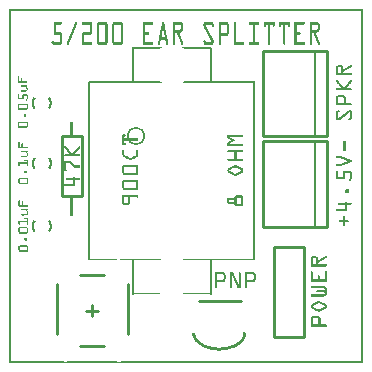
<source format=gto>
G04 MADE WITH FRITZING*
G04 WWW.FRITZING.ORG*
G04 DOUBLE SIDED*
G04 HOLES PLATED*
G04 CONTOUR ON CENTER OF CONTOUR VECTOR*
%ASAXBY*%
%FSLAX23Y23*%
%MOIN*%
%OFA0B0*%
%SFA1.0B1.0*%
%ADD10C,0.060921X0.0509212*%
%ADD11C,0.010000*%
%ADD12C,0.005000*%
%ADD13R,0.001000X0.001000*%
%LNSILK1*%
G90*
G70*
G54D10*
X424Y759D03*
G54D11*
X884Y386D02*
X884Y86D01*
D02*
X884Y86D02*
X984Y86D01*
D02*
X984Y86D02*
X984Y386D01*
D02*
X984Y386D02*
X884Y386D01*
D02*
X177Y556D02*
X177Y756D01*
D02*
X177Y756D02*
X243Y756D01*
D02*
X243Y756D02*
X243Y556D01*
D02*
X243Y556D02*
X177Y556D01*
D02*
X634Y206D02*
X774Y206D01*
D02*
X238Y293D02*
X317Y293D01*
D02*
X159Y97D02*
X159Y264D01*
D02*
X396Y97D02*
X396Y264D01*
D02*
X238Y57D02*
X317Y57D01*
D02*
X258Y175D02*
X297Y175D01*
D02*
X278Y195D02*
X278Y156D01*
D02*
X845Y1042D02*
X845Y756D01*
D02*
X845Y756D02*
X1061Y756D01*
D02*
X1061Y756D02*
X1061Y1042D01*
D02*
X1061Y1042D02*
X845Y1042D01*
G54D12*
D02*
X1021Y756D02*
X1021Y1042D01*
G54D11*
D02*
X845Y741D02*
X845Y455D01*
D02*
X845Y455D02*
X1061Y455D01*
D02*
X1061Y455D02*
X1061Y741D01*
D02*
X1061Y741D02*
X845Y741D01*
G54D12*
D02*
X1021Y455D02*
X1021Y741D01*
D02*
X267Y936D02*
X267Y346D01*
D02*
X818Y346D02*
X818Y936D01*
D02*
X413Y938D02*
X413Y1051D01*
D02*
X673Y1051D02*
X673Y937D01*
D02*
X413Y345D02*
X413Y231D01*
D02*
X673Y231D02*
X673Y345D01*
G54D13*
X0Y1181D02*
X1180Y1181D01*
X0Y1180D02*
X1180Y1180D01*
X0Y1179D02*
X1180Y1179D01*
X0Y1178D02*
X1180Y1178D01*
X0Y1177D02*
X1180Y1177D01*
X0Y1176D02*
X1180Y1176D01*
X0Y1175D02*
X1180Y1175D01*
X0Y1174D02*
X1180Y1174D01*
X0Y1173D02*
X7Y1173D01*
X1173Y1173D02*
X1180Y1173D01*
X0Y1172D02*
X7Y1172D01*
X1173Y1172D02*
X1180Y1172D01*
X0Y1171D02*
X7Y1171D01*
X1173Y1171D02*
X1180Y1171D01*
X0Y1170D02*
X7Y1170D01*
X1173Y1170D02*
X1180Y1170D01*
X0Y1169D02*
X7Y1169D01*
X1173Y1169D02*
X1180Y1169D01*
X0Y1168D02*
X7Y1168D01*
X1173Y1168D02*
X1180Y1168D01*
X0Y1167D02*
X7Y1167D01*
X1173Y1167D02*
X1180Y1167D01*
X0Y1166D02*
X7Y1166D01*
X1173Y1166D02*
X1180Y1166D01*
X0Y1165D02*
X7Y1165D01*
X1173Y1165D02*
X1180Y1165D01*
X0Y1164D02*
X7Y1164D01*
X1173Y1164D02*
X1180Y1164D01*
X0Y1163D02*
X7Y1163D01*
X1173Y1163D02*
X1180Y1163D01*
X0Y1162D02*
X7Y1162D01*
X1173Y1162D02*
X1180Y1162D01*
X0Y1161D02*
X7Y1161D01*
X1173Y1161D02*
X1180Y1161D01*
X0Y1160D02*
X7Y1160D01*
X1173Y1160D02*
X1180Y1160D01*
X0Y1159D02*
X7Y1159D01*
X1173Y1159D02*
X1180Y1159D01*
X0Y1158D02*
X7Y1158D01*
X1173Y1158D02*
X1180Y1158D01*
X0Y1157D02*
X7Y1157D01*
X1173Y1157D02*
X1180Y1157D01*
X0Y1156D02*
X7Y1156D01*
X1173Y1156D02*
X1180Y1156D01*
X0Y1155D02*
X7Y1155D01*
X1173Y1155D02*
X1180Y1155D01*
X0Y1154D02*
X7Y1154D01*
X1173Y1154D02*
X1180Y1154D01*
X0Y1153D02*
X7Y1153D01*
X1173Y1153D02*
X1180Y1153D01*
X0Y1152D02*
X7Y1152D01*
X1173Y1152D02*
X1180Y1152D01*
X0Y1151D02*
X7Y1151D01*
X1173Y1151D02*
X1180Y1151D01*
X0Y1150D02*
X7Y1150D01*
X1173Y1150D02*
X1180Y1150D01*
X0Y1149D02*
X7Y1149D01*
X1173Y1149D02*
X1180Y1149D01*
X0Y1148D02*
X7Y1148D01*
X1173Y1148D02*
X1180Y1148D01*
X0Y1147D02*
X7Y1147D01*
X1173Y1147D02*
X1180Y1147D01*
X0Y1146D02*
X7Y1146D01*
X1173Y1146D02*
X1180Y1146D01*
X0Y1145D02*
X7Y1145D01*
X1173Y1145D02*
X1180Y1145D01*
X0Y1144D02*
X7Y1144D01*
X1173Y1144D02*
X1180Y1144D01*
X0Y1143D02*
X7Y1143D01*
X1173Y1143D02*
X1180Y1143D01*
X0Y1142D02*
X7Y1142D01*
X1173Y1142D02*
X1180Y1142D01*
X0Y1141D02*
X7Y1141D01*
X1173Y1141D02*
X1180Y1141D01*
X0Y1140D02*
X7Y1140D01*
X1173Y1140D02*
X1180Y1140D01*
X0Y1139D02*
X7Y1139D01*
X1173Y1139D02*
X1180Y1139D01*
X0Y1138D02*
X7Y1138D01*
X149Y1138D02*
X174Y1138D01*
X223Y1138D02*
X225Y1138D01*
X246Y1138D02*
X272Y1138D01*
X299Y1138D02*
X323Y1138D01*
X350Y1138D02*
X373Y1138D01*
X446Y1138D02*
X478Y1138D01*
X513Y1138D02*
X514Y1138D01*
X547Y1138D02*
X573Y1138D01*
X654Y1138D02*
X675Y1138D01*
X699Y1138D02*
X725Y1138D01*
X752Y1138D02*
X753Y1138D01*
X802Y1138D02*
X832Y1138D01*
X851Y1138D02*
X885Y1138D01*
X901Y1138D02*
X935Y1138D01*
X952Y1138D02*
X983Y1138D01*
X1003Y1138D02*
X1028Y1138D01*
X1173Y1138D02*
X1180Y1138D01*
X0Y1137D02*
X7Y1137D01*
X149Y1137D02*
X175Y1137D01*
X222Y1137D02*
X226Y1137D01*
X245Y1137D02*
X274Y1137D01*
X298Y1137D02*
X324Y1137D01*
X348Y1137D02*
X375Y1137D01*
X446Y1137D02*
X479Y1137D01*
X512Y1137D02*
X515Y1137D01*
X547Y1137D02*
X575Y1137D01*
X653Y1137D02*
X677Y1137D01*
X699Y1137D02*
X727Y1137D01*
X751Y1137D02*
X754Y1137D01*
X801Y1137D02*
X833Y1137D01*
X851Y1137D02*
X885Y1137D01*
X901Y1137D02*
X935Y1137D01*
X952Y1137D02*
X985Y1137D01*
X1003Y1137D02*
X1030Y1137D01*
X1173Y1137D02*
X1180Y1137D01*
X0Y1136D02*
X7Y1136D01*
X149Y1136D02*
X176Y1136D01*
X221Y1136D02*
X226Y1136D01*
X244Y1136D02*
X275Y1136D01*
X297Y1136D02*
X325Y1136D01*
X347Y1136D02*
X376Y1136D01*
X446Y1136D02*
X479Y1136D01*
X511Y1136D02*
X516Y1136D01*
X547Y1136D02*
X576Y1136D01*
X651Y1136D02*
X678Y1136D01*
X699Y1136D02*
X728Y1136D01*
X750Y1136D02*
X755Y1136D01*
X801Y1136D02*
X833Y1136D01*
X851Y1136D02*
X885Y1136D01*
X901Y1136D02*
X935Y1136D01*
X952Y1136D02*
X985Y1136D01*
X1003Y1136D02*
X1031Y1136D01*
X1173Y1136D02*
X1180Y1136D01*
X0Y1135D02*
X7Y1135D01*
X149Y1135D02*
X176Y1135D01*
X221Y1135D02*
X227Y1135D01*
X244Y1135D02*
X276Y1135D01*
X296Y1135D02*
X326Y1135D01*
X347Y1135D02*
X377Y1135D01*
X446Y1135D02*
X480Y1135D01*
X511Y1135D02*
X516Y1135D01*
X547Y1135D02*
X577Y1135D01*
X651Y1135D02*
X679Y1135D01*
X699Y1135D02*
X729Y1135D01*
X750Y1135D02*
X755Y1135D01*
X800Y1135D02*
X834Y1135D01*
X851Y1135D02*
X885Y1135D01*
X901Y1135D02*
X935Y1135D01*
X952Y1135D02*
X986Y1135D01*
X1003Y1135D02*
X1032Y1135D01*
X1173Y1135D02*
X1180Y1135D01*
X0Y1134D02*
X7Y1134D01*
X149Y1134D02*
X176Y1134D01*
X220Y1134D02*
X227Y1134D01*
X244Y1134D02*
X276Y1134D01*
X295Y1134D02*
X327Y1134D01*
X346Y1134D02*
X377Y1134D01*
X446Y1134D02*
X480Y1134D01*
X510Y1134D02*
X517Y1134D01*
X547Y1134D02*
X578Y1134D01*
X650Y1134D02*
X680Y1134D01*
X699Y1134D02*
X730Y1134D01*
X750Y1134D02*
X756Y1134D01*
X800Y1134D02*
X834Y1134D01*
X851Y1134D02*
X885Y1134D01*
X901Y1134D02*
X935Y1134D01*
X952Y1134D02*
X986Y1134D01*
X1003Y1134D02*
X1033Y1134D01*
X1173Y1134D02*
X1180Y1134D01*
X0Y1133D02*
X7Y1133D01*
X149Y1133D02*
X176Y1133D01*
X220Y1133D02*
X227Y1133D01*
X244Y1133D02*
X277Y1133D01*
X295Y1133D02*
X327Y1133D01*
X346Y1133D02*
X378Y1133D01*
X446Y1133D02*
X480Y1133D01*
X510Y1133D02*
X517Y1133D01*
X547Y1133D02*
X578Y1133D01*
X650Y1133D02*
X680Y1133D01*
X699Y1133D02*
X730Y1133D01*
X750Y1133D02*
X756Y1133D01*
X800Y1133D02*
X834Y1133D01*
X851Y1133D02*
X885Y1133D01*
X901Y1133D02*
X935Y1133D01*
X952Y1133D02*
X986Y1133D01*
X1003Y1133D02*
X1034Y1133D01*
X1173Y1133D02*
X1180Y1133D01*
X0Y1132D02*
X7Y1132D01*
X149Y1132D02*
X176Y1132D01*
X220Y1132D02*
X227Y1132D01*
X244Y1132D02*
X277Y1132D01*
X295Y1132D02*
X328Y1132D01*
X345Y1132D02*
X378Y1132D01*
X446Y1132D02*
X480Y1132D01*
X510Y1132D02*
X517Y1132D01*
X547Y1132D02*
X579Y1132D01*
X649Y1132D02*
X681Y1132D01*
X699Y1132D02*
X731Y1132D01*
X750Y1132D02*
X756Y1132D01*
X800Y1132D02*
X834Y1132D01*
X851Y1132D02*
X885Y1132D01*
X901Y1132D02*
X935Y1132D01*
X952Y1132D02*
X986Y1132D01*
X1003Y1132D02*
X1034Y1132D01*
X1173Y1132D02*
X1180Y1132D01*
X0Y1131D02*
X7Y1131D01*
X149Y1131D02*
X176Y1131D01*
X219Y1131D02*
X226Y1131D01*
X244Y1131D02*
X277Y1131D01*
X294Y1131D02*
X328Y1131D01*
X345Y1131D02*
X378Y1131D01*
X446Y1131D02*
X479Y1131D01*
X510Y1131D02*
X517Y1131D01*
X547Y1131D02*
X579Y1131D01*
X649Y1131D02*
X681Y1131D01*
X699Y1131D02*
X731Y1131D01*
X750Y1131D02*
X756Y1131D01*
X801Y1131D02*
X834Y1131D01*
X851Y1131D02*
X885Y1131D01*
X901Y1131D02*
X935Y1131D01*
X952Y1131D02*
X985Y1131D01*
X1003Y1131D02*
X1035Y1131D01*
X1173Y1131D02*
X1180Y1131D01*
X0Y1130D02*
X7Y1130D01*
X149Y1130D02*
X175Y1130D01*
X219Y1130D02*
X226Y1130D01*
X245Y1130D02*
X277Y1130D01*
X294Y1130D02*
X328Y1130D01*
X345Y1130D02*
X379Y1130D01*
X446Y1130D02*
X479Y1130D01*
X510Y1130D02*
X517Y1130D01*
X547Y1130D02*
X580Y1130D01*
X649Y1130D02*
X682Y1130D01*
X699Y1130D02*
X732Y1130D01*
X750Y1130D02*
X756Y1130D01*
X801Y1130D02*
X833Y1130D01*
X851Y1130D02*
X885Y1130D01*
X901Y1130D02*
X935Y1130D01*
X952Y1130D02*
X985Y1130D01*
X1003Y1130D02*
X1035Y1130D01*
X1173Y1130D02*
X1180Y1130D01*
X0Y1129D02*
X7Y1129D01*
X149Y1129D02*
X174Y1129D01*
X218Y1129D02*
X226Y1129D01*
X245Y1129D02*
X277Y1129D01*
X294Y1129D02*
X328Y1129D01*
X345Y1129D02*
X379Y1129D01*
X446Y1129D02*
X478Y1129D01*
X509Y1129D02*
X518Y1129D01*
X547Y1129D02*
X580Y1129D01*
X648Y1129D02*
X682Y1129D01*
X699Y1129D02*
X732Y1129D01*
X750Y1129D02*
X756Y1129D01*
X802Y1129D02*
X832Y1129D01*
X851Y1129D02*
X885Y1129D01*
X901Y1129D02*
X935Y1129D01*
X952Y1129D02*
X984Y1129D01*
X1003Y1129D02*
X1036Y1129D01*
X1173Y1129D02*
X1180Y1129D01*
X0Y1128D02*
X7Y1128D01*
X149Y1128D02*
X156Y1128D01*
X218Y1128D02*
X225Y1128D01*
X271Y1128D02*
X277Y1128D01*
X294Y1128D02*
X300Y1128D01*
X322Y1128D02*
X328Y1128D01*
X345Y1128D02*
X351Y1128D01*
X372Y1128D02*
X379Y1128D01*
X446Y1128D02*
X452Y1128D01*
X509Y1128D02*
X518Y1128D01*
X547Y1128D02*
X553Y1128D01*
X572Y1128D02*
X580Y1128D01*
X648Y1128D02*
X655Y1128D01*
X675Y1128D02*
X682Y1128D01*
X699Y1128D02*
X705Y1128D01*
X724Y1128D02*
X732Y1128D01*
X750Y1128D02*
X756Y1128D01*
X814Y1128D02*
X820Y1128D01*
X851Y1128D02*
X857Y1128D01*
X864Y1128D02*
X871Y1128D01*
X878Y1128D02*
X885Y1128D01*
X901Y1128D02*
X908Y1128D01*
X915Y1128D02*
X921Y1128D01*
X929Y1128D02*
X935Y1128D01*
X952Y1128D02*
X958Y1128D01*
X1003Y1128D02*
X1009Y1128D01*
X1028Y1128D02*
X1036Y1128D01*
X1173Y1128D02*
X1180Y1128D01*
X0Y1127D02*
X7Y1127D01*
X149Y1127D02*
X155Y1127D01*
X218Y1127D02*
X225Y1127D01*
X271Y1127D02*
X277Y1127D01*
X294Y1127D02*
X300Y1127D01*
X322Y1127D02*
X328Y1127D01*
X345Y1127D02*
X351Y1127D01*
X373Y1127D02*
X379Y1127D01*
X446Y1127D02*
X452Y1127D01*
X509Y1127D02*
X518Y1127D01*
X547Y1127D02*
X553Y1127D01*
X574Y1127D02*
X581Y1127D01*
X648Y1127D02*
X654Y1127D01*
X676Y1127D02*
X682Y1127D01*
X699Y1127D02*
X705Y1127D01*
X725Y1127D02*
X732Y1127D01*
X750Y1127D02*
X756Y1127D01*
X814Y1127D02*
X820Y1127D01*
X851Y1127D02*
X857Y1127D01*
X865Y1127D02*
X871Y1127D01*
X879Y1127D02*
X885Y1127D01*
X901Y1127D02*
X907Y1127D01*
X915Y1127D02*
X921Y1127D01*
X929Y1127D02*
X935Y1127D01*
X952Y1127D02*
X958Y1127D01*
X1003Y1127D02*
X1009Y1127D01*
X1029Y1127D02*
X1036Y1127D01*
X1173Y1127D02*
X1180Y1127D01*
X0Y1126D02*
X7Y1126D01*
X149Y1126D02*
X155Y1126D01*
X217Y1126D02*
X224Y1126D01*
X271Y1126D02*
X277Y1126D01*
X294Y1126D02*
X300Y1126D01*
X322Y1126D02*
X328Y1126D01*
X345Y1126D02*
X351Y1126D01*
X373Y1126D02*
X379Y1126D01*
X446Y1126D02*
X452Y1126D01*
X509Y1126D02*
X518Y1126D01*
X547Y1126D02*
X553Y1126D01*
X574Y1126D02*
X581Y1126D01*
X648Y1126D02*
X655Y1126D01*
X676Y1126D02*
X682Y1126D01*
X699Y1126D02*
X705Y1126D01*
X726Y1126D02*
X733Y1126D01*
X750Y1126D02*
X756Y1126D01*
X814Y1126D02*
X820Y1126D01*
X851Y1126D02*
X857Y1126D01*
X865Y1126D02*
X871Y1126D01*
X879Y1126D02*
X885Y1126D01*
X901Y1126D02*
X907Y1126D01*
X915Y1126D02*
X921Y1126D01*
X929Y1126D02*
X935Y1126D01*
X952Y1126D02*
X958Y1126D01*
X1003Y1126D02*
X1009Y1126D01*
X1030Y1126D02*
X1036Y1126D01*
X1173Y1126D02*
X1180Y1126D01*
X0Y1125D02*
X7Y1125D01*
X149Y1125D02*
X155Y1125D01*
X217Y1125D02*
X224Y1125D01*
X271Y1125D02*
X277Y1125D01*
X294Y1125D02*
X300Y1125D01*
X322Y1125D02*
X328Y1125D01*
X345Y1125D02*
X351Y1125D01*
X373Y1125D02*
X379Y1125D01*
X446Y1125D02*
X452Y1125D01*
X509Y1125D02*
X518Y1125D01*
X547Y1125D02*
X553Y1125D01*
X575Y1125D02*
X581Y1125D01*
X648Y1125D02*
X655Y1125D01*
X676Y1125D02*
X682Y1125D01*
X699Y1125D02*
X705Y1125D01*
X726Y1125D02*
X733Y1125D01*
X750Y1125D02*
X756Y1125D01*
X814Y1125D02*
X820Y1125D01*
X851Y1125D02*
X857Y1125D01*
X865Y1125D02*
X871Y1125D01*
X879Y1125D02*
X885Y1125D01*
X901Y1125D02*
X907Y1125D01*
X915Y1125D02*
X921Y1125D01*
X929Y1125D02*
X935Y1125D01*
X952Y1125D02*
X958Y1125D01*
X1003Y1125D02*
X1009Y1125D01*
X1030Y1125D02*
X1036Y1125D01*
X1173Y1125D02*
X1180Y1125D01*
X0Y1124D02*
X7Y1124D01*
X149Y1124D02*
X155Y1124D01*
X216Y1124D02*
X224Y1124D01*
X271Y1124D02*
X277Y1124D01*
X294Y1124D02*
X300Y1124D01*
X322Y1124D02*
X328Y1124D01*
X345Y1124D02*
X351Y1124D01*
X373Y1124D02*
X379Y1124D01*
X446Y1124D02*
X452Y1124D01*
X508Y1124D02*
X519Y1124D01*
X547Y1124D02*
X553Y1124D01*
X575Y1124D02*
X581Y1124D01*
X649Y1124D02*
X656Y1124D01*
X676Y1124D02*
X682Y1124D01*
X699Y1124D02*
X705Y1124D01*
X727Y1124D02*
X733Y1124D01*
X750Y1124D02*
X756Y1124D01*
X814Y1124D02*
X820Y1124D01*
X851Y1124D02*
X857Y1124D01*
X865Y1124D02*
X871Y1124D01*
X879Y1124D02*
X885Y1124D01*
X901Y1124D02*
X907Y1124D01*
X915Y1124D02*
X921Y1124D01*
X929Y1124D02*
X935Y1124D01*
X952Y1124D02*
X958Y1124D01*
X1003Y1124D02*
X1009Y1124D01*
X1030Y1124D02*
X1036Y1124D01*
X1173Y1124D02*
X1180Y1124D01*
X0Y1123D02*
X7Y1123D01*
X149Y1123D02*
X155Y1123D01*
X216Y1123D02*
X223Y1123D01*
X271Y1123D02*
X277Y1123D01*
X294Y1123D02*
X300Y1123D01*
X322Y1123D02*
X328Y1123D01*
X345Y1123D02*
X351Y1123D01*
X373Y1123D02*
X379Y1123D01*
X446Y1123D02*
X452Y1123D01*
X508Y1123D02*
X519Y1123D01*
X547Y1123D02*
X553Y1123D01*
X575Y1123D02*
X581Y1123D01*
X649Y1123D02*
X656Y1123D01*
X676Y1123D02*
X682Y1123D01*
X699Y1123D02*
X705Y1123D01*
X727Y1123D02*
X733Y1123D01*
X750Y1123D02*
X756Y1123D01*
X814Y1123D02*
X820Y1123D01*
X851Y1123D02*
X857Y1123D01*
X865Y1123D02*
X871Y1123D01*
X879Y1123D02*
X884Y1123D01*
X902Y1123D02*
X907Y1123D01*
X915Y1123D02*
X921Y1123D01*
X929Y1123D02*
X935Y1123D01*
X952Y1123D02*
X958Y1123D01*
X1003Y1123D02*
X1009Y1123D01*
X1030Y1123D02*
X1036Y1123D01*
X1173Y1123D02*
X1180Y1123D01*
X0Y1122D02*
X7Y1122D01*
X149Y1122D02*
X155Y1122D01*
X216Y1122D02*
X223Y1122D01*
X271Y1122D02*
X277Y1122D01*
X294Y1122D02*
X300Y1122D01*
X322Y1122D02*
X328Y1122D01*
X345Y1122D02*
X351Y1122D01*
X373Y1122D02*
X379Y1122D01*
X446Y1122D02*
X452Y1122D01*
X508Y1122D02*
X519Y1122D01*
X547Y1122D02*
X553Y1122D01*
X575Y1122D02*
X581Y1122D01*
X649Y1122D02*
X657Y1122D01*
X677Y1122D02*
X682Y1122D01*
X699Y1122D02*
X705Y1122D01*
X727Y1122D02*
X733Y1122D01*
X750Y1122D02*
X756Y1122D01*
X814Y1122D02*
X820Y1122D01*
X851Y1122D02*
X856Y1122D01*
X865Y1122D02*
X871Y1122D01*
X879Y1122D02*
X884Y1122D01*
X902Y1122D02*
X907Y1122D01*
X915Y1122D02*
X921Y1122D01*
X930Y1122D02*
X935Y1122D01*
X952Y1122D02*
X958Y1122D01*
X1003Y1122D02*
X1009Y1122D01*
X1030Y1122D02*
X1036Y1122D01*
X1173Y1122D02*
X1180Y1122D01*
X0Y1121D02*
X7Y1121D01*
X149Y1121D02*
X155Y1121D01*
X215Y1121D02*
X222Y1121D01*
X271Y1121D02*
X277Y1121D01*
X294Y1121D02*
X300Y1121D01*
X322Y1121D02*
X328Y1121D01*
X345Y1121D02*
X351Y1121D01*
X373Y1121D02*
X379Y1121D01*
X446Y1121D02*
X452Y1121D01*
X508Y1121D02*
X519Y1121D01*
X547Y1121D02*
X553Y1121D01*
X575Y1121D02*
X581Y1121D01*
X650Y1121D02*
X657Y1121D01*
X677Y1121D02*
X681Y1121D01*
X699Y1121D02*
X705Y1121D01*
X727Y1121D02*
X733Y1121D01*
X750Y1121D02*
X756Y1121D01*
X814Y1121D02*
X820Y1121D01*
X852Y1121D02*
X855Y1121D01*
X865Y1121D02*
X871Y1121D01*
X880Y1121D02*
X883Y1121D01*
X903Y1121D02*
X906Y1121D01*
X915Y1121D02*
X921Y1121D01*
X930Y1121D02*
X934Y1121D01*
X952Y1121D02*
X958Y1121D01*
X1003Y1121D02*
X1009Y1121D01*
X1030Y1121D02*
X1036Y1121D01*
X1173Y1121D02*
X1180Y1121D01*
X0Y1120D02*
X7Y1120D01*
X149Y1120D02*
X155Y1120D01*
X215Y1120D02*
X222Y1120D01*
X271Y1120D02*
X277Y1120D01*
X294Y1120D02*
X300Y1120D01*
X322Y1120D02*
X328Y1120D01*
X345Y1120D02*
X351Y1120D01*
X373Y1120D02*
X379Y1120D01*
X446Y1120D02*
X452Y1120D01*
X508Y1120D02*
X519Y1120D01*
X547Y1120D02*
X553Y1120D01*
X575Y1120D02*
X581Y1120D01*
X650Y1120D02*
X658Y1120D01*
X679Y1120D02*
X679Y1120D01*
X699Y1120D02*
X705Y1120D01*
X727Y1120D02*
X733Y1120D01*
X750Y1120D02*
X756Y1120D01*
X814Y1120D02*
X820Y1120D01*
X854Y1120D02*
X854Y1120D01*
X865Y1120D02*
X871Y1120D01*
X881Y1120D02*
X882Y1120D01*
X904Y1120D02*
X905Y1120D01*
X915Y1120D02*
X921Y1120D01*
X932Y1120D02*
X932Y1120D01*
X952Y1120D02*
X958Y1120D01*
X1003Y1120D02*
X1009Y1120D01*
X1030Y1120D02*
X1036Y1120D01*
X1173Y1120D02*
X1180Y1120D01*
X0Y1119D02*
X7Y1119D01*
X149Y1119D02*
X155Y1119D01*
X214Y1119D02*
X222Y1119D01*
X271Y1119D02*
X277Y1119D01*
X294Y1119D02*
X300Y1119D01*
X322Y1119D02*
X328Y1119D01*
X345Y1119D02*
X351Y1119D01*
X373Y1119D02*
X379Y1119D01*
X446Y1119D02*
X452Y1119D01*
X507Y1119D02*
X520Y1119D01*
X547Y1119D02*
X553Y1119D01*
X575Y1119D02*
X581Y1119D01*
X651Y1119D02*
X659Y1119D01*
X699Y1119D02*
X705Y1119D01*
X727Y1119D02*
X733Y1119D01*
X750Y1119D02*
X756Y1119D01*
X814Y1119D02*
X820Y1119D01*
X865Y1119D02*
X871Y1119D01*
X915Y1119D02*
X921Y1119D01*
X952Y1119D02*
X958Y1119D01*
X1003Y1119D02*
X1009Y1119D01*
X1030Y1119D02*
X1036Y1119D01*
X1173Y1119D02*
X1180Y1119D01*
X0Y1118D02*
X7Y1118D01*
X149Y1118D02*
X155Y1118D01*
X214Y1118D02*
X221Y1118D01*
X271Y1118D02*
X277Y1118D01*
X294Y1118D02*
X300Y1118D01*
X322Y1118D02*
X328Y1118D01*
X345Y1118D02*
X351Y1118D01*
X373Y1118D02*
X379Y1118D01*
X446Y1118D02*
X452Y1118D01*
X507Y1118D02*
X520Y1118D01*
X547Y1118D02*
X553Y1118D01*
X575Y1118D02*
X581Y1118D01*
X651Y1118D02*
X659Y1118D01*
X699Y1118D02*
X705Y1118D01*
X727Y1118D02*
X733Y1118D01*
X750Y1118D02*
X756Y1118D01*
X814Y1118D02*
X820Y1118D01*
X865Y1118D02*
X871Y1118D01*
X915Y1118D02*
X921Y1118D01*
X952Y1118D02*
X958Y1118D01*
X1003Y1118D02*
X1009Y1118D01*
X1030Y1118D02*
X1036Y1118D01*
X1173Y1118D02*
X1180Y1118D01*
X0Y1117D02*
X7Y1117D01*
X149Y1117D02*
X155Y1117D01*
X213Y1117D02*
X221Y1117D01*
X271Y1117D02*
X277Y1117D01*
X294Y1117D02*
X300Y1117D01*
X322Y1117D02*
X328Y1117D01*
X345Y1117D02*
X351Y1117D01*
X373Y1117D02*
X379Y1117D01*
X446Y1117D02*
X452Y1117D01*
X507Y1117D02*
X520Y1117D01*
X547Y1117D02*
X553Y1117D01*
X575Y1117D02*
X581Y1117D01*
X652Y1117D02*
X660Y1117D01*
X699Y1117D02*
X705Y1117D01*
X727Y1117D02*
X733Y1117D01*
X750Y1117D02*
X756Y1117D01*
X814Y1117D02*
X820Y1117D01*
X865Y1117D02*
X871Y1117D01*
X915Y1117D02*
X921Y1117D01*
X952Y1117D02*
X958Y1117D01*
X1003Y1117D02*
X1009Y1117D01*
X1030Y1117D02*
X1036Y1117D01*
X1173Y1117D02*
X1180Y1117D01*
X0Y1116D02*
X7Y1116D01*
X149Y1116D02*
X155Y1116D01*
X213Y1116D02*
X220Y1116D01*
X271Y1116D02*
X277Y1116D01*
X294Y1116D02*
X300Y1116D01*
X322Y1116D02*
X328Y1116D01*
X345Y1116D02*
X351Y1116D01*
X373Y1116D02*
X379Y1116D01*
X446Y1116D02*
X452Y1116D01*
X507Y1116D02*
X520Y1116D01*
X547Y1116D02*
X553Y1116D01*
X575Y1116D02*
X581Y1116D01*
X652Y1116D02*
X660Y1116D01*
X699Y1116D02*
X705Y1116D01*
X727Y1116D02*
X733Y1116D01*
X750Y1116D02*
X756Y1116D01*
X814Y1116D02*
X820Y1116D01*
X865Y1116D02*
X871Y1116D01*
X915Y1116D02*
X921Y1116D01*
X952Y1116D02*
X958Y1116D01*
X1003Y1116D02*
X1009Y1116D01*
X1030Y1116D02*
X1036Y1116D01*
X1173Y1116D02*
X1180Y1116D01*
X0Y1115D02*
X7Y1115D01*
X149Y1115D02*
X155Y1115D01*
X213Y1115D02*
X220Y1115D01*
X271Y1115D02*
X277Y1115D01*
X294Y1115D02*
X300Y1115D01*
X322Y1115D02*
X328Y1115D01*
X345Y1115D02*
X351Y1115D01*
X373Y1115D02*
X379Y1115D01*
X446Y1115D02*
X452Y1115D01*
X507Y1115D02*
X520Y1115D01*
X547Y1115D02*
X553Y1115D01*
X574Y1115D02*
X581Y1115D01*
X653Y1115D02*
X661Y1115D01*
X699Y1115D02*
X705Y1115D01*
X727Y1115D02*
X733Y1115D01*
X750Y1115D02*
X756Y1115D01*
X814Y1115D02*
X820Y1115D01*
X865Y1115D02*
X871Y1115D01*
X915Y1115D02*
X921Y1115D01*
X952Y1115D02*
X958Y1115D01*
X1003Y1115D02*
X1009Y1115D01*
X1030Y1115D02*
X1036Y1115D01*
X1173Y1115D02*
X1180Y1115D01*
X0Y1114D02*
X7Y1114D01*
X149Y1114D02*
X155Y1114D01*
X212Y1114D02*
X219Y1114D01*
X271Y1114D02*
X277Y1114D01*
X294Y1114D02*
X300Y1114D01*
X322Y1114D02*
X328Y1114D01*
X345Y1114D02*
X351Y1114D01*
X373Y1114D02*
X379Y1114D01*
X446Y1114D02*
X452Y1114D01*
X506Y1114D02*
X521Y1114D01*
X547Y1114D02*
X553Y1114D01*
X573Y1114D02*
X581Y1114D01*
X653Y1114D02*
X661Y1114D01*
X699Y1114D02*
X705Y1114D01*
X727Y1114D02*
X733Y1114D01*
X750Y1114D02*
X756Y1114D01*
X814Y1114D02*
X820Y1114D01*
X865Y1114D02*
X871Y1114D01*
X915Y1114D02*
X921Y1114D01*
X952Y1114D02*
X958Y1114D01*
X1003Y1114D02*
X1009Y1114D01*
X1029Y1114D02*
X1036Y1114D01*
X1173Y1114D02*
X1180Y1114D01*
X0Y1113D02*
X7Y1113D01*
X149Y1113D02*
X155Y1113D01*
X212Y1113D02*
X219Y1113D01*
X271Y1113D02*
X277Y1113D01*
X294Y1113D02*
X300Y1113D01*
X322Y1113D02*
X328Y1113D01*
X345Y1113D02*
X351Y1113D01*
X373Y1113D02*
X379Y1113D01*
X446Y1113D02*
X452Y1113D01*
X506Y1113D02*
X512Y1113D01*
X514Y1113D02*
X521Y1113D01*
X547Y1113D02*
X554Y1113D01*
X572Y1113D02*
X580Y1113D01*
X654Y1113D02*
X662Y1113D01*
X699Y1113D02*
X705Y1113D01*
X727Y1113D02*
X733Y1113D01*
X750Y1113D02*
X756Y1113D01*
X814Y1113D02*
X820Y1113D01*
X865Y1113D02*
X871Y1113D01*
X915Y1113D02*
X921Y1113D01*
X952Y1113D02*
X958Y1113D01*
X1003Y1113D02*
X1009Y1113D01*
X1027Y1113D02*
X1036Y1113D01*
X1173Y1113D02*
X1180Y1113D01*
X0Y1112D02*
X7Y1112D01*
X149Y1112D02*
X155Y1112D01*
X211Y1112D02*
X219Y1112D01*
X271Y1112D02*
X277Y1112D01*
X294Y1112D02*
X300Y1112D01*
X322Y1112D02*
X328Y1112D01*
X345Y1112D02*
X351Y1112D01*
X373Y1112D02*
X379Y1112D01*
X446Y1112D02*
X452Y1112D01*
X506Y1112D02*
X512Y1112D01*
X515Y1112D02*
X521Y1112D01*
X547Y1112D02*
X580Y1112D01*
X654Y1112D02*
X662Y1112D01*
X699Y1112D02*
X705Y1112D01*
X727Y1112D02*
X733Y1112D01*
X750Y1112D02*
X756Y1112D01*
X814Y1112D02*
X820Y1112D01*
X865Y1112D02*
X871Y1112D01*
X915Y1112D02*
X921Y1112D01*
X952Y1112D02*
X958Y1112D01*
X1003Y1112D02*
X1036Y1112D01*
X1173Y1112D02*
X1180Y1112D01*
X0Y1111D02*
X7Y1111D01*
X149Y1111D02*
X155Y1111D01*
X211Y1111D02*
X218Y1111D01*
X271Y1111D02*
X277Y1111D01*
X294Y1111D02*
X300Y1111D01*
X322Y1111D02*
X328Y1111D01*
X345Y1111D02*
X351Y1111D01*
X373Y1111D02*
X379Y1111D01*
X446Y1111D02*
X452Y1111D01*
X506Y1111D02*
X512Y1111D01*
X515Y1111D02*
X521Y1111D01*
X547Y1111D02*
X580Y1111D01*
X655Y1111D02*
X663Y1111D01*
X699Y1111D02*
X705Y1111D01*
X727Y1111D02*
X733Y1111D01*
X750Y1111D02*
X756Y1111D01*
X814Y1111D02*
X820Y1111D01*
X865Y1111D02*
X871Y1111D01*
X915Y1111D02*
X921Y1111D01*
X952Y1111D02*
X958Y1111D01*
X1003Y1111D02*
X1035Y1111D01*
X1173Y1111D02*
X1180Y1111D01*
X0Y1110D02*
X7Y1110D01*
X149Y1110D02*
X155Y1110D01*
X211Y1110D02*
X218Y1110D01*
X271Y1110D02*
X277Y1110D01*
X294Y1110D02*
X300Y1110D01*
X322Y1110D02*
X328Y1110D01*
X345Y1110D02*
X351Y1110D01*
X373Y1110D02*
X379Y1110D01*
X446Y1110D02*
X452Y1110D01*
X505Y1110D02*
X512Y1110D01*
X515Y1110D02*
X521Y1110D01*
X547Y1110D02*
X579Y1110D01*
X655Y1110D02*
X663Y1110D01*
X699Y1110D02*
X705Y1110D01*
X727Y1110D02*
X733Y1110D01*
X750Y1110D02*
X756Y1110D01*
X814Y1110D02*
X820Y1110D01*
X865Y1110D02*
X871Y1110D01*
X915Y1110D02*
X921Y1110D01*
X952Y1110D02*
X958Y1110D01*
X1003Y1110D02*
X1035Y1110D01*
X1173Y1110D02*
X1180Y1110D01*
X0Y1109D02*
X7Y1109D01*
X149Y1109D02*
X155Y1109D01*
X210Y1109D02*
X217Y1109D01*
X271Y1109D02*
X277Y1109D01*
X294Y1109D02*
X300Y1109D01*
X322Y1109D02*
X328Y1109D01*
X345Y1109D02*
X351Y1109D01*
X373Y1109D02*
X379Y1109D01*
X446Y1109D02*
X452Y1109D01*
X505Y1109D02*
X512Y1109D01*
X515Y1109D02*
X522Y1109D01*
X547Y1109D02*
X579Y1109D01*
X656Y1109D02*
X664Y1109D01*
X699Y1109D02*
X705Y1109D01*
X727Y1109D02*
X733Y1109D01*
X750Y1109D02*
X756Y1109D01*
X814Y1109D02*
X820Y1109D01*
X865Y1109D02*
X871Y1109D01*
X915Y1109D02*
X921Y1109D01*
X952Y1109D02*
X958Y1109D01*
X1003Y1109D02*
X1034Y1109D01*
X1173Y1109D02*
X1180Y1109D01*
X0Y1108D02*
X7Y1108D01*
X149Y1108D02*
X155Y1108D01*
X210Y1108D02*
X217Y1108D01*
X271Y1108D02*
X277Y1108D01*
X294Y1108D02*
X300Y1108D01*
X322Y1108D02*
X328Y1108D01*
X345Y1108D02*
X351Y1108D01*
X373Y1108D02*
X379Y1108D01*
X446Y1108D02*
X452Y1108D01*
X505Y1108D02*
X511Y1108D01*
X515Y1108D02*
X522Y1108D01*
X547Y1108D02*
X578Y1108D01*
X656Y1108D02*
X665Y1108D01*
X699Y1108D02*
X705Y1108D01*
X727Y1108D02*
X733Y1108D01*
X750Y1108D02*
X756Y1108D01*
X814Y1108D02*
X820Y1108D01*
X865Y1108D02*
X871Y1108D01*
X915Y1108D02*
X921Y1108D01*
X952Y1108D02*
X958Y1108D01*
X1003Y1108D02*
X1034Y1108D01*
X1173Y1108D02*
X1180Y1108D01*
X0Y1107D02*
X7Y1107D01*
X149Y1107D02*
X155Y1107D01*
X209Y1107D02*
X217Y1107D01*
X271Y1107D02*
X277Y1107D01*
X294Y1107D02*
X300Y1107D01*
X322Y1107D02*
X328Y1107D01*
X345Y1107D02*
X351Y1107D01*
X373Y1107D02*
X379Y1107D01*
X446Y1107D02*
X452Y1107D01*
X505Y1107D02*
X511Y1107D01*
X516Y1107D02*
X522Y1107D01*
X547Y1107D02*
X578Y1107D01*
X657Y1107D02*
X665Y1107D01*
X699Y1107D02*
X705Y1107D01*
X727Y1107D02*
X733Y1107D01*
X750Y1107D02*
X756Y1107D01*
X814Y1107D02*
X820Y1107D01*
X865Y1107D02*
X871Y1107D01*
X915Y1107D02*
X921Y1107D01*
X952Y1107D02*
X958Y1107D01*
X1003Y1107D02*
X1033Y1107D01*
X1173Y1107D02*
X1180Y1107D01*
X0Y1106D02*
X7Y1106D01*
X149Y1106D02*
X155Y1106D01*
X209Y1106D02*
X216Y1106D01*
X271Y1106D02*
X277Y1106D01*
X294Y1106D02*
X300Y1106D01*
X322Y1106D02*
X328Y1106D01*
X345Y1106D02*
X351Y1106D01*
X373Y1106D02*
X379Y1106D01*
X446Y1106D02*
X452Y1106D01*
X505Y1106D02*
X511Y1106D01*
X516Y1106D02*
X522Y1106D01*
X547Y1106D02*
X577Y1106D01*
X658Y1106D02*
X666Y1106D01*
X699Y1106D02*
X705Y1106D01*
X727Y1106D02*
X733Y1106D01*
X750Y1106D02*
X756Y1106D01*
X814Y1106D02*
X820Y1106D01*
X865Y1106D02*
X871Y1106D01*
X915Y1106D02*
X921Y1106D01*
X952Y1106D02*
X958Y1106D01*
X1003Y1106D02*
X1032Y1106D01*
X1173Y1106D02*
X1180Y1106D01*
X0Y1105D02*
X7Y1105D01*
X149Y1105D02*
X155Y1105D01*
X209Y1105D02*
X216Y1105D01*
X271Y1105D02*
X277Y1105D01*
X294Y1105D02*
X300Y1105D01*
X322Y1105D02*
X328Y1105D01*
X345Y1105D02*
X351Y1105D01*
X373Y1105D02*
X379Y1105D01*
X446Y1105D02*
X452Y1105D01*
X504Y1105D02*
X511Y1105D01*
X516Y1105D02*
X522Y1105D01*
X547Y1105D02*
X576Y1105D01*
X658Y1105D02*
X666Y1105D01*
X699Y1105D02*
X705Y1105D01*
X727Y1105D02*
X733Y1105D01*
X750Y1105D02*
X756Y1105D01*
X814Y1105D02*
X820Y1105D01*
X865Y1105D02*
X871Y1105D01*
X915Y1105D02*
X921Y1105D01*
X952Y1105D02*
X958Y1105D01*
X1003Y1105D02*
X1031Y1105D01*
X1173Y1105D02*
X1180Y1105D01*
X0Y1104D02*
X7Y1104D01*
X149Y1104D02*
X171Y1104D01*
X208Y1104D02*
X215Y1104D01*
X249Y1104D02*
X277Y1104D01*
X294Y1104D02*
X300Y1104D01*
X322Y1104D02*
X328Y1104D01*
X345Y1104D02*
X351Y1104D01*
X373Y1104D02*
X379Y1104D01*
X446Y1104D02*
X464Y1104D01*
X504Y1104D02*
X511Y1104D01*
X516Y1104D02*
X523Y1104D01*
X547Y1104D02*
X574Y1104D01*
X659Y1104D02*
X667Y1104D01*
X699Y1104D02*
X705Y1104D01*
X727Y1104D02*
X733Y1104D01*
X750Y1104D02*
X756Y1104D01*
X814Y1104D02*
X820Y1104D01*
X865Y1104D02*
X871Y1104D01*
X915Y1104D02*
X921Y1104D01*
X952Y1104D02*
X970Y1104D01*
X1003Y1104D02*
X1030Y1104D01*
X1173Y1104D02*
X1180Y1104D01*
X0Y1103D02*
X7Y1103D01*
X149Y1103D02*
X173Y1103D01*
X208Y1103D02*
X215Y1103D01*
X247Y1103D02*
X277Y1103D01*
X294Y1103D02*
X300Y1103D01*
X322Y1103D02*
X328Y1103D01*
X345Y1103D02*
X351Y1103D01*
X373Y1103D02*
X379Y1103D01*
X446Y1103D02*
X465Y1103D01*
X504Y1103D02*
X510Y1103D01*
X516Y1103D02*
X523Y1103D01*
X547Y1103D02*
X572Y1103D01*
X659Y1103D02*
X667Y1103D01*
X699Y1103D02*
X705Y1103D01*
X726Y1103D02*
X733Y1103D01*
X750Y1103D02*
X756Y1103D01*
X814Y1103D02*
X820Y1103D01*
X865Y1103D02*
X871Y1103D01*
X915Y1103D02*
X921Y1103D01*
X952Y1103D02*
X971Y1103D01*
X1003Y1103D02*
X1027Y1103D01*
X1173Y1103D02*
X1180Y1103D01*
X0Y1102D02*
X7Y1102D01*
X149Y1102D02*
X174Y1102D01*
X207Y1102D02*
X215Y1102D01*
X246Y1102D02*
X277Y1102D01*
X294Y1102D02*
X300Y1102D01*
X322Y1102D02*
X328Y1102D01*
X345Y1102D02*
X351Y1102D01*
X373Y1102D02*
X379Y1102D01*
X446Y1102D02*
X465Y1102D01*
X504Y1102D02*
X510Y1102D01*
X517Y1102D02*
X523Y1102D01*
X547Y1102D02*
X553Y1102D01*
X559Y1102D02*
X567Y1102D01*
X660Y1102D02*
X668Y1102D01*
X699Y1102D02*
X705Y1102D01*
X726Y1102D02*
X733Y1102D01*
X750Y1102D02*
X756Y1102D01*
X814Y1102D02*
X820Y1102D01*
X865Y1102D02*
X871Y1102D01*
X915Y1102D02*
X921Y1102D01*
X952Y1102D02*
X971Y1102D01*
X1003Y1102D02*
X1009Y1102D01*
X1015Y1102D02*
X1022Y1102D01*
X1173Y1102D02*
X1180Y1102D01*
X0Y1101D02*
X7Y1101D01*
X149Y1101D02*
X174Y1101D01*
X207Y1101D02*
X214Y1101D01*
X245Y1101D02*
X277Y1101D01*
X294Y1101D02*
X300Y1101D01*
X322Y1101D02*
X328Y1101D01*
X345Y1101D02*
X351Y1101D01*
X373Y1101D02*
X379Y1101D01*
X446Y1101D02*
X466Y1101D01*
X504Y1101D02*
X510Y1101D01*
X517Y1101D02*
X523Y1101D01*
X547Y1101D02*
X553Y1101D01*
X560Y1101D02*
X567Y1101D01*
X660Y1101D02*
X668Y1101D01*
X699Y1101D02*
X705Y1101D01*
X725Y1101D02*
X732Y1101D01*
X750Y1101D02*
X756Y1101D01*
X814Y1101D02*
X820Y1101D01*
X865Y1101D02*
X871Y1101D01*
X915Y1101D02*
X921Y1101D01*
X952Y1101D02*
X972Y1101D01*
X1003Y1101D02*
X1009Y1101D01*
X1015Y1101D02*
X1022Y1101D01*
X1173Y1101D02*
X1180Y1101D01*
X0Y1100D02*
X7Y1100D01*
X149Y1100D02*
X175Y1100D01*
X207Y1100D02*
X214Y1100D01*
X245Y1100D02*
X277Y1100D01*
X294Y1100D02*
X300Y1100D01*
X322Y1100D02*
X328Y1100D01*
X345Y1100D02*
X351Y1100D01*
X373Y1100D02*
X379Y1100D01*
X446Y1100D02*
X466Y1100D01*
X503Y1100D02*
X510Y1100D01*
X517Y1100D02*
X523Y1100D01*
X547Y1100D02*
X553Y1100D01*
X560Y1100D02*
X567Y1100D01*
X661Y1100D02*
X669Y1100D01*
X699Y1100D02*
X732Y1100D01*
X750Y1100D02*
X756Y1100D01*
X814Y1100D02*
X820Y1100D01*
X865Y1100D02*
X871Y1100D01*
X915Y1100D02*
X921Y1100D01*
X952Y1100D02*
X972Y1100D01*
X1003Y1100D02*
X1009Y1100D01*
X1016Y1100D02*
X1023Y1100D01*
X1173Y1100D02*
X1180Y1100D01*
X0Y1099D02*
X7Y1099D01*
X149Y1099D02*
X175Y1099D01*
X206Y1099D02*
X213Y1099D01*
X244Y1099D02*
X276Y1099D01*
X294Y1099D02*
X300Y1099D01*
X322Y1099D02*
X328Y1099D01*
X345Y1099D02*
X351Y1099D01*
X373Y1099D02*
X379Y1099D01*
X446Y1099D02*
X466Y1099D01*
X503Y1099D02*
X510Y1099D01*
X517Y1099D02*
X524Y1099D01*
X547Y1099D02*
X553Y1099D01*
X561Y1099D02*
X568Y1099D01*
X661Y1099D02*
X669Y1099D01*
X699Y1099D02*
X732Y1099D01*
X750Y1099D02*
X756Y1099D01*
X814Y1099D02*
X820Y1099D01*
X865Y1099D02*
X871Y1099D01*
X915Y1099D02*
X921Y1099D01*
X952Y1099D02*
X972Y1099D01*
X1003Y1099D02*
X1009Y1099D01*
X1016Y1099D02*
X1023Y1099D01*
X1173Y1099D02*
X1180Y1099D01*
X0Y1098D02*
X7Y1098D01*
X149Y1098D02*
X176Y1098D01*
X206Y1098D02*
X213Y1098D01*
X244Y1098D02*
X276Y1098D01*
X294Y1098D02*
X300Y1098D01*
X322Y1098D02*
X328Y1098D01*
X345Y1098D02*
X351Y1098D01*
X373Y1098D02*
X379Y1098D01*
X446Y1098D02*
X466Y1098D01*
X503Y1098D02*
X509Y1098D01*
X518Y1098D02*
X524Y1098D01*
X547Y1098D02*
X553Y1098D01*
X561Y1098D02*
X568Y1098D01*
X662Y1098D02*
X670Y1098D01*
X699Y1098D02*
X731Y1098D01*
X750Y1098D02*
X756Y1098D01*
X814Y1098D02*
X820Y1098D01*
X865Y1098D02*
X871Y1098D01*
X915Y1098D02*
X921Y1098D01*
X952Y1098D02*
X972Y1098D01*
X1003Y1098D02*
X1009Y1098D01*
X1016Y1098D02*
X1024Y1098D01*
X1173Y1098D02*
X1180Y1098D01*
X0Y1097D02*
X7Y1097D01*
X149Y1097D02*
X176Y1097D01*
X205Y1097D02*
X213Y1097D01*
X244Y1097D02*
X275Y1097D01*
X294Y1097D02*
X300Y1097D01*
X322Y1097D02*
X328Y1097D01*
X345Y1097D02*
X351Y1097D01*
X373Y1097D02*
X379Y1097D01*
X446Y1097D02*
X465Y1097D01*
X503Y1097D02*
X509Y1097D01*
X518Y1097D02*
X524Y1097D01*
X547Y1097D02*
X553Y1097D01*
X561Y1097D02*
X569Y1097D01*
X662Y1097D02*
X671Y1097D01*
X699Y1097D02*
X731Y1097D01*
X750Y1097D02*
X756Y1097D01*
X814Y1097D02*
X820Y1097D01*
X865Y1097D02*
X871Y1097D01*
X915Y1097D02*
X921Y1097D01*
X952Y1097D02*
X971Y1097D01*
X1003Y1097D02*
X1009Y1097D01*
X1017Y1097D02*
X1024Y1097D01*
X1173Y1097D02*
X1180Y1097D01*
X0Y1096D02*
X7Y1096D01*
X149Y1096D02*
X176Y1096D01*
X205Y1096D02*
X212Y1096D01*
X244Y1096D02*
X274Y1096D01*
X294Y1096D02*
X300Y1096D01*
X322Y1096D02*
X328Y1096D01*
X345Y1096D02*
X351Y1096D01*
X373Y1096D02*
X379Y1096D01*
X446Y1096D02*
X465Y1096D01*
X503Y1096D02*
X509Y1096D01*
X518Y1096D02*
X524Y1096D01*
X547Y1096D02*
X553Y1096D01*
X562Y1096D02*
X569Y1096D01*
X663Y1096D02*
X671Y1096D01*
X699Y1096D02*
X731Y1096D01*
X750Y1096D02*
X756Y1096D01*
X814Y1096D02*
X820Y1096D01*
X865Y1096D02*
X871Y1096D01*
X915Y1096D02*
X921Y1096D01*
X952Y1096D02*
X971Y1096D01*
X1003Y1096D02*
X1009Y1096D01*
X1017Y1096D02*
X1024Y1096D01*
X1173Y1096D02*
X1180Y1096D01*
X0Y1095D02*
X7Y1095D01*
X149Y1095D02*
X176Y1095D01*
X204Y1095D02*
X212Y1095D01*
X244Y1095D02*
X273Y1095D01*
X294Y1095D02*
X300Y1095D01*
X322Y1095D02*
X328Y1095D01*
X345Y1095D02*
X351Y1095D01*
X373Y1095D02*
X379Y1095D01*
X446Y1095D02*
X464Y1095D01*
X502Y1095D02*
X509Y1095D01*
X518Y1095D02*
X524Y1095D01*
X547Y1095D02*
X553Y1095D01*
X562Y1095D02*
X570Y1095D01*
X664Y1095D02*
X672Y1095D01*
X699Y1095D02*
X730Y1095D01*
X750Y1095D02*
X756Y1095D01*
X814Y1095D02*
X820Y1095D01*
X865Y1095D02*
X871Y1095D01*
X915Y1095D02*
X921Y1095D01*
X952Y1095D02*
X970Y1095D01*
X1003Y1095D02*
X1009Y1095D01*
X1018Y1095D02*
X1025Y1095D01*
X1173Y1095D02*
X1180Y1095D01*
X0Y1094D02*
X7Y1094D01*
X170Y1094D02*
X176Y1094D01*
X204Y1094D02*
X211Y1094D01*
X244Y1094D02*
X250Y1094D01*
X294Y1094D02*
X300Y1094D01*
X322Y1094D02*
X328Y1094D01*
X345Y1094D02*
X351Y1094D01*
X373Y1094D02*
X379Y1094D01*
X446Y1094D02*
X452Y1094D01*
X502Y1094D02*
X509Y1094D01*
X518Y1094D02*
X525Y1094D01*
X547Y1094D02*
X553Y1094D01*
X563Y1094D02*
X570Y1094D01*
X664Y1094D02*
X672Y1094D01*
X699Y1094D02*
X729Y1094D01*
X750Y1094D02*
X756Y1094D01*
X814Y1094D02*
X820Y1094D01*
X865Y1094D02*
X871Y1094D01*
X915Y1094D02*
X921Y1094D01*
X952Y1094D02*
X958Y1094D01*
X1003Y1094D02*
X1009Y1094D01*
X1018Y1094D02*
X1025Y1094D01*
X1173Y1094D02*
X1180Y1094D01*
X0Y1093D02*
X7Y1093D01*
X170Y1093D02*
X176Y1093D01*
X204Y1093D02*
X211Y1093D01*
X244Y1093D02*
X250Y1093D01*
X294Y1093D02*
X300Y1093D01*
X322Y1093D02*
X328Y1093D01*
X345Y1093D02*
X351Y1093D01*
X373Y1093D02*
X379Y1093D01*
X446Y1093D02*
X452Y1093D01*
X502Y1093D02*
X508Y1093D01*
X519Y1093D02*
X525Y1093D01*
X547Y1093D02*
X553Y1093D01*
X563Y1093D02*
X570Y1093D01*
X665Y1093D02*
X673Y1093D01*
X699Y1093D02*
X728Y1093D01*
X750Y1093D02*
X756Y1093D01*
X814Y1093D02*
X820Y1093D01*
X865Y1093D02*
X871Y1093D01*
X915Y1093D02*
X921Y1093D01*
X952Y1093D02*
X958Y1093D01*
X1003Y1093D02*
X1009Y1093D01*
X1018Y1093D02*
X1026Y1093D01*
X1173Y1093D02*
X1180Y1093D01*
X0Y1092D02*
X7Y1092D01*
X170Y1092D02*
X176Y1092D01*
X203Y1092D02*
X210Y1092D01*
X244Y1092D02*
X250Y1092D01*
X294Y1092D02*
X300Y1092D01*
X322Y1092D02*
X328Y1092D01*
X345Y1092D02*
X351Y1092D01*
X373Y1092D02*
X379Y1092D01*
X446Y1092D02*
X452Y1092D01*
X502Y1092D02*
X508Y1092D01*
X519Y1092D02*
X525Y1092D01*
X547Y1092D02*
X553Y1092D01*
X563Y1092D02*
X571Y1092D01*
X665Y1092D02*
X673Y1092D01*
X699Y1092D02*
X727Y1092D01*
X750Y1092D02*
X756Y1092D01*
X814Y1092D02*
X820Y1092D01*
X865Y1092D02*
X871Y1092D01*
X915Y1092D02*
X921Y1092D01*
X952Y1092D02*
X958Y1092D01*
X1003Y1092D02*
X1009Y1092D01*
X1019Y1092D02*
X1026Y1092D01*
X1173Y1092D02*
X1180Y1092D01*
X0Y1091D02*
X7Y1091D01*
X170Y1091D02*
X176Y1091D01*
X203Y1091D02*
X210Y1091D01*
X244Y1091D02*
X250Y1091D01*
X294Y1091D02*
X300Y1091D01*
X322Y1091D02*
X328Y1091D01*
X345Y1091D02*
X351Y1091D01*
X373Y1091D02*
X379Y1091D01*
X446Y1091D02*
X452Y1091D01*
X502Y1091D02*
X508Y1091D01*
X519Y1091D02*
X525Y1091D01*
X547Y1091D02*
X553Y1091D01*
X564Y1091D02*
X571Y1091D01*
X666Y1091D02*
X674Y1091D01*
X699Y1091D02*
X726Y1091D01*
X750Y1091D02*
X756Y1091D01*
X814Y1091D02*
X820Y1091D01*
X865Y1091D02*
X871Y1091D01*
X915Y1091D02*
X921Y1091D01*
X952Y1091D02*
X958Y1091D01*
X1003Y1091D02*
X1009Y1091D01*
X1019Y1091D02*
X1027Y1091D01*
X1173Y1091D02*
X1180Y1091D01*
X0Y1090D02*
X7Y1090D01*
X170Y1090D02*
X176Y1090D01*
X202Y1090D02*
X210Y1090D01*
X244Y1090D02*
X250Y1090D01*
X294Y1090D02*
X300Y1090D01*
X322Y1090D02*
X328Y1090D01*
X345Y1090D02*
X351Y1090D01*
X373Y1090D02*
X379Y1090D01*
X446Y1090D02*
X452Y1090D01*
X501Y1090D02*
X508Y1090D01*
X519Y1090D02*
X526Y1090D01*
X547Y1090D02*
X553Y1090D01*
X564Y1090D02*
X572Y1090D01*
X666Y1090D02*
X674Y1090D01*
X699Y1090D02*
X705Y1090D01*
X750Y1090D02*
X756Y1090D01*
X814Y1090D02*
X820Y1090D01*
X865Y1090D02*
X871Y1090D01*
X915Y1090D02*
X921Y1090D01*
X952Y1090D02*
X958Y1090D01*
X1003Y1090D02*
X1009Y1090D01*
X1020Y1090D02*
X1027Y1090D01*
X1173Y1090D02*
X1180Y1090D01*
X0Y1089D02*
X7Y1089D01*
X170Y1089D02*
X176Y1089D01*
X202Y1089D02*
X209Y1089D01*
X244Y1089D02*
X250Y1089D01*
X294Y1089D02*
X300Y1089D01*
X322Y1089D02*
X328Y1089D01*
X345Y1089D02*
X351Y1089D01*
X373Y1089D02*
X379Y1089D01*
X446Y1089D02*
X452Y1089D01*
X501Y1089D02*
X508Y1089D01*
X519Y1089D02*
X526Y1089D01*
X547Y1089D02*
X553Y1089D01*
X565Y1089D02*
X572Y1089D01*
X667Y1089D02*
X675Y1089D01*
X699Y1089D02*
X705Y1089D01*
X750Y1089D02*
X756Y1089D01*
X814Y1089D02*
X820Y1089D01*
X865Y1089D02*
X871Y1089D01*
X915Y1089D02*
X921Y1089D01*
X952Y1089D02*
X958Y1089D01*
X1003Y1089D02*
X1009Y1089D01*
X1020Y1089D02*
X1027Y1089D01*
X1173Y1089D02*
X1180Y1089D01*
X0Y1088D02*
X7Y1088D01*
X170Y1088D02*
X176Y1088D01*
X202Y1088D02*
X209Y1088D01*
X244Y1088D02*
X250Y1088D01*
X294Y1088D02*
X300Y1088D01*
X322Y1088D02*
X328Y1088D01*
X345Y1088D02*
X351Y1088D01*
X373Y1088D02*
X379Y1088D01*
X446Y1088D02*
X452Y1088D01*
X501Y1088D02*
X507Y1088D01*
X520Y1088D02*
X526Y1088D01*
X547Y1088D02*
X553Y1088D01*
X565Y1088D02*
X572Y1088D01*
X667Y1088D02*
X675Y1088D01*
X699Y1088D02*
X705Y1088D01*
X750Y1088D02*
X756Y1088D01*
X814Y1088D02*
X820Y1088D01*
X865Y1088D02*
X871Y1088D01*
X915Y1088D02*
X921Y1088D01*
X952Y1088D02*
X958Y1088D01*
X1003Y1088D02*
X1009Y1088D01*
X1020Y1088D02*
X1028Y1088D01*
X1173Y1088D02*
X1180Y1088D01*
X0Y1087D02*
X7Y1087D01*
X170Y1087D02*
X176Y1087D01*
X201Y1087D02*
X208Y1087D01*
X244Y1087D02*
X250Y1087D01*
X294Y1087D02*
X300Y1087D01*
X322Y1087D02*
X328Y1087D01*
X345Y1087D02*
X351Y1087D01*
X373Y1087D02*
X379Y1087D01*
X446Y1087D02*
X452Y1087D01*
X501Y1087D02*
X526Y1087D01*
X547Y1087D02*
X553Y1087D01*
X566Y1087D02*
X573Y1087D01*
X668Y1087D02*
X676Y1087D01*
X699Y1087D02*
X705Y1087D01*
X750Y1087D02*
X756Y1087D01*
X814Y1087D02*
X820Y1087D01*
X865Y1087D02*
X871Y1087D01*
X915Y1087D02*
X921Y1087D01*
X952Y1087D02*
X958Y1087D01*
X1003Y1087D02*
X1009Y1087D01*
X1021Y1087D02*
X1028Y1087D01*
X1173Y1087D02*
X1180Y1087D01*
X0Y1086D02*
X7Y1086D01*
X170Y1086D02*
X176Y1086D01*
X201Y1086D02*
X208Y1086D01*
X244Y1086D02*
X250Y1086D01*
X294Y1086D02*
X300Y1086D01*
X322Y1086D02*
X328Y1086D01*
X345Y1086D02*
X351Y1086D01*
X373Y1086D02*
X379Y1086D01*
X446Y1086D02*
X452Y1086D01*
X501Y1086D02*
X526Y1086D01*
X547Y1086D02*
X553Y1086D01*
X566Y1086D02*
X573Y1086D01*
X668Y1086D02*
X677Y1086D01*
X699Y1086D02*
X705Y1086D01*
X750Y1086D02*
X756Y1086D01*
X814Y1086D02*
X820Y1086D01*
X865Y1086D02*
X871Y1086D01*
X915Y1086D02*
X921Y1086D01*
X952Y1086D02*
X958Y1086D01*
X1003Y1086D02*
X1009Y1086D01*
X1021Y1086D02*
X1029Y1086D01*
X1173Y1086D02*
X1180Y1086D01*
X0Y1085D02*
X7Y1085D01*
X170Y1085D02*
X176Y1085D01*
X200Y1085D02*
X208Y1085D01*
X244Y1085D02*
X250Y1085D01*
X294Y1085D02*
X300Y1085D01*
X322Y1085D02*
X328Y1085D01*
X345Y1085D02*
X351Y1085D01*
X373Y1085D02*
X379Y1085D01*
X446Y1085D02*
X452Y1085D01*
X500Y1085D02*
X527Y1085D01*
X547Y1085D02*
X553Y1085D01*
X566Y1085D02*
X574Y1085D01*
X669Y1085D02*
X677Y1085D01*
X699Y1085D02*
X705Y1085D01*
X750Y1085D02*
X756Y1085D01*
X814Y1085D02*
X820Y1085D01*
X865Y1085D02*
X871Y1085D01*
X915Y1085D02*
X921Y1085D01*
X952Y1085D02*
X958Y1085D01*
X1003Y1085D02*
X1009Y1085D01*
X1022Y1085D02*
X1029Y1085D01*
X1173Y1085D02*
X1180Y1085D01*
X0Y1084D02*
X7Y1084D01*
X170Y1084D02*
X176Y1084D01*
X200Y1084D02*
X207Y1084D01*
X244Y1084D02*
X250Y1084D01*
X294Y1084D02*
X300Y1084D01*
X322Y1084D02*
X328Y1084D01*
X345Y1084D02*
X351Y1084D01*
X373Y1084D02*
X379Y1084D01*
X446Y1084D02*
X452Y1084D01*
X500Y1084D02*
X527Y1084D01*
X547Y1084D02*
X553Y1084D01*
X567Y1084D02*
X574Y1084D01*
X670Y1084D02*
X678Y1084D01*
X699Y1084D02*
X705Y1084D01*
X750Y1084D02*
X756Y1084D01*
X814Y1084D02*
X820Y1084D01*
X865Y1084D02*
X871Y1084D01*
X915Y1084D02*
X921Y1084D01*
X952Y1084D02*
X958Y1084D01*
X1003Y1084D02*
X1009Y1084D01*
X1022Y1084D02*
X1029Y1084D01*
X1173Y1084D02*
X1180Y1084D01*
X0Y1083D02*
X7Y1083D01*
X170Y1083D02*
X176Y1083D01*
X200Y1083D02*
X207Y1083D01*
X244Y1083D02*
X250Y1083D01*
X294Y1083D02*
X300Y1083D01*
X322Y1083D02*
X328Y1083D01*
X345Y1083D02*
X351Y1083D01*
X373Y1083D02*
X379Y1083D01*
X446Y1083D02*
X452Y1083D01*
X500Y1083D02*
X527Y1083D01*
X547Y1083D02*
X553Y1083D01*
X567Y1083D02*
X574Y1083D01*
X670Y1083D02*
X678Y1083D01*
X699Y1083D02*
X705Y1083D01*
X750Y1083D02*
X756Y1083D01*
X814Y1083D02*
X820Y1083D01*
X865Y1083D02*
X871Y1083D01*
X915Y1083D02*
X921Y1083D01*
X952Y1083D02*
X958Y1083D01*
X1003Y1083D02*
X1009Y1083D01*
X1023Y1083D02*
X1030Y1083D01*
X1173Y1083D02*
X1180Y1083D01*
X0Y1082D02*
X7Y1082D01*
X170Y1082D02*
X176Y1082D01*
X199Y1082D02*
X206Y1082D01*
X244Y1082D02*
X250Y1082D01*
X294Y1082D02*
X300Y1082D01*
X322Y1082D02*
X328Y1082D01*
X345Y1082D02*
X351Y1082D01*
X373Y1082D02*
X379Y1082D01*
X446Y1082D02*
X452Y1082D01*
X500Y1082D02*
X527Y1082D01*
X547Y1082D02*
X553Y1082D01*
X568Y1082D02*
X575Y1082D01*
X671Y1082D02*
X679Y1082D01*
X699Y1082D02*
X705Y1082D01*
X750Y1082D02*
X756Y1082D01*
X814Y1082D02*
X820Y1082D01*
X865Y1082D02*
X871Y1082D01*
X915Y1082D02*
X921Y1082D01*
X952Y1082D02*
X958Y1082D01*
X1003Y1082D02*
X1009Y1082D01*
X1023Y1082D02*
X1030Y1082D01*
X1173Y1082D02*
X1180Y1082D01*
X0Y1081D02*
X7Y1081D01*
X170Y1081D02*
X176Y1081D01*
X199Y1081D02*
X206Y1081D01*
X244Y1081D02*
X250Y1081D01*
X294Y1081D02*
X300Y1081D01*
X322Y1081D02*
X328Y1081D01*
X345Y1081D02*
X351Y1081D01*
X373Y1081D02*
X379Y1081D01*
X446Y1081D02*
X452Y1081D01*
X500Y1081D02*
X527Y1081D01*
X547Y1081D02*
X553Y1081D01*
X568Y1081D02*
X575Y1081D01*
X671Y1081D02*
X679Y1081D01*
X699Y1081D02*
X705Y1081D01*
X750Y1081D02*
X756Y1081D01*
X814Y1081D02*
X820Y1081D01*
X865Y1081D02*
X871Y1081D01*
X915Y1081D02*
X921Y1081D01*
X952Y1081D02*
X958Y1081D01*
X1003Y1081D02*
X1009Y1081D01*
X1023Y1081D02*
X1031Y1081D01*
X1173Y1081D02*
X1180Y1081D01*
X0Y1080D02*
X7Y1080D01*
X170Y1080D02*
X176Y1080D01*
X198Y1080D02*
X206Y1080D01*
X244Y1080D02*
X250Y1080D01*
X294Y1080D02*
X300Y1080D01*
X322Y1080D02*
X328Y1080D01*
X345Y1080D02*
X351Y1080D01*
X373Y1080D02*
X379Y1080D01*
X446Y1080D02*
X452Y1080D01*
X499Y1080D02*
X528Y1080D01*
X547Y1080D02*
X553Y1080D01*
X568Y1080D02*
X576Y1080D01*
X672Y1080D02*
X680Y1080D01*
X699Y1080D02*
X705Y1080D01*
X750Y1080D02*
X756Y1080D01*
X814Y1080D02*
X820Y1080D01*
X865Y1080D02*
X871Y1080D01*
X915Y1080D02*
X921Y1080D01*
X952Y1080D02*
X958Y1080D01*
X1003Y1080D02*
X1009Y1080D01*
X1024Y1080D02*
X1031Y1080D01*
X1173Y1080D02*
X1180Y1080D01*
X0Y1079D02*
X7Y1079D01*
X170Y1079D02*
X176Y1079D01*
X198Y1079D02*
X205Y1079D01*
X244Y1079D02*
X250Y1079D01*
X294Y1079D02*
X300Y1079D01*
X322Y1079D02*
X328Y1079D01*
X345Y1079D02*
X351Y1079D01*
X373Y1079D02*
X379Y1079D01*
X446Y1079D02*
X452Y1079D01*
X499Y1079D02*
X528Y1079D01*
X547Y1079D02*
X553Y1079D01*
X569Y1079D02*
X576Y1079D01*
X672Y1079D02*
X680Y1079D01*
X699Y1079D02*
X705Y1079D01*
X750Y1079D02*
X756Y1079D01*
X814Y1079D02*
X820Y1079D01*
X865Y1079D02*
X871Y1079D01*
X915Y1079D02*
X921Y1079D01*
X952Y1079D02*
X958Y1079D01*
X1003Y1079D02*
X1009Y1079D01*
X1024Y1079D02*
X1031Y1079D01*
X1173Y1079D02*
X1180Y1079D01*
X0Y1078D02*
X7Y1078D01*
X170Y1078D02*
X176Y1078D01*
X198Y1078D02*
X205Y1078D01*
X244Y1078D02*
X250Y1078D01*
X294Y1078D02*
X300Y1078D01*
X322Y1078D02*
X328Y1078D01*
X345Y1078D02*
X351Y1078D01*
X373Y1078D02*
X379Y1078D01*
X446Y1078D02*
X452Y1078D01*
X499Y1078D02*
X528Y1078D01*
X547Y1078D02*
X553Y1078D01*
X569Y1078D02*
X576Y1078D01*
X650Y1078D02*
X653Y1078D01*
X673Y1078D02*
X681Y1078D01*
X699Y1078D02*
X705Y1078D01*
X750Y1078D02*
X756Y1078D01*
X814Y1078D02*
X820Y1078D01*
X865Y1078D02*
X871Y1078D01*
X915Y1078D02*
X921Y1078D01*
X952Y1078D02*
X958Y1078D01*
X1003Y1078D02*
X1009Y1078D01*
X1025Y1078D02*
X1032Y1078D01*
X1173Y1078D02*
X1180Y1078D01*
X0Y1077D02*
X7Y1077D01*
X170Y1077D02*
X176Y1077D01*
X197Y1077D02*
X204Y1077D01*
X244Y1077D02*
X250Y1077D01*
X294Y1077D02*
X300Y1077D01*
X322Y1077D02*
X328Y1077D01*
X345Y1077D02*
X351Y1077D01*
X373Y1077D02*
X379Y1077D01*
X446Y1077D02*
X452Y1077D01*
X499Y1077D02*
X505Y1077D01*
X522Y1077D02*
X528Y1077D01*
X547Y1077D02*
X553Y1077D01*
X570Y1077D02*
X577Y1077D01*
X649Y1077D02*
X654Y1077D01*
X673Y1077D02*
X681Y1077D01*
X699Y1077D02*
X705Y1077D01*
X750Y1077D02*
X756Y1077D01*
X814Y1077D02*
X820Y1077D01*
X865Y1077D02*
X871Y1077D01*
X915Y1077D02*
X921Y1077D01*
X952Y1077D02*
X958Y1077D01*
X1003Y1077D02*
X1009Y1077D01*
X1025Y1077D02*
X1032Y1077D01*
X1173Y1077D02*
X1180Y1077D01*
X0Y1076D02*
X7Y1076D01*
X170Y1076D02*
X176Y1076D01*
X197Y1076D02*
X204Y1076D01*
X244Y1076D02*
X250Y1076D01*
X294Y1076D02*
X300Y1076D01*
X322Y1076D02*
X328Y1076D01*
X345Y1076D02*
X351Y1076D01*
X373Y1076D02*
X379Y1076D01*
X446Y1076D02*
X452Y1076D01*
X499Y1076D02*
X505Y1076D01*
X522Y1076D02*
X528Y1076D01*
X547Y1076D02*
X553Y1076D01*
X570Y1076D02*
X577Y1076D01*
X649Y1076D02*
X654Y1076D01*
X674Y1076D02*
X682Y1076D01*
X699Y1076D02*
X705Y1076D01*
X750Y1076D02*
X756Y1076D01*
X814Y1076D02*
X820Y1076D01*
X865Y1076D02*
X871Y1076D01*
X915Y1076D02*
X921Y1076D01*
X952Y1076D02*
X958Y1076D01*
X1003Y1076D02*
X1009Y1076D01*
X1025Y1076D02*
X1033Y1076D01*
X1173Y1076D02*
X1180Y1076D01*
X0Y1075D02*
X7Y1075D01*
X170Y1075D02*
X176Y1075D01*
X196Y1075D02*
X204Y1075D01*
X244Y1075D02*
X250Y1075D01*
X294Y1075D02*
X300Y1075D01*
X322Y1075D02*
X328Y1075D01*
X345Y1075D02*
X351Y1075D01*
X373Y1075D02*
X379Y1075D01*
X446Y1075D02*
X452Y1075D01*
X498Y1075D02*
X505Y1075D01*
X522Y1075D02*
X529Y1075D01*
X547Y1075D02*
X553Y1075D01*
X570Y1075D02*
X578Y1075D01*
X649Y1075D02*
X654Y1075D01*
X674Y1075D02*
X682Y1075D01*
X699Y1075D02*
X705Y1075D01*
X750Y1075D02*
X756Y1075D01*
X814Y1075D02*
X820Y1075D01*
X865Y1075D02*
X871Y1075D01*
X915Y1075D02*
X921Y1075D01*
X952Y1075D02*
X958Y1075D01*
X1003Y1075D02*
X1009Y1075D01*
X1026Y1075D02*
X1033Y1075D01*
X1173Y1075D02*
X1180Y1075D01*
X0Y1074D02*
X7Y1074D01*
X144Y1074D02*
X147Y1074D01*
X170Y1074D02*
X176Y1074D01*
X196Y1074D02*
X203Y1074D01*
X244Y1074D02*
X250Y1074D01*
X294Y1074D02*
X300Y1074D01*
X322Y1074D02*
X328Y1074D01*
X345Y1074D02*
X351Y1074D01*
X373Y1074D02*
X379Y1074D01*
X446Y1074D02*
X452Y1074D01*
X498Y1074D02*
X504Y1074D01*
X522Y1074D02*
X529Y1074D01*
X547Y1074D02*
X553Y1074D01*
X571Y1074D02*
X578Y1074D01*
X648Y1074D02*
X654Y1074D01*
X675Y1074D02*
X682Y1074D01*
X699Y1074D02*
X705Y1074D01*
X750Y1074D02*
X756Y1074D01*
X814Y1074D02*
X820Y1074D01*
X865Y1074D02*
X871Y1074D01*
X915Y1074D02*
X921Y1074D01*
X952Y1074D02*
X958Y1074D01*
X1003Y1074D02*
X1009Y1074D01*
X1026Y1074D02*
X1033Y1074D01*
X1173Y1074D02*
X1180Y1074D01*
X0Y1073D02*
X7Y1073D01*
X143Y1073D02*
X148Y1073D01*
X170Y1073D02*
X176Y1073D01*
X195Y1073D02*
X203Y1073D01*
X244Y1073D02*
X250Y1073D01*
X294Y1073D02*
X300Y1073D01*
X322Y1073D02*
X328Y1073D01*
X345Y1073D02*
X351Y1073D01*
X373Y1073D02*
X379Y1073D01*
X446Y1073D02*
X452Y1073D01*
X498Y1073D02*
X504Y1073D01*
X523Y1073D02*
X529Y1073D01*
X547Y1073D02*
X553Y1073D01*
X571Y1073D02*
X579Y1073D01*
X648Y1073D02*
X655Y1073D01*
X675Y1073D02*
X682Y1073D01*
X699Y1073D02*
X705Y1073D01*
X750Y1073D02*
X756Y1073D01*
X814Y1073D02*
X820Y1073D01*
X865Y1073D02*
X871Y1073D01*
X915Y1073D02*
X921Y1073D01*
X952Y1073D02*
X958Y1073D01*
X1003Y1073D02*
X1009Y1073D01*
X1027Y1073D02*
X1034Y1073D01*
X1173Y1073D02*
X1180Y1073D01*
X0Y1072D02*
X7Y1072D01*
X143Y1072D02*
X150Y1072D01*
X170Y1072D02*
X176Y1072D01*
X195Y1072D02*
X202Y1072D01*
X244Y1072D02*
X250Y1072D01*
X294Y1072D02*
X300Y1072D01*
X322Y1072D02*
X328Y1072D01*
X345Y1072D02*
X351Y1072D01*
X373Y1072D02*
X379Y1072D01*
X446Y1072D02*
X452Y1072D01*
X498Y1072D02*
X504Y1072D01*
X523Y1072D02*
X529Y1072D01*
X547Y1072D02*
X553Y1072D01*
X572Y1072D02*
X579Y1072D01*
X648Y1072D02*
X655Y1072D01*
X676Y1072D02*
X682Y1072D01*
X699Y1072D02*
X705Y1072D01*
X750Y1072D02*
X756Y1072D01*
X814Y1072D02*
X820Y1072D01*
X865Y1072D02*
X871Y1072D01*
X915Y1072D02*
X921Y1072D01*
X952Y1072D02*
X958Y1072D01*
X1003Y1072D02*
X1009Y1072D01*
X1027Y1072D02*
X1034Y1072D01*
X1173Y1072D02*
X1180Y1072D01*
X0Y1071D02*
X7Y1071D01*
X143Y1071D02*
X152Y1071D01*
X170Y1071D02*
X176Y1071D01*
X195Y1071D02*
X202Y1071D01*
X244Y1071D02*
X250Y1071D01*
X294Y1071D02*
X300Y1071D01*
X322Y1071D02*
X328Y1071D01*
X345Y1071D02*
X351Y1071D01*
X373Y1071D02*
X379Y1071D01*
X446Y1071D02*
X452Y1071D01*
X497Y1071D02*
X504Y1071D01*
X523Y1071D02*
X529Y1071D01*
X547Y1071D02*
X553Y1071D01*
X572Y1071D02*
X579Y1071D01*
X649Y1071D02*
X656Y1071D01*
X676Y1071D02*
X682Y1071D01*
X699Y1071D02*
X705Y1071D01*
X750Y1071D02*
X756Y1071D01*
X814Y1071D02*
X820Y1071D01*
X865Y1071D02*
X871Y1071D01*
X915Y1071D02*
X921Y1071D01*
X952Y1071D02*
X958Y1071D01*
X1003Y1071D02*
X1009Y1071D01*
X1027Y1071D02*
X1035Y1071D01*
X1173Y1071D02*
X1180Y1071D01*
X0Y1070D02*
X7Y1070D01*
X142Y1070D02*
X176Y1070D01*
X194Y1070D02*
X201Y1070D01*
X244Y1070D02*
X275Y1070D01*
X294Y1070D02*
X328Y1070D01*
X345Y1070D02*
X379Y1070D01*
X446Y1070D02*
X478Y1070D01*
X497Y1070D02*
X504Y1070D01*
X523Y1070D02*
X530Y1070D01*
X547Y1070D02*
X553Y1070D01*
X572Y1070D02*
X580Y1070D01*
X649Y1070D02*
X682Y1070D01*
X699Y1070D02*
X705Y1070D01*
X750Y1070D02*
X781Y1070D01*
X802Y1070D02*
X832Y1070D01*
X865Y1070D02*
X871Y1070D01*
X915Y1070D02*
X921Y1070D01*
X952Y1070D02*
X984Y1070D01*
X1003Y1070D02*
X1009Y1070D01*
X1028Y1070D02*
X1035Y1070D01*
X1173Y1070D02*
X1180Y1070D01*
X0Y1069D02*
X7Y1069D01*
X142Y1069D02*
X176Y1069D01*
X194Y1069D02*
X201Y1069D01*
X244Y1069D02*
X276Y1069D01*
X294Y1069D02*
X328Y1069D01*
X345Y1069D02*
X379Y1069D01*
X446Y1069D02*
X479Y1069D01*
X497Y1069D02*
X503Y1069D01*
X523Y1069D02*
X530Y1069D01*
X547Y1069D02*
X553Y1069D01*
X573Y1069D02*
X580Y1069D01*
X649Y1069D02*
X682Y1069D01*
X699Y1069D02*
X705Y1069D01*
X750Y1069D02*
X782Y1069D01*
X801Y1069D02*
X833Y1069D01*
X865Y1069D02*
X871Y1069D01*
X915Y1069D02*
X921Y1069D01*
X952Y1069D02*
X985Y1069D01*
X1003Y1069D02*
X1009Y1069D01*
X1028Y1069D02*
X1036Y1069D01*
X1173Y1069D02*
X1180Y1069D01*
X0Y1068D02*
X7Y1068D01*
X143Y1068D02*
X176Y1068D01*
X193Y1068D02*
X201Y1068D01*
X244Y1068D02*
X277Y1068D01*
X294Y1068D02*
X328Y1068D01*
X345Y1068D02*
X378Y1068D01*
X446Y1068D02*
X479Y1068D01*
X497Y1068D02*
X503Y1068D01*
X524Y1068D02*
X530Y1068D01*
X547Y1068D02*
X553Y1068D01*
X573Y1068D02*
X581Y1068D01*
X649Y1068D02*
X682Y1068D01*
X699Y1068D02*
X705Y1068D01*
X750Y1068D02*
X783Y1068D01*
X801Y1068D02*
X833Y1068D01*
X865Y1068D02*
X871Y1068D01*
X915Y1068D02*
X921Y1068D01*
X952Y1068D02*
X985Y1068D01*
X1003Y1068D02*
X1009Y1068D01*
X1029Y1068D02*
X1036Y1068D01*
X1173Y1068D02*
X1180Y1068D01*
X0Y1067D02*
X7Y1067D01*
X143Y1067D02*
X176Y1067D01*
X193Y1067D02*
X200Y1067D01*
X244Y1067D02*
X277Y1067D01*
X295Y1067D02*
X328Y1067D01*
X345Y1067D02*
X378Y1067D01*
X446Y1067D02*
X480Y1067D01*
X497Y1067D02*
X503Y1067D01*
X524Y1067D02*
X530Y1067D01*
X547Y1067D02*
X553Y1067D01*
X574Y1067D02*
X581Y1067D01*
X650Y1067D02*
X681Y1067D01*
X699Y1067D02*
X705Y1067D01*
X750Y1067D02*
X783Y1067D01*
X800Y1067D02*
X834Y1067D01*
X865Y1067D02*
X871Y1067D01*
X915Y1067D02*
X921Y1067D01*
X952Y1067D02*
X986Y1067D01*
X1003Y1067D02*
X1009Y1067D01*
X1029Y1067D02*
X1036Y1067D01*
X1173Y1067D02*
X1180Y1067D01*
X0Y1066D02*
X7Y1066D01*
X143Y1066D02*
X175Y1066D01*
X193Y1066D02*
X200Y1066D01*
X244Y1066D02*
X277Y1066D01*
X295Y1066D02*
X327Y1066D01*
X346Y1066D02*
X378Y1066D01*
X446Y1066D02*
X480Y1066D01*
X496Y1066D02*
X503Y1066D01*
X524Y1066D02*
X530Y1066D01*
X547Y1066D02*
X553Y1066D01*
X574Y1066D02*
X581Y1066D01*
X650Y1066D02*
X681Y1066D01*
X699Y1066D02*
X705Y1066D01*
X750Y1066D02*
X783Y1066D01*
X800Y1066D02*
X834Y1066D01*
X865Y1066D02*
X871Y1066D01*
X915Y1066D02*
X921Y1066D01*
X952Y1066D02*
X986Y1066D01*
X1003Y1066D02*
X1009Y1066D01*
X1029Y1066D02*
X1036Y1066D01*
X1173Y1066D02*
X1180Y1066D01*
X0Y1065D02*
X7Y1065D01*
X145Y1065D02*
X175Y1065D01*
X193Y1065D02*
X199Y1065D01*
X244Y1065D02*
X277Y1065D01*
X295Y1065D02*
X327Y1065D01*
X346Y1065D02*
X377Y1065D01*
X446Y1065D02*
X480Y1065D01*
X496Y1065D02*
X503Y1065D01*
X524Y1065D02*
X530Y1065D01*
X547Y1065D02*
X553Y1065D01*
X575Y1065D02*
X581Y1065D01*
X651Y1065D02*
X681Y1065D01*
X699Y1065D02*
X705Y1065D01*
X750Y1065D02*
X783Y1065D01*
X800Y1065D02*
X834Y1065D01*
X865Y1065D02*
X871Y1065D01*
X915Y1065D02*
X921Y1065D01*
X952Y1065D02*
X986Y1065D01*
X1003Y1065D02*
X1009Y1065D01*
X1030Y1065D02*
X1036Y1065D01*
X1173Y1065D02*
X1180Y1065D01*
X0Y1064D02*
X7Y1064D01*
X146Y1064D02*
X174Y1064D01*
X193Y1064D02*
X199Y1064D01*
X244Y1064D02*
X277Y1064D01*
X296Y1064D02*
X326Y1064D01*
X347Y1064D02*
X377Y1064D01*
X446Y1064D02*
X480Y1064D01*
X497Y1064D02*
X502Y1064D01*
X525Y1064D02*
X530Y1064D01*
X547Y1064D02*
X553Y1064D01*
X575Y1064D02*
X581Y1064D01*
X652Y1064D02*
X680Y1064D01*
X699Y1064D02*
X705Y1064D01*
X750Y1064D02*
X783Y1064D01*
X800Y1064D02*
X834Y1064D01*
X865Y1064D02*
X870Y1064D01*
X915Y1064D02*
X921Y1064D01*
X952Y1064D02*
X986Y1064D01*
X1003Y1064D02*
X1008Y1064D01*
X1030Y1064D02*
X1036Y1064D01*
X1173Y1064D02*
X1180Y1064D01*
X0Y1063D02*
X7Y1063D01*
X148Y1063D02*
X174Y1063D01*
X194Y1063D02*
X199Y1063D01*
X244Y1063D02*
X277Y1063D01*
X297Y1063D02*
X326Y1063D01*
X347Y1063D02*
X376Y1063D01*
X446Y1063D02*
X479Y1063D01*
X497Y1063D02*
X502Y1063D01*
X525Y1063D02*
X530Y1063D01*
X548Y1063D02*
X553Y1063D01*
X575Y1063D02*
X581Y1063D01*
X652Y1063D02*
X679Y1063D01*
X699Y1063D02*
X705Y1063D01*
X750Y1063D02*
X783Y1063D01*
X801Y1063D02*
X834Y1063D01*
X865Y1063D02*
X870Y1063D01*
X916Y1063D02*
X921Y1063D01*
X952Y1063D02*
X985Y1063D01*
X1003Y1063D02*
X1008Y1063D01*
X1031Y1063D02*
X1036Y1063D01*
X1173Y1063D02*
X1180Y1063D01*
X0Y1062D02*
X7Y1062D01*
X149Y1062D02*
X173Y1062D01*
X194Y1062D02*
X198Y1062D01*
X244Y1062D02*
X276Y1062D01*
X298Y1062D02*
X325Y1062D01*
X348Y1062D02*
X375Y1062D01*
X446Y1062D02*
X479Y1062D01*
X497Y1062D02*
X502Y1062D01*
X525Y1062D02*
X529Y1062D01*
X548Y1062D02*
X552Y1062D01*
X576Y1062D02*
X580Y1062D01*
X653Y1062D02*
X678Y1062D01*
X700Y1062D02*
X704Y1062D01*
X750Y1062D02*
X782Y1062D01*
X801Y1062D02*
X833Y1062D01*
X866Y1062D02*
X870Y1062D01*
X916Y1062D02*
X920Y1062D01*
X952Y1062D02*
X985Y1062D01*
X1004Y1062D02*
X1008Y1062D01*
X1031Y1062D02*
X1035Y1062D01*
X1173Y1062D02*
X1180Y1062D01*
X0Y1061D02*
X7Y1061D01*
X151Y1061D02*
X171Y1061D01*
X195Y1061D02*
X197Y1061D01*
X244Y1061D02*
X275Y1061D01*
X299Y1061D02*
X323Y1061D01*
X350Y1061D02*
X374Y1061D01*
X446Y1061D02*
X478Y1061D01*
X498Y1061D02*
X501Y1061D01*
X526Y1061D02*
X528Y1061D01*
X577Y1061D02*
X579Y1061D01*
X655Y1061D02*
X677Y1061D01*
X701Y1061D02*
X703Y1061D01*
X750Y1061D02*
X781Y1061D01*
X802Y1061D02*
X832Y1061D01*
X867Y1061D02*
X869Y1061D01*
X917Y1061D02*
X919Y1061D01*
X952Y1061D02*
X984Y1061D01*
X1005Y1061D02*
X1007Y1061D01*
X1032Y1061D02*
X1034Y1061D01*
X1173Y1061D02*
X1180Y1061D01*
X0Y1060D02*
X7Y1060D01*
X1173Y1060D02*
X1180Y1060D01*
X0Y1059D02*
X7Y1059D01*
X1173Y1059D02*
X1180Y1059D01*
X0Y1058D02*
X7Y1058D01*
X1173Y1058D02*
X1180Y1058D01*
X0Y1057D02*
X7Y1057D01*
X1173Y1057D02*
X1180Y1057D01*
X0Y1056D02*
X7Y1056D01*
X1173Y1056D02*
X1180Y1056D01*
X0Y1055D02*
X7Y1055D01*
X1173Y1055D02*
X1180Y1055D01*
X0Y1054D02*
X7Y1054D01*
X1173Y1054D02*
X1180Y1054D01*
X0Y1053D02*
X7Y1053D01*
X411Y1053D02*
X510Y1053D01*
X578Y1053D02*
X673Y1053D01*
X1173Y1053D02*
X1180Y1053D01*
X0Y1052D02*
X7Y1052D01*
X410Y1052D02*
X508Y1052D01*
X580Y1052D02*
X674Y1052D01*
X1173Y1052D02*
X1180Y1052D01*
X0Y1051D02*
X7Y1051D01*
X410Y1051D02*
X506Y1051D01*
X581Y1051D02*
X674Y1051D01*
X1173Y1051D02*
X1180Y1051D01*
X0Y1050D02*
X7Y1050D01*
X411Y1050D02*
X505Y1050D01*
X583Y1050D02*
X673Y1050D01*
X1173Y1050D02*
X1180Y1050D01*
X0Y1049D02*
X7Y1049D01*
X412Y1049D02*
X503Y1049D01*
X584Y1049D02*
X672Y1049D01*
X1173Y1049D02*
X1180Y1049D01*
X0Y1048D02*
X7Y1048D01*
X1173Y1048D02*
X1180Y1048D01*
X0Y1047D02*
X7Y1047D01*
X1173Y1047D02*
X1180Y1047D01*
X0Y1046D02*
X7Y1046D01*
X1173Y1046D02*
X1180Y1046D01*
X0Y1045D02*
X7Y1045D01*
X1173Y1045D02*
X1180Y1045D01*
X0Y1044D02*
X7Y1044D01*
X1173Y1044D02*
X1180Y1044D01*
X0Y1043D02*
X7Y1043D01*
X1173Y1043D02*
X1180Y1043D01*
X0Y1042D02*
X7Y1042D01*
X1173Y1042D02*
X1180Y1042D01*
X0Y1041D02*
X7Y1041D01*
X1173Y1041D02*
X1180Y1041D01*
X0Y1040D02*
X7Y1040D01*
X1173Y1040D02*
X1180Y1040D01*
X0Y1039D02*
X7Y1039D01*
X1173Y1039D02*
X1180Y1039D01*
X0Y1038D02*
X7Y1038D01*
X1173Y1038D02*
X1180Y1038D01*
X0Y1037D02*
X7Y1037D01*
X1173Y1037D02*
X1180Y1037D01*
X0Y1036D02*
X7Y1036D01*
X1173Y1036D02*
X1180Y1036D01*
X0Y1035D02*
X7Y1035D01*
X1173Y1035D02*
X1180Y1035D01*
X0Y1034D02*
X7Y1034D01*
X1173Y1034D02*
X1180Y1034D01*
X0Y1033D02*
X7Y1033D01*
X1173Y1033D02*
X1180Y1033D01*
X0Y1032D02*
X7Y1032D01*
X1173Y1032D02*
X1180Y1032D01*
X0Y1031D02*
X7Y1031D01*
X1173Y1031D02*
X1180Y1031D01*
X0Y1030D02*
X7Y1030D01*
X1173Y1030D02*
X1180Y1030D01*
X0Y1029D02*
X7Y1029D01*
X1173Y1029D02*
X1180Y1029D01*
X0Y1028D02*
X7Y1028D01*
X1173Y1028D02*
X1180Y1028D01*
X0Y1027D02*
X7Y1027D01*
X1173Y1027D02*
X1180Y1027D01*
X0Y1026D02*
X7Y1026D01*
X1173Y1026D02*
X1180Y1026D01*
X0Y1025D02*
X7Y1025D01*
X1173Y1025D02*
X1180Y1025D01*
X0Y1024D02*
X7Y1024D01*
X1173Y1024D02*
X1180Y1024D01*
X0Y1023D02*
X7Y1023D01*
X1173Y1023D02*
X1180Y1023D01*
X0Y1022D02*
X7Y1022D01*
X1173Y1022D02*
X1180Y1022D01*
X0Y1021D02*
X7Y1021D01*
X1173Y1021D02*
X1180Y1021D01*
X0Y1020D02*
X7Y1020D01*
X1173Y1020D02*
X1180Y1020D01*
X0Y1019D02*
X7Y1019D01*
X1173Y1019D02*
X1180Y1019D01*
X0Y1018D02*
X7Y1018D01*
X1173Y1018D02*
X1180Y1018D01*
X0Y1017D02*
X7Y1017D01*
X1173Y1017D02*
X1180Y1017D01*
X0Y1016D02*
X7Y1016D01*
X1173Y1016D02*
X1180Y1016D01*
X0Y1015D02*
X7Y1015D01*
X1173Y1015D02*
X1180Y1015D01*
X0Y1014D02*
X7Y1014D01*
X1173Y1014D02*
X1180Y1014D01*
X0Y1013D02*
X7Y1013D01*
X1173Y1013D02*
X1180Y1013D01*
X0Y1012D02*
X7Y1012D01*
X1173Y1012D02*
X1180Y1012D01*
X0Y1011D02*
X7Y1011D01*
X1173Y1011D02*
X1180Y1011D01*
X0Y1010D02*
X7Y1010D01*
X1173Y1010D02*
X1180Y1010D01*
X0Y1009D02*
X7Y1009D01*
X1173Y1009D02*
X1180Y1009D01*
X0Y1008D02*
X7Y1008D01*
X1173Y1008D02*
X1180Y1008D01*
X0Y1007D02*
X7Y1007D01*
X1173Y1007D02*
X1180Y1007D01*
X0Y1006D02*
X7Y1006D01*
X1173Y1006D02*
X1180Y1006D01*
X0Y1005D02*
X7Y1005D01*
X1173Y1005D02*
X1180Y1005D01*
X0Y1004D02*
X7Y1004D01*
X1173Y1004D02*
X1180Y1004D01*
X0Y1003D02*
X7Y1003D01*
X1173Y1003D02*
X1180Y1003D01*
X0Y1002D02*
X7Y1002D01*
X1173Y1002D02*
X1180Y1002D01*
X0Y1001D02*
X7Y1001D01*
X1173Y1001D02*
X1180Y1001D01*
X0Y1000D02*
X7Y1000D01*
X1173Y1000D02*
X1180Y1000D01*
X0Y999D02*
X7Y999D01*
X1173Y999D02*
X1180Y999D01*
X0Y998D02*
X7Y998D01*
X1173Y998D02*
X1180Y998D01*
X0Y997D02*
X7Y997D01*
X1173Y997D02*
X1180Y997D01*
X0Y996D02*
X7Y996D01*
X1173Y996D02*
X1180Y996D01*
X0Y995D02*
X7Y995D01*
X1173Y995D02*
X1180Y995D01*
X0Y994D02*
X7Y994D01*
X1098Y994D02*
X1106Y994D01*
X1140Y994D02*
X1141Y994D01*
X1173Y994D02*
X1180Y994D01*
X0Y993D02*
X7Y993D01*
X1096Y993D02*
X1108Y993D01*
X1138Y993D02*
X1142Y993D01*
X1173Y993D02*
X1180Y993D01*
X0Y992D02*
X7Y992D01*
X1094Y992D02*
X1110Y992D01*
X1136Y992D02*
X1143Y992D01*
X1173Y992D02*
X1180Y992D01*
X0Y991D02*
X7Y991D01*
X1093Y991D02*
X1111Y991D01*
X1134Y991D02*
X1143Y991D01*
X1173Y991D02*
X1180Y991D01*
X0Y990D02*
X7Y990D01*
X1092Y990D02*
X1112Y990D01*
X1132Y990D02*
X1143Y990D01*
X1173Y990D02*
X1180Y990D01*
X0Y989D02*
X7Y989D01*
X1091Y989D02*
X1112Y989D01*
X1131Y989D02*
X1143Y989D01*
X1173Y989D02*
X1180Y989D01*
X0Y988D02*
X7Y988D01*
X1091Y988D02*
X1113Y988D01*
X1129Y988D02*
X1142Y988D01*
X1173Y988D02*
X1180Y988D01*
X0Y987D02*
X7Y987D01*
X1091Y987D02*
X1098Y987D01*
X1105Y987D02*
X1113Y987D01*
X1127Y987D02*
X1140Y987D01*
X1173Y987D02*
X1180Y987D01*
X0Y986D02*
X7Y986D01*
X1090Y986D02*
X1097Y986D01*
X1107Y986D02*
X1113Y986D01*
X1126Y986D02*
X1139Y986D01*
X1173Y986D02*
X1180Y986D01*
X0Y985D02*
X7Y985D01*
X1090Y985D02*
X1096Y985D01*
X1107Y985D02*
X1114Y985D01*
X1124Y985D02*
X1137Y985D01*
X1173Y985D02*
X1180Y985D01*
X0Y984D02*
X7Y984D01*
X1090Y984D02*
X1096Y984D01*
X1108Y984D02*
X1114Y984D01*
X1122Y984D02*
X1135Y984D01*
X1173Y984D02*
X1180Y984D01*
X0Y983D02*
X7Y983D01*
X1090Y983D02*
X1096Y983D01*
X1108Y983D02*
X1114Y983D01*
X1120Y983D02*
X1133Y983D01*
X1173Y983D02*
X1180Y983D01*
X0Y982D02*
X7Y982D01*
X1090Y982D02*
X1096Y982D01*
X1108Y982D02*
X1114Y982D01*
X1119Y982D02*
X1132Y982D01*
X1173Y982D02*
X1180Y982D01*
X0Y981D02*
X7Y981D01*
X1090Y981D02*
X1096Y981D01*
X1108Y981D02*
X1114Y981D01*
X1117Y981D02*
X1130Y981D01*
X1173Y981D02*
X1180Y981D01*
X0Y980D02*
X7Y980D01*
X1090Y980D02*
X1096Y980D01*
X1108Y980D02*
X1128Y980D01*
X1173Y980D02*
X1180Y980D01*
X0Y979D02*
X7Y979D01*
X1090Y979D02*
X1096Y979D01*
X1108Y979D02*
X1127Y979D01*
X1173Y979D02*
X1180Y979D01*
X0Y978D02*
X7Y978D01*
X1090Y978D02*
X1096Y978D01*
X1108Y978D02*
X1125Y978D01*
X1173Y978D02*
X1180Y978D01*
X0Y977D02*
X7Y977D01*
X1090Y977D02*
X1096Y977D01*
X1108Y977D02*
X1123Y977D01*
X1173Y977D02*
X1180Y977D01*
X0Y976D02*
X7Y976D01*
X1090Y976D02*
X1096Y976D01*
X1108Y976D02*
X1121Y976D01*
X1173Y976D02*
X1180Y976D01*
X0Y975D02*
X7Y975D01*
X1090Y975D02*
X1096Y975D01*
X1108Y975D02*
X1120Y975D01*
X1173Y975D02*
X1180Y975D01*
X0Y974D02*
X7Y974D01*
X1090Y974D02*
X1096Y974D01*
X1108Y974D02*
X1118Y974D01*
X1173Y974D02*
X1180Y974D01*
X0Y973D02*
X7Y973D01*
X1090Y973D02*
X1096Y973D01*
X1108Y973D02*
X1116Y973D01*
X1173Y973D02*
X1180Y973D01*
X0Y972D02*
X7Y972D01*
X1090Y972D02*
X1096Y972D01*
X1108Y972D02*
X1115Y972D01*
X1173Y972D02*
X1180Y972D01*
X0Y971D02*
X7Y971D01*
X1090Y971D02*
X1096Y971D01*
X1108Y971D02*
X1114Y971D01*
X1173Y971D02*
X1180Y971D01*
X0Y970D02*
X7Y970D01*
X1090Y970D02*
X1096Y970D01*
X1108Y970D02*
X1114Y970D01*
X1173Y970D02*
X1180Y970D01*
X0Y969D02*
X7Y969D01*
X1090Y969D02*
X1096Y969D01*
X1108Y969D02*
X1114Y969D01*
X1173Y969D02*
X1180Y969D01*
X0Y968D02*
X7Y968D01*
X1090Y968D02*
X1096Y968D01*
X1108Y968D02*
X1114Y968D01*
X1173Y968D02*
X1180Y968D01*
X0Y967D02*
X7Y967D01*
X1090Y967D02*
X1096Y967D01*
X1108Y967D02*
X1114Y967D01*
X1173Y967D02*
X1180Y967D01*
X0Y966D02*
X7Y966D01*
X1090Y966D02*
X1142Y966D01*
X1173Y966D02*
X1180Y966D01*
X0Y965D02*
X7Y965D01*
X1090Y965D02*
X1143Y965D01*
X1173Y965D02*
X1180Y965D01*
X0Y964D02*
X7Y964D01*
X1090Y964D02*
X1143Y964D01*
X1173Y964D02*
X1180Y964D01*
X0Y963D02*
X7Y963D01*
X1090Y963D02*
X1143Y963D01*
X1173Y963D02*
X1180Y963D01*
X0Y962D02*
X7Y962D01*
X1090Y962D02*
X1143Y962D01*
X1173Y962D02*
X1180Y962D01*
X0Y961D02*
X7Y961D01*
X1090Y961D02*
X1142Y961D01*
X1173Y961D02*
X1180Y961D01*
X0Y960D02*
X7Y960D01*
X1090Y960D02*
X1141Y960D01*
X1173Y960D02*
X1180Y960D01*
X0Y959D02*
X7Y959D01*
X1173Y959D02*
X1180Y959D01*
X0Y958D02*
X7Y958D01*
X1173Y958D02*
X1180Y958D01*
X0Y957D02*
X7Y957D01*
X1173Y957D02*
X1180Y957D01*
X0Y956D02*
X7Y956D01*
X31Y956D02*
X33Y956D01*
X1173Y956D02*
X1180Y956D01*
X0Y955D02*
X7Y955D01*
X31Y955D02*
X33Y955D01*
X1173Y955D02*
X1180Y955D01*
X0Y954D02*
X7Y954D01*
X30Y954D02*
X34Y954D01*
X1173Y954D02*
X1180Y954D01*
X0Y953D02*
X7Y953D01*
X30Y953D02*
X34Y953D01*
X1173Y953D02*
X1180Y953D01*
X0Y952D02*
X7Y952D01*
X30Y952D02*
X34Y952D01*
X42Y952D02*
X43Y952D01*
X1173Y952D02*
X1180Y952D01*
X0Y951D02*
X7Y951D01*
X30Y951D02*
X34Y951D01*
X41Y951D02*
X44Y951D01*
X1173Y951D02*
X1180Y951D01*
X0Y950D02*
X7Y950D01*
X30Y950D02*
X34Y950D01*
X41Y950D02*
X44Y950D01*
X1173Y950D02*
X1180Y950D01*
X0Y949D02*
X7Y949D01*
X30Y949D02*
X34Y949D01*
X41Y949D02*
X44Y949D01*
X1173Y949D02*
X1180Y949D01*
X0Y948D02*
X7Y948D01*
X30Y948D02*
X34Y948D01*
X41Y948D02*
X44Y948D01*
X1173Y948D02*
X1180Y948D01*
X0Y947D02*
X7Y947D01*
X30Y947D02*
X34Y947D01*
X41Y947D02*
X44Y947D01*
X1173Y947D02*
X1180Y947D01*
X0Y946D02*
X7Y946D01*
X30Y946D02*
X34Y946D01*
X41Y946D02*
X44Y946D01*
X1173Y946D02*
X1180Y946D01*
X0Y945D02*
X7Y945D01*
X30Y945D02*
X34Y945D01*
X41Y945D02*
X44Y945D01*
X1173Y945D02*
X1180Y945D01*
X0Y944D02*
X7Y944D01*
X30Y944D02*
X34Y944D01*
X41Y944D02*
X44Y944D01*
X1093Y944D02*
X1093Y944D01*
X1140Y944D02*
X1140Y944D01*
X1173Y944D02*
X1180Y944D01*
X0Y943D02*
X7Y943D01*
X30Y943D02*
X34Y943D01*
X41Y943D02*
X44Y943D01*
X1091Y943D02*
X1095Y943D01*
X1138Y943D02*
X1142Y943D01*
X1173Y943D02*
X1180Y943D01*
X0Y942D02*
X7Y942D01*
X30Y942D02*
X34Y942D01*
X41Y942D02*
X44Y942D01*
X1090Y942D02*
X1096Y942D01*
X1137Y942D02*
X1143Y942D01*
X1173Y942D02*
X1180Y942D01*
X0Y941D02*
X7Y941D01*
X30Y941D02*
X34Y941D01*
X41Y941D02*
X44Y941D01*
X1090Y941D02*
X1097Y941D01*
X1136Y941D02*
X1143Y941D01*
X1173Y941D02*
X1180Y941D01*
X0Y940D02*
X7Y940D01*
X30Y940D02*
X34Y940D01*
X41Y940D02*
X44Y940D01*
X1090Y940D02*
X1098Y940D01*
X1136Y940D02*
X1143Y940D01*
X1173Y940D02*
X1180Y940D01*
X0Y939D02*
X7Y939D01*
X30Y939D02*
X61Y939D01*
X266Y939D02*
X504Y939D01*
X584Y939D02*
X818Y939D01*
X1090Y939D02*
X1098Y939D01*
X1135Y939D02*
X1143Y939D01*
X1173Y939D02*
X1180Y939D01*
X0Y938D02*
X7Y938D01*
X30Y938D02*
X62Y938D01*
X265Y938D02*
X505Y938D01*
X583Y938D02*
X819Y938D01*
X1091Y938D02*
X1099Y938D01*
X1134Y938D02*
X1142Y938D01*
X1173Y938D02*
X1180Y938D01*
X0Y937D02*
X7Y937D01*
X30Y937D02*
X62Y937D01*
X265Y937D02*
X506Y937D01*
X581Y937D02*
X820Y937D01*
X1092Y937D02*
X1100Y937D01*
X1133Y937D02*
X1141Y937D01*
X1173Y937D02*
X1180Y937D01*
X0Y936D02*
X7Y936D01*
X30Y936D02*
X61Y936D01*
X265Y936D02*
X508Y936D01*
X579Y936D02*
X819Y936D01*
X1093Y936D02*
X1101Y936D01*
X1132Y936D02*
X1140Y936D01*
X1173Y936D02*
X1180Y936D01*
X0Y935D02*
X7Y935D01*
X265Y935D02*
X510Y935D01*
X578Y935D02*
X819Y935D01*
X1094Y935D02*
X1102Y935D01*
X1131Y935D02*
X1140Y935D01*
X1173Y935D02*
X1180Y935D01*
X0Y934D02*
X7Y934D01*
X1094Y934D02*
X1103Y934D01*
X1130Y934D02*
X1139Y934D01*
X1173Y934D02*
X1180Y934D01*
X0Y933D02*
X7Y933D01*
X1095Y933D02*
X1104Y933D01*
X1130Y933D02*
X1138Y933D01*
X1173Y933D02*
X1180Y933D01*
X0Y932D02*
X7Y932D01*
X1096Y932D02*
X1104Y932D01*
X1129Y932D02*
X1137Y932D01*
X1173Y932D02*
X1180Y932D01*
X0Y931D02*
X7Y931D01*
X1097Y931D02*
X1105Y931D01*
X1128Y931D02*
X1136Y931D01*
X1173Y931D02*
X1180Y931D01*
X0Y930D02*
X7Y930D01*
X1098Y930D02*
X1106Y930D01*
X1127Y930D02*
X1135Y930D01*
X1173Y930D02*
X1180Y930D01*
X0Y929D02*
X7Y929D01*
X1099Y929D02*
X1107Y929D01*
X1126Y929D02*
X1134Y929D01*
X1173Y929D02*
X1180Y929D01*
X0Y928D02*
X7Y928D01*
X1100Y928D02*
X1108Y928D01*
X1125Y928D02*
X1134Y928D01*
X1173Y928D02*
X1180Y928D01*
X0Y927D02*
X7Y927D01*
X1100Y927D02*
X1109Y927D01*
X1124Y927D02*
X1133Y927D01*
X1173Y927D02*
X1180Y927D01*
X0Y926D02*
X7Y926D01*
X40Y926D02*
X61Y926D01*
X1101Y926D02*
X1110Y926D01*
X1124Y926D02*
X1132Y926D01*
X1173Y926D02*
X1180Y926D01*
X0Y925D02*
X7Y925D01*
X39Y925D02*
X62Y925D01*
X1102Y925D02*
X1110Y925D01*
X1123Y925D02*
X1131Y925D01*
X1173Y925D02*
X1180Y925D01*
X0Y924D02*
X7Y924D01*
X39Y924D02*
X62Y924D01*
X1103Y924D02*
X1111Y924D01*
X1122Y924D02*
X1130Y924D01*
X1173Y924D02*
X1180Y924D01*
X0Y923D02*
X7Y923D01*
X40Y923D02*
X61Y923D01*
X1104Y923D02*
X1112Y923D01*
X1121Y923D02*
X1129Y923D01*
X1173Y923D02*
X1180Y923D01*
X0Y922D02*
X7Y922D01*
X42Y922D02*
X59Y922D01*
X1105Y922D02*
X1113Y922D01*
X1120Y922D02*
X1128Y922D01*
X1173Y922D02*
X1180Y922D01*
X0Y921D02*
X7Y921D01*
X55Y921D02*
X59Y921D01*
X1106Y921D02*
X1114Y921D01*
X1119Y921D02*
X1128Y921D01*
X1173Y921D02*
X1180Y921D01*
X0Y920D02*
X7Y920D01*
X56Y920D02*
X60Y920D01*
X1106Y920D02*
X1115Y920D01*
X1118Y920D02*
X1127Y920D01*
X1173Y920D02*
X1180Y920D01*
X0Y919D02*
X7Y919D01*
X56Y919D02*
X60Y919D01*
X1107Y919D02*
X1116Y919D01*
X1118Y919D02*
X1126Y919D01*
X1173Y919D02*
X1180Y919D01*
X0Y918D02*
X7Y918D01*
X57Y918D02*
X61Y918D01*
X1108Y918D02*
X1125Y918D01*
X1173Y918D02*
X1180Y918D01*
X0Y917D02*
X7Y917D01*
X57Y917D02*
X61Y917D01*
X1109Y917D02*
X1124Y917D01*
X1173Y917D02*
X1180Y917D01*
X0Y916D02*
X7Y916D01*
X58Y916D02*
X62Y916D01*
X1092Y916D02*
X1141Y916D01*
X1173Y916D02*
X1180Y916D01*
X0Y915D02*
X7Y915D01*
X59Y915D02*
X62Y915D01*
X1091Y915D02*
X1142Y915D01*
X1173Y915D02*
X1180Y915D01*
X0Y914D02*
X7Y914D01*
X59Y914D02*
X62Y914D01*
X1090Y914D02*
X1143Y914D01*
X1173Y914D02*
X1180Y914D01*
X0Y913D02*
X7Y913D01*
X59Y913D02*
X62Y913D01*
X1090Y913D02*
X1143Y913D01*
X1173Y913D02*
X1180Y913D01*
X0Y912D02*
X7Y912D01*
X59Y912D02*
X62Y912D01*
X1090Y912D02*
X1143Y912D01*
X1173Y912D02*
X1180Y912D01*
X0Y911D02*
X7Y911D01*
X58Y911D02*
X62Y911D01*
X1091Y911D02*
X1142Y911D01*
X1173Y911D02*
X1180Y911D01*
X0Y910D02*
X7Y910D01*
X52Y910D02*
X61Y910D01*
X1092Y910D02*
X1141Y910D01*
X1173Y910D02*
X1180Y910D01*
X0Y909D02*
X7Y909D01*
X40Y909D02*
X61Y909D01*
X1173Y909D02*
X1180Y909D01*
X0Y908D02*
X7Y908D01*
X39Y908D02*
X60Y908D01*
X1173Y908D02*
X1180Y908D01*
X0Y907D02*
X7Y907D01*
X39Y907D02*
X59Y907D01*
X1173Y907D02*
X1180Y907D01*
X0Y906D02*
X7Y906D01*
X40Y906D02*
X56Y906D01*
X1173Y906D02*
X1180Y906D01*
X0Y905D02*
X7Y905D01*
X1173Y905D02*
X1180Y905D01*
X0Y904D02*
X7Y904D01*
X1173Y904D02*
X1180Y904D01*
X0Y903D02*
X7Y903D01*
X1173Y903D02*
X1180Y903D01*
X0Y902D02*
X7Y902D01*
X1173Y902D02*
X1180Y902D01*
X0Y901D02*
X7Y901D01*
X1173Y901D02*
X1180Y901D01*
X0Y900D02*
X7Y900D01*
X1173Y900D02*
X1180Y900D01*
X0Y899D02*
X7Y899D01*
X1173Y899D02*
X1180Y899D01*
X0Y898D02*
X7Y898D01*
X1173Y898D02*
X1180Y898D01*
X0Y897D02*
X7Y897D01*
X1173Y897D02*
X1180Y897D01*
X0Y896D02*
X7Y896D01*
X32Y896D02*
X32Y896D01*
X48Y896D02*
X58Y896D01*
X1173Y896D02*
X1180Y896D01*
X0Y895D02*
X7Y895D01*
X31Y895D02*
X33Y895D01*
X46Y895D02*
X60Y895D01*
X1173Y895D02*
X1180Y895D01*
X0Y894D02*
X7Y894D01*
X30Y894D02*
X34Y894D01*
X45Y894D02*
X61Y894D01*
X1173Y894D02*
X1180Y894D01*
X0Y893D02*
X7Y893D01*
X30Y893D02*
X34Y893D01*
X45Y893D02*
X62Y893D01*
X1096Y893D02*
X1116Y893D01*
X1173Y893D02*
X1180Y893D01*
X0Y892D02*
X7Y892D01*
X30Y892D02*
X34Y892D01*
X45Y892D02*
X62Y892D01*
X1095Y892D02*
X1118Y892D01*
X1173Y892D02*
X1180Y892D01*
X0Y891D02*
X7Y891D01*
X30Y891D02*
X34Y891D01*
X44Y891D02*
X48Y891D01*
X59Y891D02*
X62Y891D01*
X1093Y891D02*
X1119Y891D01*
X1173Y891D02*
X1180Y891D01*
X0Y890D02*
X7Y890D01*
X30Y890D02*
X34Y890D01*
X44Y890D02*
X48Y890D01*
X59Y890D02*
X62Y890D01*
X1092Y890D02*
X1120Y890D01*
X1173Y890D02*
X1180Y890D01*
X0Y889D02*
X7Y889D01*
X30Y889D02*
X34Y889D01*
X44Y889D02*
X48Y889D01*
X59Y889D02*
X62Y889D01*
X1092Y889D02*
X1121Y889D01*
X1173Y889D02*
X1180Y889D01*
X0Y888D02*
X7Y888D01*
X30Y888D02*
X34Y888D01*
X44Y888D02*
X48Y888D01*
X59Y888D02*
X62Y888D01*
X1091Y888D02*
X1121Y888D01*
X1173Y888D02*
X1180Y888D01*
X0Y887D02*
X7Y887D01*
X30Y887D02*
X34Y887D01*
X44Y887D02*
X48Y887D01*
X59Y887D02*
X62Y887D01*
X1091Y887D02*
X1122Y887D01*
X1173Y887D02*
X1180Y887D01*
X0Y886D02*
X7Y886D01*
X30Y886D02*
X34Y886D01*
X44Y886D02*
X48Y886D01*
X59Y886D02*
X62Y886D01*
X82Y886D02*
X83Y886D01*
X135Y886D02*
X136Y886D01*
X1090Y886D02*
X1097Y886D01*
X1115Y886D02*
X1122Y886D01*
X1173Y886D02*
X1180Y886D01*
X0Y885D02*
X7Y885D01*
X30Y885D02*
X34Y885D01*
X44Y885D02*
X48Y885D01*
X59Y885D02*
X62Y885D01*
X81Y885D02*
X85Y885D01*
X134Y885D02*
X137Y885D01*
X1090Y885D02*
X1097Y885D01*
X1116Y885D02*
X1122Y885D01*
X1173Y885D02*
X1180Y885D01*
X0Y884D02*
X7Y884D01*
X30Y884D02*
X34Y884D01*
X44Y884D02*
X48Y884D01*
X59Y884D02*
X62Y884D01*
X81Y884D02*
X86Y884D01*
X132Y884D02*
X138Y884D01*
X1090Y884D02*
X1096Y884D01*
X1116Y884D02*
X1122Y884D01*
X1173Y884D02*
X1180Y884D01*
X0Y883D02*
X7Y883D01*
X30Y883D02*
X48Y883D01*
X59Y883D02*
X62Y883D01*
X80Y883D02*
X88Y883D01*
X131Y883D02*
X138Y883D01*
X1090Y883D02*
X1096Y883D01*
X1117Y883D02*
X1123Y883D01*
X1173Y883D02*
X1180Y883D01*
X0Y882D02*
X7Y882D01*
X30Y882D02*
X48Y882D01*
X59Y882D02*
X62Y882D01*
X79Y882D02*
X88Y882D01*
X130Y882D02*
X139Y882D01*
X1090Y882D02*
X1096Y882D01*
X1117Y882D02*
X1123Y882D01*
X1173Y882D02*
X1180Y882D01*
X0Y881D02*
X7Y881D01*
X30Y881D02*
X48Y881D01*
X58Y881D02*
X62Y881D01*
X79Y881D02*
X87Y881D01*
X131Y881D02*
X139Y881D01*
X1090Y881D02*
X1096Y881D01*
X1117Y881D02*
X1123Y881D01*
X1173Y881D02*
X1180Y881D01*
X0Y880D02*
X7Y880D01*
X30Y880D02*
X48Y880D01*
X58Y880D02*
X61Y880D01*
X79Y880D02*
X86Y880D01*
X132Y880D02*
X140Y880D01*
X1090Y880D02*
X1096Y880D01*
X1117Y880D02*
X1123Y880D01*
X1173Y880D02*
X1180Y880D01*
X0Y879D02*
X7Y879D01*
X57Y879D02*
X61Y879D01*
X78Y879D02*
X86Y879D01*
X132Y879D02*
X140Y879D01*
X1090Y879D02*
X1096Y879D01*
X1117Y879D02*
X1123Y879D01*
X1173Y879D02*
X1180Y879D01*
X0Y878D02*
X7Y878D01*
X57Y878D02*
X61Y878D01*
X78Y878D02*
X85Y878D01*
X133Y878D02*
X140Y878D01*
X1090Y878D02*
X1096Y878D01*
X1117Y878D02*
X1123Y878D01*
X1173Y878D02*
X1180Y878D01*
X0Y877D02*
X7Y877D01*
X57Y877D02*
X60Y877D01*
X77Y877D02*
X85Y877D01*
X133Y877D02*
X141Y877D01*
X1090Y877D02*
X1096Y877D01*
X1117Y877D02*
X1123Y877D01*
X1173Y877D02*
X1180Y877D01*
X0Y876D02*
X7Y876D01*
X58Y876D02*
X59Y876D01*
X77Y876D02*
X84Y876D01*
X134Y876D02*
X141Y876D01*
X1090Y876D02*
X1096Y876D01*
X1117Y876D02*
X1123Y876D01*
X1173Y876D02*
X1180Y876D01*
X0Y875D02*
X7Y875D01*
X77Y875D02*
X84Y875D01*
X134Y875D02*
X141Y875D01*
X1090Y875D02*
X1096Y875D01*
X1117Y875D02*
X1123Y875D01*
X1173Y875D02*
X1180Y875D01*
X0Y874D02*
X7Y874D01*
X77Y874D02*
X84Y874D01*
X135Y874D02*
X142Y874D01*
X1090Y874D02*
X1096Y874D01*
X1117Y874D02*
X1123Y874D01*
X1173Y874D02*
X1180Y874D01*
X0Y873D02*
X7Y873D01*
X76Y873D02*
X83Y873D01*
X135Y873D02*
X142Y873D01*
X1090Y873D02*
X1096Y873D01*
X1117Y873D02*
X1123Y873D01*
X1173Y873D02*
X1180Y873D01*
X0Y872D02*
X7Y872D01*
X76Y872D02*
X83Y872D01*
X135Y872D02*
X142Y872D01*
X1090Y872D02*
X1096Y872D01*
X1117Y872D02*
X1123Y872D01*
X1173Y872D02*
X1180Y872D01*
X0Y871D02*
X7Y871D01*
X76Y871D02*
X83Y871D01*
X135Y871D02*
X142Y871D01*
X1090Y871D02*
X1096Y871D01*
X1117Y871D02*
X1123Y871D01*
X1173Y871D02*
X1180Y871D01*
X0Y870D02*
X7Y870D01*
X76Y870D02*
X83Y870D01*
X136Y870D02*
X142Y870D01*
X1090Y870D02*
X1096Y870D01*
X1117Y870D02*
X1123Y870D01*
X1173Y870D02*
X1180Y870D01*
X0Y869D02*
X7Y869D01*
X76Y869D02*
X83Y869D01*
X136Y869D02*
X142Y869D01*
X1090Y869D02*
X1096Y869D01*
X1117Y869D02*
X1123Y869D01*
X1173Y869D02*
X1180Y869D01*
X0Y868D02*
X7Y868D01*
X76Y868D02*
X82Y868D01*
X136Y868D02*
X142Y868D01*
X1090Y868D02*
X1096Y868D01*
X1117Y868D02*
X1123Y868D01*
X1173Y868D02*
X1180Y868D01*
X0Y867D02*
X7Y867D01*
X76Y867D02*
X82Y867D01*
X136Y867D02*
X142Y867D01*
X1090Y867D02*
X1096Y867D01*
X1117Y867D02*
X1123Y867D01*
X1173Y867D02*
X1180Y867D01*
X0Y866D02*
X7Y866D01*
X76Y866D02*
X82Y866D01*
X136Y866D02*
X142Y866D01*
X1090Y866D02*
X1141Y866D01*
X1173Y866D02*
X1180Y866D01*
X0Y865D02*
X7Y865D01*
X32Y865D02*
X60Y865D01*
X76Y865D02*
X83Y865D01*
X136Y865D02*
X142Y865D01*
X1090Y865D02*
X1142Y865D01*
X1173Y865D02*
X1180Y865D01*
X0Y864D02*
X7Y864D01*
X31Y864D02*
X61Y864D01*
X76Y864D02*
X83Y864D01*
X136Y864D02*
X142Y864D01*
X1090Y864D02*
X1143Y864D01*
X1173Y864D02*
X1180Y864D01*
X0Y863D02*
X7Y863D01*
X31Y863D02*
X62Y863D01*
X76Y863D02*
X83Y863D01*
X135Y863D02*
X142Y863D01*
X1090Y863D02*
X1143Y863D01*
X1173Y863D02*
X1180Y863D01*
X0Y862D02*
X7Y862D01*
X30Y862D02*
X62Y862D01*
X76Y862D02*
X83Y862D01*
X135Y862D02*
X142Y862D01*
X1090Y862D02*
X1143Y862D01*
X1173Y862D02*
X1180Y862D01*
X0Y861D02*
X7Y861D01*
X30Y861D02*
X34Y861D01*
X59Y861D02*
X62Y861D01*
X76Y861D02*
X83Y861D01*
X135Y861D02*
X142Y861D01*
X1090Y861D02*
X1143Y861D01*
X1173Y861D02*
X1180Y861D01*
X0Y860D02*
X7Y860D01*
X30Y860D02*
X34Y860D01*
X59Y860D02*
X62Y860D01*
X77Y860D02*
X83Y860D01*
X135Y860D02*
X142Y860D01*
X1090Y860D02*
X1142Y860D01*
X1173Y860D02*
X1180Y860D01*
X0Y859D02*
X7Y859D01*
X30Y859D02*
X34Y859D01*
X59Y859D02*
X62Y859D01*
X77Y859D02*
X84Y859D01*
X134Y859D02*
X141Y859D01*
X1173Y859D02*
X1180Y859D01*
X0Y858D02*
X7Y858D01*
X30Y858D02*
X34Y858D01*
X59Y858D02*
X62Y858D01*
X77Y858D02*
X84Y858D01*
X134Y858D02*
X141Y858D01*
X1173Y858D02*
X1180Y858D01*
X0Y857D02*
X7Y857D01*
X30Y857D02*
X34Y857D01*
X59Y857D02*
X62Y857D01*
X77Y857D02*
X85Y857D01*
X134Y857D02*
X141Y857D01*
X1173Y857D02*
X1180Y857D01*
X0Y856D02*
X7Y856D01*
X30Y856D02*
X34Y856D01*
X59Y856D02*
X62Y856D01*
X77Y856D02*
X85Y856D01*
X133Y856D02*
X141Y856D01*
X1173Y856D02*
X1180Y856D01*
X0Y855D02*
X7Y855D01*
X30Y855D02*
X34Y855D01*
X59Y855D02*
X62Y855D01*
X78Y855D02*
X85Y855D01*
X133Y855D02*
X140Y855D01*
X1173Y855D02*
X1180Y855D01*
X0Y854D02*
X7Y854D01*
X30Y854D02*
X34Y854D01*
X59Y854D02*
X62Y854D01*
X78Y854D02*
X86Y854D01*
X132Y854D02*
X140Y854D01*
X1173Y854D02*
X1180Y854D01*
X0Y853D02*
X7Y853D01*
X30Y853D02*
X34Y853D01*
X59Y853D02*
X62Y853D01*
X79Y853D02*
X87Y853D01*
X131Y853D02*
X139Y853D01*
X1173Y853D02*
X1180Y853D01*
X0Y852D02*
X7Y852D01*
X30Y852D02*
X34Y852D01*
X59Y852D02*
X62Y852D01*
X79Y852D02*
X87Y852D01*
X131Y852D02*
X139Y852D01*
X1173Y852D02*
X1180Y852D01*
X0Y851D02*
X7Y851D01*
X30Y851D02*
X34Y851D01*
X59Y851D02*
X62Y851D01*
X80Y851D02*
X88Y851D01*
X130Y851D02*
X139Y851D01*
X1173Y851D02*
X1180Y851D01*
X0Y850D02*
X7Y850D01*
X30Y850D02*
X34Y850D01*
X59Y850D02*
X62Y850D01*
X80Y850D02*
X87Y850D01*
X132Y850D02*
X138Y850D01*
X1173Y850D02*
X1180Y850D01*
X0Y849D02*
X7Y849D01*
X30Y849D02*
X62Y849D01*
X81Y849D02*
X85Y849D01*
X133Y849D02*
X137Y849D01*
X1173Y849D02*
X1180Y849D01*
X0Y848D02*
X7Y848D01*
X31Y848D02*
X62Y848D01*
X82Y848D02*
X84Y848D01*
X134Y848D02*
X137Y848D01*
X1173Y848D02*
X1180Y848D01*
X0Y847D02*
X7Y847D01*
X31Y847D02*
X61Y847D01*
X82Y847D02*
X83Y847D01*
X136Y847D02*
X136Y847D01*
X1173Y847D02*
X1180Y847D01*
X0Y846D02*
X7Y846D01*
X32Y846D02*
X60Y846D01*
X1173Y846D02*
X1180Y846D01*
X0Y845D02*
X7Y845D01*
X1173Y845D02*
X1180Y845D01*
X0Y844D02*
X7Y844D01*
X1173Y844D02*
X1180Y844D01*
X0Y843D02*
X7Y843D01*
X1096Y843D02*
X1100Y843D01*
X1133Y843D02*
X1138Y843D01*
X1173Y843D02*
X1180Y843D01*
X0Y842D02*
X7Y842D01*
X1094Y842D02*
X1101Y842D01*
X1132Y842D02*
X1140Y842D01*
X1173Y842D02*
X1180Y842D01*
X0Y841D02*
X7Y841D01*
X1093Y841D02*
X1102Y841D01*
X1130Y841D02*
X1141Y841D01*
X1173Y841D02*
X1180Y841D01*
X0Y840D02*
X7Y840D01*
X1092Y840D02*
X1102Y840D01*
X1129Y840D02*
X1142Y840D01*
X1173Y840D02*
X1180Y840D01*
X0Y839D02*
X7Y839D01*
X1091Y839D02*
X1102Y839D01*
X1128Y839D02*
X1142Y839D01*
X1173Y839D02*
X1180Y839D01*
X0Y838D02*
X7Y838D01*
X1091Y838D02*
X1101Y838D01*
X1126Y838D02*
X1143Y838D01*
X1173Y838D02*
X1180Y838D01*
X0Y837D02*
X7Y837D01*
X1090Y837D02*
X1100Y837D01*
X1125Y837D02*
X1143Y837D01*
X1173Y837D02*
X1180Y837D01*
X0Y836D02*
X7Y836D01*
X1090Y836D02*
X1097Y836D01*
X1124Y836D02*
X1134Y836D01*
X1137Y836D02*
X1143Y836D01*
X1173Y836D02*
X1180Y836D01*
X0Y835D02*
X7Y835D01*
X1090Y835D02*
X1096Y835D01*
X1123Y835D02*
X1133Y835D01*
X1137Y835D02*
X1143Y835D01*
X1173Y835D02*
X1180Y835D01*
X0Y834D02*
X7Y834D01*
X1090Y834D02*
X1096Y834D01*
X1121Y834D02*
X1132Y834D01*
X1137Y834D02*
X1143Y834D01*
X1173Y834D02*
X1180Y834D01*
X0Y833D02*
X7Y833D01*
X1090Y833D02*
X1096Y833D01*
X1120Y833D02*
X1131Y833D01*
X1137Y833D02*
X1143Y833D01*
X1173Y833D02*
X1180Y833D01*
X0Y832D02*
X7Y832D01*
X1090Y832D02*
X1096Y832D01*
X1119Y832D02*
X1129Y832D01*
X1137Y832D02*
X1143Y832D01*
X1173Y832D02*
X1180Y832D01*
X0Y831D02*
X7Y831D01*
X1090Y831D02*
X1096Y831D01*
X1117Y831D02*
X1128Y831D01*
X1137Y831D02*
X1143Y831D01*
X1173Y831D02*
X1180Y831D01*
X0Y830D02*
X7Y830D01*
X1090Y830D02*
X1096Y830D01*
X1116Y830D02*
X1127Y830D01*
X1137Y830D02*
X1143Y830D01*
X1173Y830D02*
X1180Y830D01*
X0Y829D02*
X7Y829D01*
X50Y829D02*
X56Y829D01*
X1090Y829D02*
X1096Y829D01*
X1115Y829D02*
X1125Y829D01*
X1137Y829D02*
X1143Y829D01*
X1173Y829D02*
X1180Y829D01*
X0Y828D02*
X7Y828D01*
X50Y828D02*
X56Y828D01*
X1090Y828D02*
X1096Y828D01*
X1114Y828D02*
X1124Y828D01*
X1137Y828D02*
X1143Y828D01*
X1173Y828D02*
X1180Y828D01*
X0Y827D02*
X7Y827D01*
X50Y827D02*
X57Y827D01*
X1090Y827D02*
X1096Y827D01*
X1112Y827D02*
X1123Y827D01*
X1137Y827D02*
X1143Y827D01*
X1173Y827D02*
X1180Y827D01*
X0Y826D02*
X7Y826D01*
X50Y826D02*
X57Y826D01*
X1090Y826D02*
X1096Y826D01*
X1111Y826D02*
X1122Y826D01*
X1137Y826D02*
X1143Y826D01*
X1173Y826D02*
X1180Y826D01*
X0Y825D02*
X7Y825D01*
X50Y825D02*
X57Y825D01*
X1090Y825D02*
X1096Y825D01*
X1110Y825D02*
X1120Y825D01*
X1137Y825D02*
X1143Y825D01*
X1173Y825D02*
X1180Y825D01*
X0Y824D02*
X7Y824D01*
X50Y824D02*
X57Y824D01*
X1090Y824D02*
X1096Y824D01*
X1108Y824D02*
X1119Y824D01*
X1137Y824D02*
X1143Y824D01*
X1173Y824D02*
X1180Y824D01*
X0Y823D02*
X7Y823D01*
X50Y823D02*
X56Y823D01*
X1090Y823D02*
X1096Y823D01*
X1107Y823D02*
X1118Y823D01*
X1137Y823D02*
X1143Y823D01*
X1173Y823D02*
X1180Y823D01*
X0Y822D02*
X7Y822D01*
X50Y822D02*
X56Y822D01*
X1090Y822D02*
X1096Y822D01*
X1106Y822D02*
X1116Y822D01*
X1137Y822D02*
X1143Y822D01*
X1173Y822D02*
X1180Y822D01*
X0Y821D02*
X7Y821D01*
X1090Y821D02*
X1096Y821D01*
X1105Y821D02*
X1115Y821D01*
X1137Y821D02*
X1143Y821D01*
X1173Y821D02*
X1180Y821D01*
X0Y820D02*
X7Y820D01*
X1090Y820D02*
X1096Y820D01*
X1103Y820D02*
X1114Y820D01*
X1137Y820D02*
X1143Y820D01*
X1173Y820D02*
X1180Y820D01*
X0Y819D02*
X7Y819D01*
X1090Y819D02*
X1096Y819D01*
X1102Y819D02*
X1113Y819D01*
X1137Y819D02*
X1143Y819D01*
X1173Y819D02*
X1180Y819D01*
X0Y818D02*
X7Y818D01*
X1090Y818D02*
X1096Y818D01*
X1101Y818D02*
X1111Y818D01*
X1137Y818D02*
X1143Y818D01*
X1173Y818D02*
X1180Y818D01*
X0Y817D02*
X7Y817D01*
X1090Y817D02*
X1096Y817D01*
X1099Y817D02*
X1110Y817D01*
X1137Y817D02*
X1143Y817D01*
X1173Y817D02*
X1180Y817D01*
X0Y816D02*
X7Y816D01*
X1090Y816D02*
X1109Y816D01*
X1134Y816D02*
X1143Y816D01*
X1173Y816D02*
X1180Y816D01*
X0Y815D02*
X7Y815D01*
X1090Y815D02*
X1107Y815D01*
X1132Y815D02*
X1142Y815D01*
X1173Y815D02*
X1180Y815D01*
X0Y814D02*
X7Y814D01*
X1091Y814D02*
X1106Y814D01*
X1132Y814D02*
X1142Y814D01*
X1173Y814D02*
X1180Y814D01*
X0Y813D02*
X7Y813D01*
X1091Y813D02*
X1105Y813D01*
X1131Y813D02*
X1141Y813D01*
X1173Y813D02*
X1180Y813D01*
X0Y812D02*
X7Y812D01*
X1092Y812D02*
X1104Y812D01*
X1131Y812D02*
X1141Y812D01*
X1173Y812D02*
X1180Y812D01*
X0Y811D02*
X7Y811D01*
X1093Y811D02*
X1102Y811D01*
X1132Y811D02*
X1139Y811D01*
X1173Y811D02*
X1180Y811D01*
X0Y810D02*
X7Y810D01*
X1094Y810D02*
X1100Y810D01*
X1133Y810D02*
X1138Y810D01*
X1173Y810D02*
X1180Y810D01*
X0Y809D02*
X7Y809D01*
X1173Y809D02*
X1180Y809D01*
X0Y808D02*
X7Y808D01*
X1173Y808D02*
X1180Y808D01*
X0Y807D02*
X7Y807D01*
X1173Y807D02*
X1180Y807D01*
X0Y806D02*
X7Y806D01*
X1173Y806D02*
X1180Y806D01*
X0Y805D02*
X7Y805D01*
X32Y805D02*
X60Y805D01*
X205Y805D02*
X208Y805D01*
X212Y805D02*
X214Y805D01*
X1173Y805D02*
X1180Y805D01*
X0Y804D02*
X7Y804D01*
X31Y804D02*
X61Y804D01*
X205Y804D02*
X214Y804D01*
X1173Y804D02*
X1180Y804D01*
X0Y803D02*
X7Y803D01*
X31Y803D02*
X62Y803D01*
X205Y803D02*
X214Y803D01*
X1173Y803D02*
X1180Y803D01*
X0Y802D02*
X7Y802D01*
X30Y802D02*
X62Y802D01*
X205Y802D02*
X214Y802D01*
X1173Y802D02*
X1180Y802D01*
X0Y801D02*
X7Y801D01*
X30Y801D02*
X34Y801D01*
X59Y801D02*
X62Y801D01*
X205Y801D02*
X214Y801D01*
X1173Y801D02*
X1180Y801D01*
X0Y800D02*
X7Y800D01*
X30Y800D02*
X34Y800D01*
X59Y800D02*
X62Y800D01*
X205Y800D02*
X214Y800D01*
X1173Y800D02*
X1180Y800D01*
X0Y799D02*
X7Y799D01*
X30Y799D02*
X34Y799D01*
X59Y799D02*
X62Y799D01*
X205Y799D02*
X214Y799D01*
X1173Y799D02*
X1180Y799D01*
X0Y798D02*
X7Y798D01*
X30Y798D02*
X34Y798D01*
X59Y798D02*
X62Y798D01*
X205Y798D02*
X214Y798D01*
X1173Y798D02*
X1180Y798D01*
X0Y797D02*
X7Y797D01*
X30Y797D02*
X34Y797D01*
X59Y797D02*
X62Y797D01*
X205Y797D02*
X214Y797D01*
X1173Y797D02*
X1180Y797D01*
X0Y796D02*
X7Y796D01*
X30Y796D02*
X34Y796D01*
X59Y796D02*
X62Y796D01*
X205Y796D02*
X214Y796D01*
X1173Y796D02*
X1180Y796D01*
X0Y795D02*
X7Y795D01*
X30Y795D02*
X34Y795D01*
X59Y795D02*
X62Y795D01*
X205Y795D02*
X214Y795D01*
X1173Y795D02*
X1180Y795D01*
X0Y794D02*
X7Y794D01*
X30Y794D02*
X34Y794D01*
X59Y794D02*
X62Y794D01*
X205Y794D02*
X214Y794D01*
X1173Y794D02*
X1180Y794D01*
X0Y793D02*
X7Y793D01*
X30Y793D02*
X34Y793D01*
X59Y793D02*
X62Y793D01*
X205Y793D02*
X214Y793D01*
X1173Y793D02*
X1180Y793D01*
X0Y792D02*
X7Y792D01*
X30Y792D02*
X34Y792D01*
X59Y792D02*
X62Y792D01*
X205Y792D02*
X214Y792D01*
X1173Y792D02*
X1180Y792D01*
X0Y791D02*
X7Y791D01*
X30Y791D02*
X34Y791D01*
X59Y791D02*
X62Y791D01*
X205Y791D02*
X214Y791D01*
X1173Y791D02*
X1180Y791D01*
X0Y790D02*
X7Y790D01*
X30Y790D02*
X34Y790D01*
X59Y790D02*
X62Y790D01*
X205Y790D02*
X214Y790D01*
X1173Y790D02*
X1180Y790D01*
X0Y789D02*
X7Y789D01*
X30Y789D02*
X62Y789D01*
X205Y789D02*
X214Y789D01*
X1173Y789D02*
X1180Y789D01*
X0Y788D02*
X7Y788D01*
X31Y788D02*
X62Y788D01*
X205Y788D02*
X214Y788D01*
X1173Y788D02*
X1180Y788D01*
X0Y787D02*
X7Y787D01*
X31Y787D02*
X61Y787D01*
X205Y787D02*
X214Y787D01*
X1173Y787D02*
X1180Y787D01*
X0Y786D02*
X7Y786D01*
X32Y786D02*
X60Y786D01*
X205Y786D02*
X214Y786D01*
X1173Y786D02*
X1180Y786D01*
X0Y785D02*
X7Y785D01*
X35Y785D02*
X58Y785D01*
X205Y785D02*
X214Y785D01*
X1173Y785D02*
X1180Y785D01*
X0Y784D02*
X7Y784D01*
X205Y784D02*
X214Y784D01*
X1173Y784D02*
X1180Y784D01*
X0Y783D02*
X7Y783D01*
X205Y783D02*
X214Y783D01*
X1173Y783D02*
X1180Y783D01*
X0Y782D02*
X7Y782D01*
X205Y782D02*
X214Y782D01*
X1173Y782D02*
X1180Y782D01*
X0Y781D02*
X7Y781D01*
X205Y781D02*
X214Y781D01*
X1173Y781D02*
X1180Y781D01*
X0Y780D02*
X7Y780D01*
X205Y780D02*
X214Y780D01*
X1173Y780D02*
X1180Y780D01*
X0Y779D02*
X7Y779D01*
X205Y779D02*
X214Y779D01*
X1173Y779D02*
X1180Y779D01*
X0Y778D02*
X7Y778D01*
X205Y778D02*
X214Y778D01*
X1173Y778D02*
X1180Y778D01*
X0Y777D02*
X7Y777D01*
X205Y777D02*
X214Y777D01*
X1173Y777D02*
X1180Y777D01*
X0Y776D02*
X7Y776D01*
X205Y776D02*
X214Y776D01*
X1173Y776D02*
X1180Y776D01*
X0Y775D02*
X7Y775D01*
X205Y775D02*
X214Y775D01*
X1173Y775D02*
X1180Y775D01*
X0Y774D02*
X7Y774D01*
X205Y774D02*
X214Y774D01*
X1173Y774D02*
X1180Y774D01*
X0Y773D02*
X7Y773D01*
X205Y773D02*
X214Y773D01*
X1173Y773D02*
X1180Y773D01*
X0Y772D02*
X7Y772D01*
X205Y772D02*
X214Y772D01*
X1173Y772D02*
X1180Y772D01*
X0Y771D02*
X7Y771D01*
X205Y771D02*
X214Y771D01*
X1173Y771D02*
X1180Y771D01*
X0Y770D02*
X7Y770D01*
X205Y770D02*
X214Y770D01*
X1173Y770D02*
X1180Y770D01*
X0Y769D02*
X7Y769D01*
X205Y769D02*
X214Y769D01*
X1173Y769D02*
X1180Y769D01*
X0Y768D02*
X7Y768D01*
X205Y768D02*
X214Y768D01*
X1173Y768D02*
X1180Y768D01*
X0Y767D02*
X7Y767D01*
X205Y767D02*
X214Y767D01*
X1173Y767D02*
X1180Y767D01*
X0Y766D02*
X7Y766D01*
X205Y766D02*
X214Y766D01*
X1173Y766D02*
X1180Y766D01*
X0Y765D02*
X7Y765D01*
X205Y765D02*
X214Y765D01*
X1173Y765D02*
X1180Y765D01*
X0Y764D02*
X7Y764D01*
X205Y764D02*
X214Y764D01*
X1173Y764D02*
X1180Y764D01*
X0Y763D02*
X7Y763D01*
X205Y763D02*
X214Y763D01*
X379Y763D02*
X387Y763D01*
X1173Y763D02*
X1180Y763D01*
X0Y762D02*
X7Y762D01*
X205Y762D02*
X214Y762D01*
X378Y762D02*
X389Y762D01*
X1173Y762D02*
X1180Y762D01*
X0Y761D02*
X7Y761D01*
X205Y761D02*
X214Y761D01*
X378Y761D02*
X390Y761D01*
X1173Y761D02*
X1180Y761D01*
X0Y760D02*
X7Y760D01*
X205Y760D02*
X214Y760D01*
X378Y760D02*
X390Y760D01*
X728Y760D02*
X779Y760D01*
X1173Y760D02*
X1180Y760D01*
X0Y759D02*
X7Y759D01*
X205Y759D02*
X214Y759D01*
X378Y759D02*
X390Y759D01*
X728Y759D02*
X780Y759D01*
X1173Y759D02*
X1180Y759D01*
X0Y758D02*
X7Y758D01*
X205Y758D02*
X214Y758D01*
X378Y758D02*
X390Y758D01*
X728Y758D02*
X781Y758D01*
X1173Y758D02*
X1180Y758D01*
X0Y757D02*
X7Y757D01*
X206Y757D02*
X214Y757D01*
X378Y757D02*
X389Y757D01*
X728Y757D02*
X781Y757D01*
X1173Y757D02*
X1180Y757D01*
X0Y756D02*
X7Y756D01*
X378Y756D02*
X386Y756D01*
X728Y756D02*
X781Y756D01*
X1173Y756D02*
X1180Y756D01*
X0Y755D02*
X7Y755D01*
X378Y755D02*
X384Y755D01*
X728Y755D02*
X781Y755D01*
X1173Y755D02*
X1180Y755D01*
X0Y754D02*
X7Y754D01*
X378Y754D02*
X384Y754D01*
X728Y754D02*
X780Y754D01*
X1173Y754D02*
X1180Y754D01*
X0Y753D02*
X7Y753D01*
X378Y753D02*
X384Y753D01*
X728Y753D02*
X737Y753D01*
X1173Y753D02*
X1180Y753D01*
X0Y752D02*
X7Y752D01*
X378Y752D02*
X384Y752D01*
X728Y752D02*
X738Y752D01*
X1173Y752D02*
X1180Y752D01*
X0Y751D02*
X7Y751D01*
X378Y751D02*
X384Y751D01*
X729Y751D02*
X740Y751D01*
X1173Y751D02*
X1180Y751D01*
X0Y750D02*
X7Y750D01*
X378Y750D02*
X384Y750D01*
X730Y750D02*
X741Y750D01*
X1173Y750D02*
X1180Y750D01*
X0Y749D02*
X7Y749D01*
X378Y749D02*
X429Y749D01*
X731Y749D02*
X743Y749D01*
X1173Y749D02*
X1180Y749D01*
X0Y748D02*
X7Y748D01*
X378Y748D02*
X431Y748D01*
X733Y748D02*
X744Y748D01*
X1173Y748D02*
X1180Y748D01*
X0Y747D02*
X7Y747D01*
X378Y747D02*
X431Y747D01*
X734Y747D02*
X746Y747D01*
X1173Y747D02*
X1180Y747D01*
X0Y746D02*
X7Y746D01*
X378Y746D02*
X431Y746D01*
X736Y746D02*
X750Y746D01*
X1173Y746D02*
X1180Y746D01*
X0Y745D02*
X7Y745D01*
X378Y745D02*
X431Y745D01*
X737Y745D02*
X751Y745D01*
X1173Y745D02*
X1180Y745D01*
X0Y744D02*
X7Y744D01*
X378Y744D02*
X431Y744D01*
X739Y744D02*
X751Y744D01*
X1173Y744D02*
X1180Y744D01*
X0Y743D02*
X7Y743D01*
X378Y743D02*
X430Y743D01*
X740Y743D02*
X752Y743D01*
X1173Y743D02*
X1180Y743D01*
X0Y742D02*
X7Y742D01*
X378Y742D02*
X385Y742D01*
X739Y742D02*
X751Y742D01*
X1173Y742D02*
X1180Y742D01*
X0Y741D02*
X7Y741D01*
X378Y741D02*
X384Y741D01*
X737Y741D02*
X751Y741D01*
X1115Y741D02*
X1120Y741D01*
X1173Y741D02*
X1180Y741D01*
X0Y740D02*
X7Y740D01*
X378Y740D02*
X384Y740D01*
X736Y740D02*
X750Y740D01*
X1114Y740D02*
X1121Y740D01*
X1173Y740D02*
X1180Y740D01*
X0Y739D02*
X7Y739D01*
X378Y739D02*
X384Y739D01*
X734Y739D02*
X746Y739D01*
X1113Y739D02*
X1122Y739D01*
X1173Y739D02*
X1180Y739D01*
X0Y738D02*
X7Y738D01*
X33Y738D02*
X34Y738D01*
X378Y738D02*
X384Y738D01*
X733Y738D02*
X744Y738D01*
X1113Y738D02*
X1122Y738D01*
X1173Y738D02*
X1180Y738D01*
X0Y737D02*
X7Y737D01*
X32Y737D02*
X35Y737D01*
X378Y737D02*
X384Y737D01*
X732Y737D02*
X743Y737D01*
X1113Y737D02*
X1122Y737D01*
X1173Y737D02*
X1180Y737D01*
X0Y736D02*
X7Y736D01*
X32Y736D02*
X35Y736D01*
X378Y736D02*
X384Y736D01*
X730Y736D02*
X741Y736D01*
X1113Y736D02*
X1122Y736D01*
X1173Y736D02*
X1180Y736D01*
X0Y735D02*
X7Y735D01*
X32Y735D02*
X35Y735D01*
X378Y735D02*
X388Y735D01*
X729Y735D02*
X740Y735D01*
X1113Y735D02*
X1122Y735D01*
X1173Y735D02*
X1180Y735D01*
X0Y734D02*
X7Y734D01*
X32Y734D02*
X35Y734D01*
X44Y734D02*
X44Y734D01*
X378Y734D02*
X389Y734D01*
X728Y734D02*
X739Y734D01*
X1113Y734D02*
X1122Y734D01*
X1173Y734D02*
X1180Y734D01*
X0Y733D02*
X7Y733D01*
X32Y733D02*
X35Y733D01*
X43Y733D02*
X45Y733D01*
X378Y733D02*
X390Y733D01*
X728Y733D02*
X737Y733D01*
X1113Y733D02*
X1122Y733D01*
X1173Y733D02*
X1180Y733D01*
X0Y732D02*
X7Y732D01*
X32Y732D02*
X35Y732D01*
X42Y732D02*
X46Y732D01*
X378Y732D02*
X390Y732D01*
X728Y732D02*
X780Y732D01*
X1113Y732D02*
X1122Y732D01*
X1173Y732D02*
X1180Y732D01*
X0Y731D02*
X7Y731D01*
X32Y731D02*
X35Y731D01*
X42Y731D02*
X46Y731D01*
X378Y731D02*
X390Y731D01*
X728Y731D02*
X781Y731D01*
X1113Y731D02*
X1122Y731D01*
X1173Y731D02*
X1180Y731D01*
X0Y730D02*
X7Y730D01*
X32Y730D02*
X35Y730D01*
X42Y730D02*
X46Y730D01*
X378Y730D02*
X390Y730D01*
X728Y730D02*
X781Y730D01*
X1113Y730D02*
X1122Y730D01*
X1173Y730D02*
X1180Y730D01*
X0Y729D02*
X7Y729D01*
X32Y729D02*
X35Y729D01*
X42Y729D02*
X46Y729D01*
X378Y729D02*
X389Y729D01*
X728Y729D02*
X781Y729D01*
X1113Y729D02*
X1122Y729D01*
X1173Y729D02*
X1180Y729D01*
X0Y728D02*
X7Y728D01*
X32Y728D02*
X35Y728D01*
X42Y728D02*
X46Y728D01*
X728Y728D02*
X781Y728D01*
X1113Y728D02*
X1122Y728D01*
X1173Y728D02*
X1180Y728D01*
X0Y727D02*
X7Y727D01*
X32Y727D02*
X35Y727D01*
X42Y727D02*
X46Y727D01*
X728Y727D02*
X780Y727D01*
X1113Y727D02*
X1122Y727D01*
X1173Y727D02*
X1180Y727D01*
X0Y726D02*
X7Y726D01*
X32Y726D02*
X35Y726D01*
X42Y726D02*
X46Y726D01*
X728Y726D02*
X779Y726D01*
X1113Y726D02*
X1122Y726D01*
X1173Y726D02*
X1180Y726D01*
X0Y725D02*
X7Y725D01*
X32Y725D02*
X35Y725D01*
X42Y725D02*
X46Y725D01*
X1113Y725D02*
X1122Y725D01*
X1173Y725D02*
X1180Y725D01*
X0Y724D02*
X7Y724D01*
X32Y724D02*
X35Y724D01*
X42Y724D02*
X46Y724D01*
X1113Y724D02*
X1122Y724D01*
X1173Y724D02*
X1180Y724D01*
X0Y723D02*
X7Y723D01*
X32Y723D02*
X35Y723D01*
X42Y723D02*
X46Y723D01*
X185Y723D02*
X189Y723D01*
X233Y723D02*
X236Y723D01*
X1113Y723D02*
X1122Y723D01*
X1173Y723D02*
X1180Y723D01*
X0Y722D02*
X7Y722D01*
X32Y722D02*
X35Y722D01*
X42Y722D02*
X46Y722D01*
X185Y722D02*
X190Y722D01*
X232Y722D02*
X237Y722D01*
X1113Y722D02*
X1122Y722D01*
X1173Y722D02*
X1180Y722D01*
X0Y721D02*
X7Y721D01*
X32Y721D02*
X63Y721D01*
X184Y721D02*
X191Y721D01*
X231Y721D02*
X237Y721D01*
X1113Y721D02*
X1122Y721D01*
X1173Y721D02*
X1180Y721D01*
X0Y720D02*
X7Y720D01*
X32Y720D02*
X63Y720D01*
X184Y720D02*
X192Y720D01*
X230Y720D02*
X237Y720D01*
X1113Y720D02*
X1122Y720D01*
X1173Y720D02*
X1180Y720D01*
X0Y719D02*
X7Y719D01*
X32Y719D02*
X63Y719D01*
X185Y719D02*
X192Y719D01*
X229Y719D02*
X237Y719D01*
X1113Y719D02*
X1122Y719D01*
X1173Y719D02*
X1180Y719D01*
X0Y718D02*
X7Y718D01*
X32Y718D02*
X62Y718D01*
X185Y718D02*
X193Y718D01*
X228Y718D02*
X236Y718D01*
X1113Y718D02*
X1122Y718D01*
X1173Y718D02*
X1180Y718D01*
X0Y717D02*
X7Y717D01*
X186Y717D02*
X194Y717D01*
X227Y717D02*
X236Y717D01*
X1113Y717D02*
X1122Y717D01*
X1173Y717D02*
X1180Y717D01*
X0Y716D02*
X7Y716D01*
X187Y716D02*
X195Y716D01*
X226Y716D02*
X235Y716D01*
X1113Y716D02*
X1122Y716D01*
X1173Y716D02*
X1180Y716D01*
X0Y715D02*
X7Y715D01*
X188Y715D02*
X196Y715D01*
X226Y715D02*
X234Y715D01*
X1113Y715D02*
X1122Y715D01*
X1173Y715D02*
X1180Y715D01*
X0Y714D02*
X7Y714D01*
X188Y714D02*
X197Y714D01*
X225Y714D02*
X233Y714D01*
X1113Y714D02*
X1122Y714D01*
X1173Y714D02*
X1180Y714D01*
X0Y713D02*
X7Y713D01*
X189Y713D02*
X198Y713D01*
X224Y713D02*
X232Y713D01*
X1113Y713D02*
X1122Y713D01*
X1173Y713D02*
X1180Y713D01*
X0Y712D02*
X7Y712D01*
X190Y712D02*
X198Y712D01*
X223Y712D02*
X231Y712D01*
X380Y712D02*
X383Y712D01*
X427Y712D02*
X430Y712D01*
X1113Y712D02*
X1122Y712D01*
X1173Y712D02*
X1180Y712D01*
X0Y711D02*
X7Y711D01*
X191Y711D02*
X199Y711D01*
X222Y711D02*
X230Y711D01*
X379Y711D02*
X384Y711D01*
X426Y711D02*
X431Y711D01*
X1113Y711D02*
X1122Y711D01*
X1173Y711D02*
X1180Y711D01*
X0Y710D02*
X7Y710D01*
X192Y710D02*
X200Y710D01*
X221Y710D02*
X230Y710D01*
X378Y710D02*
X384Y710D01*
X426Y710D02*
X431Y710D01*
X731Y710D02*
X778Y710D01*
X1113Y710D02*
X1122Y710D01*
X1173Y710D02*
X1180Y710D01*
X0Y709D02*
X7Y709D01*
X193Y709D02*
X201Y709D01*
X221Y709D02*
X229Y709D01*
X378Y709D02*
X384Y709D01*
X425Y709D02*
X431Y709D01*
X729Y709D02*
X780Y709D01*
X1113Y709D02*
X1122Y709D01*
X1173Y709D02*
X1180Y709D01*
X0Y708D02*
X7Y708D01*
X42Y708D02*
X62Y708D01*
X194Y708D02*
X202Y708D01*
X220Y708D02*
X228Y708D01*
X378Y708D02*
X384Y708D01*
X425Y708D02*
X431Y708D01*
X728Y708D02*
X781Y708D01*
X1114Y708D02*
X1121Y708D01*
X1173Y708D02*
X1180Y708D01*
X0Y707D02*
X7Y707D01*
X41Y707D02*
X63Y707D01*
X194Y707D02*
X203Y707D01*
X219Y707D02*
X227Y707D01*
X378Y707D02*
X384Y707D01*
X425Y707D02*
X431Y707D01*
X728Y707D02*
X781Y707D01*
X1116Y707D02*
X1119Y707D01*
X1173Y707D02*
X1180Y707D01*
X0Y706D02*
X7Y706D01*
X41Y706D02*
X63Y706D01*
X195Y706D02*
X204Y706D01*
X218Y706D02*
X226Y706D01*
X378Y706D02*
X384Y706D01*
X425Y706D02*
X431Y706D01*
X728Y706D02*
X781Y706D01*
X1173Y706D02*
X1180Y706D01*
X0Y705D02*
X7Y705D01*
X41Y705D02*
X63Y705D01*
X196Y705D02*
X204Y705D01*
X217Y705D02*
X225Y705D01*
X378Y705D02*
X384Y705D01*
X425Y705D02*
X431Y705D01*
X728Y705D02*
X781Y705D01*
X1173Y705D02*
X1180Y705D01*
X0Y704D02*
X7Y704D01*
X56Y704D02*
X60Y704D01*
X197Y704D02*
X205Y704D01*
X216Y704D02*
X224Y704D01*
X378Y704D02*
X384Y704D01*
X425Y704D02*
X431Y704D01*
X729Y704D02*
X780Y704D01*
X1173Y704D02*
X1180Y704D01*
X0Y703D02*
X7Y703D01*
X56Y703D02*
X60Y703D01*
X198Y703D02*
X206Y703D01*
X215Y703D02*
X224Y703D01*
X378Y703D02*
X384Y703D01*
X425Y703D02*
X431Y703D01*
X751Y703D02*
X758Y703D01*
X1173Y703D02*
X1180Y703D01*
X0Y702D02*
X7Y702D01*
X57Y702D02*
X61Y702D01*
X199Y702D02*
X207Y702D01*
X215Y702D02*
X223Y702D01*
X378Y702D02*
X384Y702D01*
X425Y702D02*
X431Y702D01*
X751Y702D02*
X758Y702D01*
X1173Y702D02*
X1180Y702D01*
X0Y701D02*
X7Y701D01*
X58Y701D02*
X62Y701D01*
X200Y701D02*
X208Y701D01*
X214Y701D02*
X222Y701D01*
X378Y701D02*
X384Y701D01*
X425Y701D02*
X431Y701D01*
X751Y701D02*
X758Y701D01*
X1173Y701D02*
X1180Y701D01*
X0Y700D02*
X7Y700D01*
X58Y700D02*
X62Y700D01*
X200Y700D02*
X209Y700D01*
X213Y700D02*
X221Y700D01*
X378Y700D02*
X384Y700D01*
X425Y700D02*
X431Y700D01*
X751Y700D02*
X758Y700D01*
X1173Y700D02*
X1180Y700D01*
X0Y699D02*
X7Y699D01*
X59Y699D02*
X63Y699D01*
X201Y699D02*
X210Y699D01*
X212Y699D02*
X220Y699D01*
X378Y699D02*
X384Y699D01*
X425Y699D02*
X431Y699D01*
X751Y699D02*
X758Y699D01*
X1173Y699D02*
X1180Y699D01*
X0Y698D02*
X7Y698D01*
X60Y698D02*
X63Y698D01*
X202Y698D02*
X219Y698D01*
X378Y698D02*
X384Y698D01*
X425Y698D02*
X431Y698D01*
X751Y698D02*
X758Y698D01*
X1173Y698D02*
X1180Y698D01*
X0Y697D02*
X7Y697D01*
X60Y697D02*
X63Y697D01*
X203Y697D02*
X218Y697D01*
X378Y697D02*
X384Y697D01*
X425Y697D02*
X431Y697D01*
X751Y697D02*
X758Y697D01*
X1173Y697D02*
X1180Y697D01*
X0Y696D02*
X7Y696D01*
X60Y696D02*
X63Y696D01*
X186Y696D02*
X235Y696D01*
X378Y696D02*
X384Y696D01*
X425Y696D02*
X431Y696D01*
X751Y696D02*
X758Y696D01*
X1173Y696D02*
X1180Y696D01*
X0Y695D02*
X7Y695D01*
X60Y695D02*
X63Y695D01*
X185Y695D02*
X236Y695D01*
X378Y695D02*
X385Y695D01*
X425Y695D02*
X431Y695D01*
X751Y695D02*
X758Y695D01*
X1173Y695D02*
X1180Y695D01*
X0Y694D02*
X7Y694D01*
X60Y694D02*
X63Y694D01*
X184Y694D02*
X237Y694D01*
X379Y694D02*
X385Y694D01*
X424Y694D02*
X431Y694D01*
X751Y694D02*
X758Y694D01*
X1173Y694D02*
X1180Y694D01*
X0Y693D02*
X7Y693D01*
X59Y693D02*
X63Y693D01*
X184Y693D02*
X237Y693D01*
X379Y693D02*
X387Y693D01*
X423Y693D02*
X431Y693D01*
X751Y693D02*
X758Y693D01*
X1173Y693D02*
X1180Y693D01*
X0Y692D02*
X7Y692D01*
X50Y692D02*
X63Y692D01*
X184Y692D02*
X237Y692D01*
X379Y692D02*
X389Y692D01*
X421Y692D02*
X430Y692D01*
X751Y692D02*
X758Y692D01*
X1173Y692D02*
X1180Y692D01*
X0Y691D02*
X7Y691D01*
X41Y691D02*
X62Y691D01*
X185Y691D02*
X237Y691D01*
X380Y691D02*
X391Y691D01*
X419Y691D02*
X430Y691D01*
X751Y691D02*
X758Y691D01*
X1092Y691D02*
X1105Y691D01*
X1173Y691D02*
X1180Y691D01*
X0Y690D02*
X7Y690D01*
X41Y690D02*
X61Y690D01*
X186Y690D02*
X236Y690D01*
X380Y690D02*
X393Y690D01*
X417Y690D02*
X429Y690D01*
X751Y690D02*
X758Y690D01*
X1090Y690D02*
X1108Y690D01*
X1173Y690D02*
X1180Y690D01*
X0Y689D02*
X7Y689D01*
X41Y689D02*
X60Y689D01*
X381Y689D02*
X395Y689D01*
X415Y689D02*
X428Y689D01*
X751Y689D02*
X758Y689D01*
X1090Y689D02*
X1110Y689D01*
X1173Y689D02*
X1180Y689D01*
X0Y688D02*
X7Y688D01*
X41Y688D02*
X55Y688D01*
X382Y688D02*
X397Y688D01*
X413Y688D02*
X427Y688D01*
X751Y688D02*
X758Y688D01*
X1089Y688D02*
X1113Y688D01*
X1173Y688D02*
X1180Y688D01*
X0Y687D02*
X7Y687D01*
X83Y687D02*
X83Y687D01*
X384Y687D02*
X399Y687D01*
X411Y687D02*
X426Y687D01*
X751Y687D02*
X758Y687D01*
X1090Y687D02*
X1115Y687D01*
X1173Y687D02*
X1180Y687D01*
X0Y686D02*
X7Y686D01*
X83Y686D02*
X84Y686D01*
X136Y686D02*
X137Y686D01*
X386Y686D02*
X401Y686D01*
X409Y686D02*
X424Y686D01*
X751Y686D02*
X758Y686D01*
X1090Y686D02*
X1118Y686D01*
X1173Y686D02*
X1180Y686D01*
X0Y685D02*
X7Y685D01*
X82Y685D02*
X85Y685D01*
X134Y685D02*
X137Y685D01*
X388Y685D02*
X422Y685D01*
X751Y685D02*
X758Y685D01*
X1091Y685D02*
X1120Y685D01*
X1173Y685D02*
X1180Y685D01*
X0Y684D02*
X7Y684D01*
X81Y684D02*
X86Y684D01*
X133Y684D02*
X138Y684D01*
X390Y684D02*
X420Y684D01*
X751Y684D02*
X758Y684D01*
X1105Y684D02*
X1123Y684D01*
X1173Y684D02*
X1180Y684D01*
X0Y683D02*
X7Y683D01*
X81Y683D02*
X88Y683D01*
X131Y683D02*
X139Y683D01*
X392Y683D02*
X418Y683D01*
X751Y683D02*
X758Y683D01*
X1107Y683D02*
X1126Y683D01*
X1173Y683D02*
X1180Y683D01*
X0Y682D02*
X7Y682D01*
X80Y682D02*
X88Y682D01*
X131Y682D02*
X139Y682D01*
X394Y682D02*
X416Y682D01*
X730Y682D02*
X779Y682D01*
X1110Y682D02*
X1128Y682D01*
X1173Y682D02*
X1180Y682D01*
X0Y681D02*
X7Y681D01*
X80Y681D02*
X88Y681D01*
X132Y681D02*
X140Y681D01*
X396Y681D02*
X414Y681D01*
X729Y681D02*
X780Y681D01*
X1112Y681D02*
X1131Y681D01*
X1173Y681D02*
X1180Y681D01*
X0Y680D02*
X7Y680D01*
X79Y680D02*
X87Y680D01*
X132Y680D02*
X140Y680D01*
X398Y680D02*
X412Y680D01*
X728Y680D02*
X781Y680D01*
X1115Y680D02*
X1133Y680D01*
X1173Y680D02*
X1180Y680D01*
X0Y679D02*
X7Y679D01*
X79Y679D02*
X86Y679D01*
X133Y679D02*
X141Y679D01*
X401Y679D02*
X409Y679D01*
X728Y679D02*
X781Y679D01*
X1117Y679D02*
X1136Y679D01*
X1173Y679D02*
X1180Y679D01*
X0Y678D02*
X7Y678D01*
X51Y678D02*
X62Y678D01*
X78Y678D02*
X86Y678D01*
X134Y678D02*
X141Y678D01*
X728Y678D02*
X781Y678D01*
X1120Y678D02*
X1138Y678D01*
X1173Y678D02*
X1180Y678D01*
X0Y677D02*
X7Y677D01*
X50Y677D02*
X63Y677D01*
X78Y677D02*
X85Y677D01*
X134Y677D02*
X141Y677D01*
X729Y677D02*
X780Y677D01*
X1123Y677D02*
X1141Y677D01*
X1173Y677D02*
X1180Y677D01*
X0Y676D02*
X7Y676D01*
X49Y676D02*
X63Y676D01*
X78Y676D02*
X85Y676D01*
X134Y676D02*
X142Y676D01*
X730Y676D02*
X779Y676D01*
X1125Y676D02*
X1142Y676D01*
X1173Y676D02*
X1180Y676D01*
X0Y675D02*
X7Y675D01*
X50Y675D02*
X63Y675D01*
X78Y675D02*
X85Y675D01*
X135Y675D02*
X142Y675D01*
X1128Y675D02*
X1142Y675D01*
X1173Y675D02*
X1180Y675D01*
X0Y674D02*
X7Y674D01*
X52Y674D02*
X63Y674D01*
X77Y674D02*
X84Y674D01*
X135Y674D02*
X142Y674D01*
X1130Y674D02*
X1143Y674D01*
X1173Y674D02*
X1180Y674D01*
X0Y673D02*
X7Y673D01*
X60Y673D02*
X63Y673D01*
X77Y673D02*
X84Y673D01*
X135Y673D02*
X142Y673D01*
X184Y673D02*
X206Y673D01*
X1128Y673D02*
X1142Y673D01*
X1173Y673D02*
X1180Y673D01*
X0Y672D02*
X7Y672D01*
X60Y672D02*
X63Y672D01*
X77Y672D02*
X84Y672D01*
X136Y672D02*
X143Y672D01*
X184Y672D02*
X207Y672D01*
X1125Y672D02*
X1142Y672D01*
X1173Y672D02*
X1180Y672D01*
X0Y671D02*
X7Y671D01*
X60Y671D02*
X63Y671D01*
X77Y671D02*
X83Y671D01*
X136Y671D02*
X143Y671D01*
X184Y671D02*
X208Y671D01*
X1123Y671D02*
X1141Y671D01*
X1173Y671D02*
X1180Y671D01*
X0Y670D02*
X7Y670D01*
X60Y670D02*
X63Y670D01*
X77Y670D02*
X83Y670D01*
X136Y670D02*
X143Y670D01*
X184Y670D02*
X209Y670D01*
X1120Y670D02*
X1139Y670D01*
X1173Y670D02*
X1180Y670D01*
X0Y669D02*
X7Y669D01*
X32Y669D02*
X63Y669D01*
X76Y669D02*
X83Y669D01*
X136Y669D02*
X143Y669D01*
X184Y669D02*
X210Y669D01*
X1118Y669D02*
X1136Y669D01*
X1173Y669D02*
X1180Y669D01*
X0Y668D02*
X7Y668D01*
X32Y668D02*
X63Y668D01*
X76Y668D02*
X83Y668D01*
X136Y668D02*
X143Y668D01*
X184Y668D02*
X211Y668D01*
X1115Y668D02*
X1134Y668D01*
X1173Y668D02*
X1180Y668D01*
X0Y667D02*
X7Y667D01*
X32Y667D02*
X63Y667D01*
X76Y667D02*
X83Y667D01*
X136Y667D02*
X143Y667D01*
X184Y667D02*
X212Y667D01*
X1112Y667D02*
X1131Y667D01*
X1173Y667D02*
X1180Y667D01*
X0Y666D02*
X7Y666D01*
X32Y666D02*
X63Y666D01*
X76Y666D02*
X83Y666D01*
X136Y666D02*
X143Y666D01*
X184Y666D02*
X190Y666D01*
X204Y666D02*
X213Y666D01*
X1110Y666D02*
X1128Y666D01*
X1173Y666D02*
X1180Y666D01*
X0Y665D02*
X7Y665D01*
X32Y665D02*
X35Y665D01*
X60Y665D02*
X63Y665D01*
X76Y665D02*
X83Y665D01*
X136Y665D02*
X143Y665D01*
X184Y665D02*
X190Y665D01*
X205Y665D02*
X213Y665D01*
X1107Y665D02*
X1126Y665D01*
X1173Y665D02*
X1180Y665D01*
X0Y664D02*
X7Y664D01*
X32Y664D02*
X35Y664D01*
X60Y664D02*
X63Y664D01*
X77Y664D02*
X83Y664D01*
X136Y664D02*
X143Y664D01*
X184Y664D02*
X190Y664D01*
X206Y664D02*
X214Y664D01*
X1105Y664D02*
X1123Y664D01*
X1173Y664D02*
X1180Y664D01*
X0Y663D02*
X7Y663D01*
X32Y663D02*
X35Y663D01*
X60Y663D02*
X63Y663D01*
X77Y663D02*
X83Y663D01*
X136Y663D02*
X143Y663D01*
X184Y663D02*
X190Y663D01*
X207Y663D02*
X215Y663D01*
X1091Y663D02*
X1121Y663D01*
X1173Y663D02*
X1180Y663D01*
X0Y662D02*
X7Y662D01*
X32Y662D02*
X35Y662D01*
X60Y662D02*
X63Y662D01*
X77Y662D02*
X83Y662D01*
X136Y662D02*
X143Y662D01*
X184Y662D02*
X190Y662D01*
X208Y662D02*
X216Y662D01*
X383Y662D02*
X427Y662D01*
X1090Y662D02*
X1118Y662D01*
X1173Y662D02*
X1180Y662D01*
X0Y661D02*
X7Y661D01*
X32Y661D02*
X35Y661D01*
X60Y661D02*
X63Y661D01*
X77Y661D02*
X84Y661D01*
X136Y661D02*
X143Y661D01*
X184Y661D02*
X190Y661D01*
X209Y661D02*
X217Y661D01*
X381Y661D02*
X429Y661D01*
X1090Y661D02*
X1116Y661D01*
X1173Y661D02*
X1180Y661D01*
X0Y660D02*
X7Y660D01*
X32Y660D02*
X35Y660D01*
X60Y660D02*
X63Y660D01*
X77Y660D02*
X84Y660D01*
X135Y660D02*
X142Y660D01*
X184Y660D02*
X190Y660D01*
X209Y660D02*
X218Y660D01*
X380Y660D02*
X430Y660D01*
X1089Y660D02*
X1113Y660D01*
X1173Y660D02*
X1180Y660D01*
X0Y659D02*
X7Y659D01*
X32Y659D02*
X35Y659D01*
X60Y659D02*
X63Y659D01*
X77Y659D02*
X84Y659D01*
X135Y659D02*
X142Y659D01*
X184Y659D02*
X190Y659D01*
X210Y659D02*
X236Y659D01*
X379Y659D02*
X431Y659D01*
X750Y659D02*
X759Y659D01*
X1090Y659D02*
X1110Y659D01*
X1173Y659D02*
X1180Y659D01*
X0Y658D02*
X7Y658D01*
X33Y658D02*
X34Y658D01*
X61Y658D02*
X63Y658D01*
X78Y658D02*
X85Y658D01*
X135Y658D02*
X142Y658D01*
X184Y658D02*
X190Y658D01*
X211Y658D02*
X237Y658D01*
X379Y658D02*
X431Y658D01*
X748Y658D02*
X761Y658D01*
X1090Y658D02*
X1108Y658D01*
X1173Y658D02*
X1180Y658D01*
X0Y657D02*
X7Y657D01*
X78Y657D02*
X85Y657D01*
X134Y657D02*
X142Y657D01*
X184Y657D02*
X190Y657D01*
X212Y657D02*
X237Y657D01*
X378Y657D02*
X431Y657D01*
X746Y657D02*
X763Y657D01*
X1092Y657D02*
X1105Y657D01*
X1173Y657D02*
X1180Y657D01*
X0Y656D02*
X7Y656D01*
X78Y656D02*
X85Y656D01*
X134Y656D02*
X141Y656D01*
X184Y656D02*
X190Y656D01*
X213Y656D02*
X237Y656D01*
X378Y656D02*
X431Y656D01*
X744Y656D02*
X765Y656D01*
X1173Y656D02*
X1180Y656D01*
X0Y655D02*
X7Y655D01*
X78Y655D02*
X86Y655D01*
X133Y655D02*
X141Y655D01*
X184Y655D02*
X190Y655D01*
X214Y655D02*
X237Y655D01*
X378Y655D02*
X384Y655D01*
X425Y655D02*
X431Y655D01*
X742Y655D02*
X768Y655D01*
X1173Y655D02*
X1180Y655D01*
X0Y654D02*
X7Y654D01*
X79Y654D02*
X87Y654D01*
X133Y654D02*
X141Y654D01*
X184Y654D02*
X190Y654D01*
X215Y654D02*
X236Y654D01*
X378Y654D02*
X384Y654D01*
X425Y654D02*
X431Y654D01*
X740Y654D02*
X770Y654D01*
X1173Y654D02*
X1180Y654D01*
X0Y653D02*
X7Y653D01*
X79Y653D02*
X87Y653D01*
X132Y653D02*
X140Y653D01*
X184Y653D02*
X190Y653D01*
X217Y653D02*
X235Y653D01*
X378Y653D02*
X384Y653D01*
X425Y653D02*
X431Y653D01*
X738Y653D02*
X772Y653D01*
X1173Y653D02*
X1180Y653D01*
X0Y652D02*
X7Y652D01*
X80Y652D02*
X88Y652D01*
X131Y652D02*
X140Y652D01*
X184Y652D02*
X190Y652D01*
X378Y652D02*
X384Y652D01*
X425Y652D02*
X431Y652D01*
X736Y652D02*
X750Y652D01*
X759Y652D02*
X774Y652D01*
X1173Y652D02*
X1180Y652D01*
X0Y651D02*
X7Y651D01*
X80Y651D02*
X89Y651D01*
X131Y651D02*
X139Y651D01*
X184Y651D02*
X190Y651D01*
X378Y651D02*
X384Y651D01*
X425Y651D02*
X431Y651D01*
X734Y651D02*
X748Y651D01*
X761Y651D02*
X776Y651D01*
X1173Y651D02*
X1180Y651D01*
X0Y650D02*
X7Y650D01*
X81Y650D02*
X87Y650D01*
X132Y650D02*
X139Y650D01*
X184Y650D02*
X190Y650D01*
X378Y650D02*
X384Y650D01*
X425Y650D02*
X431Y650D01*
X732Y650D02*
X746Y650D01*
X763Y650D02*
X777Y650D01*
X1173Y650D02*
X1180Y650D01*
X0Y649D02*
X7Y649D01*
X81Y649D02*
X86Y649D01*
X133Y649D02*
X138Y649D01*
X184Y649D02*
X190Y649D01*
X378Y649D02*
X384Y649D01*
X425Y649D02*
X431Y649D01*
X731Y649D02*
X744Y649D01*
X765Y649D02*
X778Y649D01*
X1173Y649D02*
X1180Y649D01*
X0Y648D02*
X7Y648D01*
X82Y648D02*
X85Y648D01*
X135Y648D02*
X137Y648D01*
X184Y648D02*
X190Y648D01*
X378Y648D02*
X384Y648D01*
X425Y648D02*
X431Y648D01*
X730Y648D02*
X742Y648D01*
X767Y648D02*
X779Y648D01*
X1173Y648D02*
X1180Y648D01*
X0Y647D02*
X7Y647D01*
X83Y647D02*
X83Y647D01*
X136Y647D02*
X137Y647D01*
X184Y647D02*
X190Y647D01*
X378Y647D02*
X384Y647D01*
X425Y647D02*
X431Y647D01*
X729Y647D02*
X740Y647D01*
X769Y647D02*
X780Y647D01*
X1173Y647D02*
X1180Y647D01*
X0Y646D02*
X7Y646D01*
X184Y646D02*
X191Y646D01*
X378Y646D02*
X384Y646D01*
X425Y646D02*
X431Y646D01*
X729Y646D02*
X738Y646D01*
X771Y646D02*
X780Y646D01*
X1173Y646D02*
X1180Y646D01*
X0Y645D02*
X7Y645D01*
X184Y645D02*
X192Y645D01*
X378Y645D02*
X384Y645D01*
X425Y645D02*
X431Y645D01*
X728Y645D02*
X736Y645D01*
X773Y645D02*
X781Y645D01*
X1173Y645D02*
X1180Y645D01*
X0Y644D02*
X7Y644D01*
X184Y644D02*
X193Y644D01*
X378Y644D02*
X384Y644D01*
X425Y644D02*
X431Y644D01*
X728Y644D02*
X735Y644D01*
X774Y644D02*
X781Y644D01*
X1173Y644D02*
X1180Y644D01*
X0Y643D02*
X7Y643D01*
X184Y643D02*
X193Y643D01*
X378Y643D02*
X384Y643D01*
X425Y643D02*
X431Y643D01*
X728Y643D02*
X734Y643D01*
X775Y643D02*
X781Y643D01*
X1173Y643D02*
X1180Y643D01*
X0Y642D02*
X7Y642D01*
X184Y642D02*
X193Y642D01*
X378Y642D02*
X384Y642D01*
X425Y642D02*
X431Y642D01*
X728Y642D02*
X734Y642D01*
X775Y642D02*
X781Y642D01*
X1173Y642D02*
X1180Y642D01*
X0Y641D02*
X7Y641D01*
X52Y641D02*
X57Y641D01*
X185Y641D02*
X193Y641D01*
X378Y641D02*
X384Y641D01*
X425Y641D02*
X431Y641D01*
X728Y641D02*
X735Y641D01*
X774Y641D02*
X781Y641D01*
X1092Y641D02*
X1092Y641D01*
X1119Y641D02*
X1136Y641D01*
X1173Y641D02*
X1180Y641D01*
X0Y640D02*
X7Y640D01*
X51Y640D02*
X58Y640D01*
X185Y640D02*
X192Y640D01*
X378Y640D02*
X384Y640D01*
X425Y640D02*
X431Y640D01*
X728Y640D02*
X737Y640D01*
X773Y640D02*
X781Y640D01*
X1091Y640D02*
X1094Y640D01*
X1116Y640D02*
X1139Y640D01*
X1173Y640D02*
X1180Y640D01*
X0Y639D02*
X7Y639D01*
X51Y639D02*
X58Y639D01*
X378Y639D02*
X384Y639D01*
X425Y639D02*
X431Y639D01*
X729Y639D02*
X739Y639D01*
X771Y639D02*
X780Y639D01*
X1090Y639D02*
X1095Y639D01*
X1115Y639D02*
X1140Y639D01*
X1173Y639D02*
X1180Y639D01*
X0Y638D02*
X7Y638D01*
X51Y638D02*
X58Y638D01*
X378Y638D02*
X384Y638D01*
X425Y638D02*
X431Y638D01*
X729Y638D02*
X741Y638D01*
X769Y638D02*
X780Y638D01*
X1089Y638D02*
X1095Y638D01*
X1114Y638D02*
X1141Y638D01*
X1173Y638D02*
X1180Y638D01*
X0Y637D02*
X7Y637D01*
X51Y637D02*
X58Y637D01*
X378Y637D02*
X384Y637D01*
X425Y637D02*
X431Y637D01*
X730Y637D02*
X743Y637D01*
X767Y637D02*
X779Y637D01*
X1089Y637D02*
X1095Y637D01*
X1114Y637D02*
X1142Y637D01*
X1173Y637D02*
X1180Y637D01*
X0Y636D02*
X7Y636D01*
X51Y636D02*
X58Y636D01*
X378Y636D02*
X384Y636D01*
X425Y636D02*
X431Y636D01*
X731Y636D02*
X745Y636D01*
X765Y636D02*
X778Y636D01*
X1089Y636D02*
X1095Y636D01*
X1113Y636D02*
X1142Y636D01*
X1173Y636D02*
X1180Y636D01*
X0Y635D02*
X7Y635D01*
X51Y635D02*
X58Y635D01*
X378Y635D02*
X431Y635D01*
X732Y635D02*
X746Y635D01*
X763Y635D02*
X777Y635D01*
X1089Y635D02*
X1095Y635D01*
X1113Y635D02*
X1142Y635D01*
X1173Y635D02*
X1180Y635D01*
X0Y634D02*
X7Y634D01*
X52Y634D02*
X57Y634D01*
X378Y634D02*
X431Y634D01*
X734Y634D02*
X748Y634D01*
X761Y634D02*
X775Y634D01*
X1089Y634D02*
X1095Y634D01*
X1113Y634D02*
X1119Y634D01*
X1136Y634D02*
X1143Y634D01*
X1173Y634D02*
X1180Y634D01*
X0Y633D02*
X7Y633D01*
X379Y633D02*
X431Y633D01*
X736Y633D02*
X751Y633D01*
X758Y633D02*
X773Y633D01*
X1089Y633D02*
X1095Y633D01*
X1113Y633D02*
X1119Y633D01*
X1137Y633D02*
X1143Y633D01*
X1173Y633D02*
X1180Y633D01*
X0Y632D02*
X7Y632D01*
X379Y632D02*
X431Y632D01*
X738Y632D02*
X771Y632D01*
X1089Y632D02*
X1095Y632D01*
X1113Y632D02*
X1119Y632D01*
X1137Y632D02*
X1143Y632D01*
X1173Y632D02*
X1180Y632D01*
X0Y631D02*
X7Y631D01*
X380Y631D02*
X430Y631D01*
X740Y631D02*
X769Y631D01*
X1089Y631D02*
X1095Y631D01*
X1113Y631D02*
X1119Y631D01*
X1137Y631D02*
X1143Y631D01*
X1173Y631D02*
X1180Y631D01*
X0Y630D02*
X7Y630D01*
X381Y630D02*
X429Y630D01*
X742Y630D02*
X767Y630D01*
X1089Y630D02*
X1095Y630D01*
X1113Y630D02*
X1119Y630D01*
X1137Y630D02*
X1143Y630D01*
X1173Y630D02*
X1180Y630D01*
X0Y629D02*
X7Y629D01*
X382Y629D02*
X428Y629D01*
X744Y629D02*
X765Y629D01*
X1089Y629D02*
X1095Y629D01*
X1113Y629D02*
X1119Y629D01*
X1137Y629D02*
X1143Y629D01*
X1173Y629D02*
X1180Y629D01*
X0Y628D02*
X7Y628D01*
X746Y628D02*
X763Y628D01*
X1089Y628D02*
X1095Y628D01*
X1113Y628D02*
X1119Y628D01*
X1137Y628D02*
X1143Y628D01*
X1173Y628D02*
X1180Y628D01*
X0Y627D02*
X7Y627D01*
X748Y627D02*
X761Y627D01*
X1089Y627D02*
X1095Y627D01*
X1113Y627D02*
X1119Y627D01*
X1137Y627D02*
X1143Y627D01*
X1173Y627D02*
X1180Y627D01*
X0Y626D02*
X7Y626D01*
X751Y626D02*
X759Y626D01*
X1089Y626D02*
X1095Y626D01*
X1113Y626D02*
X1119Y626D01*
X1137Y626D02*
X1143Y626D01*
X1173Y626D02*
X1180Y626D01*
X0Y625D02*
X7Y625D01*
X1089Y625D02*
X1095Y625D01*
X1113Y625D02*
X1119Y625D01*
X1137Y625D02*
X1143Y625D01*
X1173Y625D02*
X1180Y625D01*
X0Y624D02*
X7Y624D01*
X1089Y624D02*
X1095Y624D01*
X1113Y624D02*
X1119Y624D01*
X1137Y624D02*
X1143Y624D01*
X1173Y624D02*
X1180Y624D01*
X0Y623D02*
X7Y623D01*
X1089Y623D02*
X1095Y623D01*
X1113Y623D02*
X1119Y623D01*
X1137Y623D02*
X1143Y623D01*
X1173Y623D02*
X1180Y623D01*
X0Y622D02*
X7Y622D01*
X1089Y622D02*
X1095Y622D01*
X1113Y622D02*
X1119Y622D01*
X1137Y622D02*
X1143Y622D01*
X1173Y622D02*
X1180Y622D01*
X0Y621D02*
X7Y621D01*
X215Y621D02*
X218Y621D01*
X1089Y621D02*
X1095Y621D01*
X1113Y621D02*
X1119Y621D01*
X1137Y621D02*
X1143Y621D01*
X1173Y621D02*
X1180Y621D01*
X0Y620D02*
X7Y620D01*
X214Y620D02*
X219Y620D01*
X1089Y620D02*
X1119Y620D01*
X1137Y620D02*
X1143Y620D01*
X1173Y620D02*
X1180Y620D01*
X0Y619D02*
X7Y619D01*
X214Y619D02*
X220Y619D01*
X1089Y619D02*
X1119Y619D01*
X1137Y619D02*
X1143Y619D01*
X1173Y619D02*
X1180Y619D01*
X0Y618D02*
X7Y618D01*
X192Y618D02*
X235Y618D01*
X1089Y618D02*
X1119Y618D01*
X1137Y618D02*
X1143Y618D01*
X1173Y618D02*
X1180Y618D01*
X0Y617D02*
X7Y617D01*
X33Y617D02*
X62Y617D01*
X191Y617D02*
X236Y617D01*
X1089Y617D02*
X1119Y617D01*
X1136Y617D02*
X1142Y617D01*
X1173Y617D02*
X1180Y617D01*
X0Y616D02*
X7Y616D01*
X33Y616D02*
X62Y616D01*
X190Y616D02*
X237Y616D01*
X1089Y616D02*
X1119Y616D01*
X1136Y616D02*
X1142Y616D01*
X1173Y616D02*
X1180Y616D01*
X0Y615D02*
X7Y615D01*
X32Y615D02*
X63Y615D01*
X190Y615D02*
X237Y615D01*
X1089Y615D02*
X1119Y615D01*
X1135Y615D02*
X1142Y615D01*
X1173Y615D02*
X1180Y615D01*
X0Y614D02*
X7Y614D01*
X32Y614D02*
X63Y614D01*
X190Y614D02*
X237Y614D01*
X1089Y614D02*
X1119Y614D01*
X1135Y614D02*
X1142Y614D01*
X1173Y614D02*
X1180Y614D01*
X0Y613D02*
X7Y613D01*
X32Y613D02*
X35Y613D01*
X60Y613D02*
X63Y613D01*
X191Y613D02*
X237Y613D01*
X1135Y613D02*
X1141Y613D01*
X1173Y613D02*
X1180Y613D01*
X0Y612D02*
X7Y612D01*
X32Y612D02*
X35Y612D01*
X60Y612D02*
X63Y612D01*
X192Y612D02*
X236Y612D01*
X383Y612D02*
X427Y612D01*
X1134Y612D02*
X1141Y612D01*
X1173Y612D02*
X1180Y612D01*
X0Y611D02*
X7Y611D01*
X32Y611D02*
X35Y611D01*
X60Y611D02*
X63Y611D01*
X213Y611D02*
X220Y611D01*
X381Y611D02*
X429Y611D01*
X1134Y611D02*
X1141Y611D01*
X1173Y611D02*
X1180Y611D01*
X0Y610D02*
X7Y610D01*
X32Y610D02*
X35Y610D01*
X60Y610D02*
X63Y610D01*
X214Y610D02*
X220Y610D01*
X380Y610D02*
X430Y610D01*
X1134Y610D02*
X1140Y610D01*
X1173Y610D02*
X1180Y610D01*
X0Y609D02*
X7Y609D01*
X32Y609D02*
X35Y609D01*
X60Y609D02*
X63Y609D01*
X214Y609D02*
X220Y609D01*
X379Y609D02*
X430Y609D01*
X1134Y609D02*
X1140Y609D01*
X1173Y609D02*
X1180Y609D01*
X0Y608D02*
X7Y608D01*
X32Y608D02*
X35Y608D01*
X60Y608D02*
X63Y608D01*
X214Y608D02*
X220Y608D01*
X379Y608D02*
X431Y608D01*
X1134Y608D02*
X1139Y608D01*
X1173Y608D02*
X1180Y608D01*
X0Y607D02*
X7Y607D01*
X32Y607D02*
X35Y607D01*
X60Y607D02*
X63Y607D01*
X214Y607D02*
X220Y607D01*
X379Y607D02*
X431Y607D01*
X1135Y607D02*
X1138Y607D01*
X1173Y607D02*
X1180Y607D01*
X0Y606D02*
X7Y606D01*
X32Y606D02*
X35Y606D01*
X60Y606D02*
X63Y606D01*
X214Y606D02*
X220Y606D01*
X378Y606D02*
X431Y606D01*
X1173Y606D02*
X1180Y606D01*
X0Y605D02*
X7Y605D01*
X32Y605D02*
X35Y605D01*
X60Y605D02*
X63Y605D01*
X214Y605D02*
X220Y605D01*
X378Y605D02*
X384Y605D01*
X425Y605D02*
X431Y605D01*
X1173Y605D02*
X1180Y605D01*
X0Y604D02*
X7Y604D01*
X32Y604D02*
X35Y604D01*
X60Y604D02*
X63Y604D01*
X214Y604D02*
X220Y604D01*
X378Y604D02*
X384Y604D01*
X425Y604D02*
X431Y604D01*
X1173Y604D02*
X1180Y604D01*
X0Y603D02*
X7Y603D01*
X32Y603D02*
X35Y603D01*
X60Y603D02*
X63Y603D01*
X214Y603D02*
X220Y603D01*
X378Y603D02*
X384Y603D01*
X425Y603D02*
X431Y603D01*
X1173Y603D02*
X1180Y603D01*
X0Y602D02*
X7Y602D01*
X32Y602D02*
X35Y602D01*
X60Y602D02*
X63Y602D01*
X214Y602D02*
X220Y602D01*
X378Y602D02*
X384Y602D01*
X425Y602D02*
X431Y602D01*
X1173Y602D02*
X1180Y602D01*
X0Y601D02*
X7Y601D01*
X32Y601D02*
X63Y601D01*
X214Y601D02*
X220Y601D01*
X378Y601D02*
X384Y601D01*
X425Y601D02*
X431Y601D01*
X1173Y601D02*
X1180Y601D01*
X0Y600D02*
X7Y600D01*
X32Y600D02*
X63Y600D01*
X214Y600D02*
X220Y600D01*
X378Y600D02*
X384Y600D01*
X425Y600D02*
X431Y600D01*
X1173Y600D02*
X1180Y600D01*
X0Y599D02*
X7Y599D01*
X33Y599D02*
X62Y599D01*
X214Y599D02*
X220Y599D01*
X378Y599D02*
X384Y599D01*
X425Y599D02*
X431Y599D01*
X1173Y599D02*
X1180Y599D01*
X0Y598D02*
X7Y598D01*
X34Y598D02*
X61Y598D01*
X214Y598D02*
X220Y598D01*
X378Y598D02*
X384Y598D01*
X425Y598D02*
X431Y598D01*
X1173Y598D02*
X1180Y598D01*
X0Y597D02*
X7Y597D01*
X186Y597D02*
X220Y597D01*
X378Y597D02*
X384Y597D01*
X425Y597D02*
X431Y597D01*
X1173Y597D02*
X1180Y597D01*
X0Y596D02*
X7Y596D01*
X185Y596D02*
X220Y596D01*
X378Y596D02*
X384Y596D01*
X425Y596D02*
X431Y596D01*
X1173Y596D02*
X1180Y596D01*
X0Y595D02*
X7Y595D01*
X184Y595D02*
X220Y595D01*
X378Y595D02*
X384Y595D01*
X425Y595D02*
X431Y595D01*
X1173Y595D02*
X1180Y595D01*
X0Y594D02*
X7Y594D01*
X184Y594D02*
X220Y594D01*
X378Y594D02*
X384Y594D01*
X425Y594D02*
X431Y594D01*
X1173Y594D02*
X1180Y594D01*
X0Y593D02*
X7Y593D01*
X184Y593D02*
X220Y593D01*
X378Y593D02*
X384Y593D01*
X425Y593D02*
X431Y593D01*
X1173Y593D02*
X1180Y593D01*
X0Y592D02*
X7Y592D01*
X185Y592D02*
X220Y592D01*
X378Y592D02*
X384Y592D01*
X425Y592D02*
X431Y592D01*
X1173Y592D02*
X1180Y592D01*
X0Y591D02*
X7Y591D01*
X186Y591D02*
X220Y591D01*
X378Y591D02*
X384Y591D01*
X425Y591D02*
X431Y591D01*
X1173Y591D02*
X1180Y591D01*
X0Y590D02*
X7Y590D01*
X378Y590D02*
X384Y590D01*
X425Y590D02*
X431Y590D01*
X1173Y590D02*
X1180Y590D01*
X0Y589D02*
X7Y589D01*
X378Y589D02*
X384Y589D01*
X425Y589D02*
X431Y589D01*
X1173Y589D02*
X1180Y589D01*
X0Y588D02*
X7Y588D01*
X378Y588D02*
X384Y588D01*
X425Y588D02*
X431Y588D01*
X1173Y588D02*
X1180Y588D01*
X0Y587D02*
X7Y587D01*
X378Y587D02*
X384Y587D01*
X425Y587D02*
X431Y587D01*
X1173Y587D02*
X1180Y587D01*
X0Y586D02*
X7Y586D01*
X378Y586D02*
X384Y586D01*
X425Y586D02*
X431Y586D01*
X1173Y586D02*
X1180Y586D01*
X0Y585D02*
X7Y585D01*
X378Y585D02*
X385Y585D01*
X425Y585D02*
X431Y585D01*
X1173Y585D02*
X1180Y585D01*
X0Y584D02*
X7Y584D01*
X378Y584D02*
X431Y584D01*
X1173Y584D02*
X1180Y584D01*
X0Y583D02*
X7Y583D01*
X379Y583D02*
X431Y583D01*
X1173Y583D02*
X1180Y583D01*
X0Y582D02*
X7Y582D01*
X379Y582D02*
X431Y582D01*
X1173Y582D02*
X1180Y582D01*
X0Y581D02*
X7Y581D01*
X380Y581D02*
X430Y581D01*
X1173Y581D02*
X1180Y581D01*
X0Y580D02*
X7Y580D01*
X380Y580D02*
X429Y580D01*
X1124Y580D02*
X1132Y580D01*
X1173Y580D02*
X1180Y580D01*
X0Y579D02*
X7Y579D01*
X382Y579D02*
X428Y579D01*
X1123Y579D02*
X1133Y579D01*
X1173Y579D02*
X1180Y579D01*
X0Y578D02*
X7Y578D01*
X384Y578D02*
X426Y578D01*
X1122Y578D02*
X1134Y578D01*
X1173Y578D02*
X1180Y578D01*
X0Y577D02*
X7Y577D01*
X1122Y577D02*
X1134Y577D01*
X1173Y577D02*
X1180Y577D01*
X0Y576D02*
X7Y576D01*
X1122Y576D02*
X1134Y576D01*
X1173Y576D02*
X1180Y576D01*
X0Y575D02*
X7Y575D01*
X1122Y575D02*
X1134Y575D01*
X1173Y575D02*
X1180Y575D01*
X0Y574D02*
X7Y574D01*
X1122Y574D02*
X1134Y574D01*
X1173Y574D02*
X1180Y574D01*
X0Y573D02*
X7Y573D01*
X1122Y573D02*
X1134Y573D01*
X1173Y573D02*
X1180Y573D01*
X0Y572D02*
X7Y572D01*
X1122Y572D02*
X1134Y572D01*
X1173Y572D02*
X1180Y572D01*
X0Y571D02*
X7Y571D01*
X1122Y571D02*
X1134Y571D01*
X1173Y571D02*
X1180Y571D01*
X0Y570D02*
X7Y570D01*
X1122Y570D02*
X1134Y570D01*
X1173Y570D02*
X1180Y570D01*
X0Y569D02*
X7Y569D01*
X1122Y569D02*
X1134Y569D01*
X1173Y569D02*
X1180Y569D01*
X0Y568D02*
X7Y568D01*
X1123Y568D02*
X1133Y568D01*
X1173Y568D02*
X1180Y568D01*
X0Y567D02*
X7Y567D01*
X1124Y567D02*
X1132Y567D01*
X1173Y567D02*
X1180Y567D01*
X0Y566D02*
X7Y566D01*
X1173Y566D02*
X1180Y566D01*
X0Y565D02*
X7Y565D01*
X1173Y565D02*
X1180Y565D01*
X0Y564D02*
X7Y564D01*
X1173Y564D02*
X1180Y564D01*
X0Y563D02*
X7Y563D01*
X1173Y563D02*
X1180Y563D01*
X0Y562D02*
X7Y562D01*
X381Y562D02*
X429Y562D01*
X1173Y562D02*
X1180Y562D01*
X0Y561D02*
X7Y561D01*
X379Y561D02*
X431Y561D01*
X1173Y561D02*
X1180Y561D01*
X0Y560D02*
X7Y560D01*
X379Y560D02*
X431Y560D01*
X1173Y560D02*
X1180Y560D01*
X0Y559D02*
X7Y559D01*
X378Y559D02*
X431Y559D01*
X756Y559D02*
X777Y559D01*
X1173Y559D02*
X1180Y559D01*
X0Y558D02*
X7Y558D01*
X378Y558D02*
X431Y558D01*
X754Y558D02*
X778Y558D01*
X1173Y558D02*
X1180Y558D01*
X0Y557D02*
X7Y557D01*
X378Y557D02*
X431Y557D01*
X753Y557D02*
X779Y557D01*
X1173Y557D02*
X1180Y557D01*
X0Y556D02*
X7Y556D01*
X205Y556D02*
X214Y556D01*
X378Y556D02*
X431Y556D01*
X753Y556D02*
X780Y556D01*
X1173Y556D02*
X1180Y556D01*
X0Y555D02*
X7Y555D01*
X205Y555D02*
X214Y555D01*
X378Y555D02*
X385Y555D01*
X396Y555D02*
X402Y555D01*
X425Y555D02*
X431Y555D01*
X752Y555D02*
X781Y555D01*
X1173Y555D02*
X1180Y555D01*
X0Y554D02*
X7Y554D01*
X205Y554D02*
X214Y554D01*
X378Y554D02*
X384Y554D01*
X396Y554D02*
X402Y554D01*
X426Y554D02*
X431Y554D01*
X752Y554D02*
X781Y554D01*
X1173Y554D02*
X1180Y554D01*
X0Y553D02*
X7Y553D01*
X205Y553D02*
X214Y553D01*
X378Y553D02*
X384Y553D01*
X396Y553D02*
X402Y553D01*
X426Y553D02*
X431Y553D01*
X752Y553D02*
X781Y553D01*
X1173Y553D02*
X1180Y553D01*
X0Y552D02*
X7Y552D01*
X205Y552D02*
X214Y552D01*
X378Y552D02*
X384Y552D01*
X396Y552D02*
X402Y552D01*
X428Y552D02*
X429Y552D01*
X730Y552D02*
X758Y552D01*
X775Y552D02*
X781Y552D01*
X1173Y552D02*
X1180Y552D01*
X0Y551D02*
X7Y551D01*
X205Y551D02*
X214Y551D01*
X378Y551D02*
X384Y551D01*
X396Y551D02*
X402Y551D01*
X729Y551D02*
X758Y551D01*
X775Y551D02*
X781Y551D01*
X1173Y551D02*
X1180Y551D01*
X0Y550D02*
X7Y550D01*
X205Y550D02*
X214Y550D01*
X378Y550D02*
X384Y550D01*
X396Y550D02*
X402Y550D01*
X728Y550D02*
X758Y550D01*
X775Y550D02*
X781Y550D01*
X1173Y550D02*
X1180Y550D01*
X0Y549D02*
X7Y549D01*
X205Y549D02*
X214Y549D01*
X378Y549D02*
X384Y549D01*
X396Y549D02*
X402Y549D01*
X728Y549D02*
X758Y549D01*
X775Y549D02*
X781Y549D01*
X1173Y549D02*
X1180Y549D01*
X0Y548D02*
X7Y548D01*
X205Y548D02*
X214Y548D01*
X378Y548D02*
X384Y548D01*
X396Y548D02*
X402Y548D01*
X728Y548D02*
X758Y548D01*
X775Y548D02*
X781Y548D01*
X1173Y548D02*
X1180Y548D01*
X0Y547D02*
X7Y547D01*
X205Y547D02*
X214Y547D01*
X378Y547D02*
X384Y547D01*
X396Y547D02*
X402Y547D01*
X728Y547D02*
X758Y547D01*
X775Y547D02*
X781Y547D01*
X1173Y547D02*
X1180Y547D01*
X0Y546D02*
X7Y546D01*
X205Y546D02*
X214Y546D01*
X378Y546D02*
X384Y546D01*
X396Y546D02*
X402Y546D01*
X728Y546D02*
X758Y546D01*
X775Y546D02*
X781Y546D01*
X1173Y546D02*
X1180Y546D01*
X0Y545D02*
X7Y545D01*
X205Y545D02*
X214Y545D01*
X378Y545D02*
X384Y545D01*
X396Y545D02*
X402Y545D01*
X728Y545D02*
X734Y545D01*
X751Y545D02*
X758Y545D01*
X775Y545D02*
X781Y545D01*
X1173Y545D02*
X1180Y545D01*
X0Y544D02*
X7Y544D01*
X205Y544D02*
X214Y544D01*
X378Y544D02*
X384Y544D01*
X396Y544D02*
X402Y544D01*
X728Y544D02*
X734Y544D01*
X751Y544D02*
X758Y544D01*
X775Y544D02*
X781Y544D01*
X1173Y544D02*
X1180Y544D01*
X0Y543D02*
X7Y543D01*
X33Y543D02*
X35Y543D01*
X205Y543D02*
X214Y543D01*
X378Y543D02*
X384Y543D01*
X396Y543D02*
X402Y543D01*
X728Y543D02*
X734Y543D01*
X751Y543D02*
X758Y543D01*
X775Y543D02*
X781Y543D01*
X1173Y543D02*
X1180Y543D01*
X0Y542D02*
X7Y542D01*
X33Y542D02*
X36Y542D01*
X205Y542D02*
X214Y542D01*
X378Y542D02*
X384Y542D01*
X396Y542D02*
X402Y542D01*
X728Y542D02*
X734Y542D01*
X751Y542D02*
X758Y542D01*
X775Y542D02*
X781Y542D01*
X1173Y542D02*
X1180Y542D01*
X0Y541D02*
X7Y541D01*
X32Y541D02*
X36Y541D01*
X205Y541D02*
X214Y541D01*
X378Y541D02*
X384Y541D01*
X396Y541D02*
X402Y541D01*
X728Y541D02*
X734Y541D01*
X751Y541D02*
X758Y541D01*
X775Y541D02*
X781Y541D01*
X1173Y541D02*
X1180Y541D01*
X0Y540D02*
X7Y540D01*
X32Y540D02*
X36Y540D01*
X205Y540D02*
X214Y540D01*
X378Y540D02*
X384Y540D01*
X396Y540D02*
X402Y540D01*
X728Y540D02*
X734Y540D01*
X751Y540D02*
X758Y540D01*
X775Y540D02*
X781Y540D01*
X1173Y540D02*
X1180Y540D01*
X0Y539D02*
X7Y539D01*
X32Y539D02*
X36Y539D01*
X44Y539D02*
X45Y539D01*
X205Y539D02*
X214Y539D01*
X378Y539D02*
X384Y539D01*
X396Y539D02*
X402Y539D01*
X728Y539D02*
X734Y539D01*
X751Y539D02*
X758Y539D01*
X775Y539D02*
X781Y539D01*
X1173Y539D02*
X1180Y539D01*
X0Y538D02*
X7Y538D01*
X32Y538D02*
X36Y538D01*
X43Y538D02*
X46Y538D01*
X205Y538D02*
X214Y538D01*
X378Y538D02*
X384Y538D01*
X396Y538D02*
X402Y538D01*
X728Y538D02*
X758Y538D01*
X775Y538D02*
X781Y538D01*
X1120Y538D02*
X1124Y538D01*
X1173Y538D02*
X1180Y538D01*
X0Y537D02*
X7Y537D01*
X32Y537D02*
X36Y537D01*
X43Y537D02*
X46Y537D01*
X205Y537D02*
X214Y537D01*
X378Y537D02*
X384Y537D01*
X396Y537D02*
X402Y537D01*
X728Y537D02*
X758Y537D01*
X775Y537D02*
X781Y537D01*
X1119Y537D02*
X1124Y537D01*
X1173Y537D02*
X1180Y537D01*
X0Y536D02*
X7Y536D01*
X32Y536D02*
X36Y536D01*
X43Y536D02*
X46Y536D01*
X205Y536D02*
X214Y536D01*
X378Y536D02*
X384Y536D01*
X396Y536D02*
X402Y536D01*
X728Y536D02*
X758Y536D01*
X775Y536D02*
X781Y536D01*
X1119Y536D02*
X1125Y536D01*
X1173Y536D02*
X1180Y536D01*
X0Y535D02*
X7Y535D01*
X32Y535D02*
X36Y535D01*
X43Y535D02*
X46Y535D01*
X205Y535D02*
X214Y535D01*
X378Y535D02*
X384Y535D01*
X396Y535D02*
X402Y535D01*
X728Y535D02*
X758Y535D01*
X775Y535D02*
X781Y535D01*
X1097Y535D02*
X1141Y535D01*
X1173Y535D02*
X1180Y535D01*
X0Y534D02*
X7Y534D01*
X32Y534D02*
X36Y534D01*
X43Y534D02*
X46Y534D01*
X205Y534D02*
X214Y534D01*
X378Y534D02*
X402Y534D01*
X728Y534D02*
X758Y534D01*
X775Y534D02*
X781Y534D01*
X1096Y534D02*
X1142Y534D01*
X1173Y534D02*
X1180Y534D01*
X0Y533D02*
X7Y533D01*
X32Y533D02*
X36Y533D01*
X43Y533D02*
X46Y533D01*
X205Y533D02*
X214Y533D01*
X378Y533D02*
X402Y533D01*
X729Y533D02*
X758Y533D01*
X775Y533D02*
X781Y533D01*
X1096Y533D02*
X1142Y533D01*
X1173Y533D02*
X1180Y533D01*
X0Y532D02*
X7Y532D01*
X32Y532D02*
X36Y532D01*
X43Y532D02*
X46Y532D01*
X205Y532D02*
X214Y532D01*
X378Y532D02*
X402Y532D01*
X730Y532D02*
X758Y532D01*
X775Y532D02*
X781Y532D01*
X1095Y532D02*
X1143Y532D01*
X1173Y532D02*
X1180Y532D01*
X0Y531D02*
X7Y531D01*
X32Y531D02*
X36Y531D01*
X43Y531D02*
X46Y531D01*
X205Y531D02*
X214Y531D01*
X378Y531D02*
X402Y531D01*
X752Y531D02*
X781Y531D01*
X1095Y531D02*
X1142Y531D01*
X1173Y531D02*
X1180Y531D01*
X0Y530D02*
X7Y530D01*
X32Y530D02*
X36Y530D01*
X43Y530D02*
X46Y530D01*
X205Y530D02*
X214Y530D01*
X379Y530D02*
X402Y530D01*
X752Y530D02*
X781Y530D01*
X1096Y530D02*
X1142Y530D01*
X1173Y530D02*
X1180Y530D01*
X0Y529D02*
X7Y529D01*
X32Y529D02*
X36Y529D01*
X43Y529D02*
X46Y529D01*
X205Y529D02*
X214Y529D01*
X379Y529D02*
X401Y529D01*
X752Y529D02*
X780Y529D01*
X1097Y529D02*
X1141Y529D01*
X1173Y529D02*
X1180Y529D01*
X0Y528D02*
X7Y528D01*
X32Y528D02*
X36Y528D01*
X43Y528D02*
X46Y528D01*
X205Y528D02*
X214Y528D01*
X380Y528D02*
X400Y528D01*
X753Y528D02*
X780Y528D01*
X1119Y528D02*
X1125Y528D01*
X1173Y528D02*
X1180Y528D01*
X0Y527D02*
X7Y527D01*
X32Y527D02*
X62Y527D01*
X205Y527D02*
X214Y527D01*
X754Y527D02*
X779Y527D01*
X1119Y527D02*
X1125Y527D01*
X1173Y527D02*
X1180Y527D01*
X0Y526D02*
X7Y526D01*
X32Y526D02*
X64Y526D01*
X205Y526D02*
X214Y526D01*
X755Y526D02*
X778Y526D01*
X1119Y526D02*
X1125Y526D01*
X1173Y526D02*
X1180Y526D01*
X0Y525D02*
X7Y525D01*
X32Y525D02*
X64Y525D01*
X205Y525D02*
X214Y525D01*
X757Y525D02*
X775Y525D01*
X1119Y525D02*
X1125Y525D01*
X1173Y525D02*
X1180Y525D01*
X0Y524D02*
X7Y524D01*
X32Y524D02*
X64Y524D01*
X205Y524D02*
X214Y524D01*
X1119Y524D02*
X1125Y524D01*
X1173Y524D02*
X1180Y524D01*
X0Y523D02*
X7Y523D01*
X33Y523D02*
X62Y523D01*
X205Y523D02*
X214Y523D01*
X1119Y523D02*
X1125Y523D01*
X1173Y523D02*
X1180Y523D01*
X0Y522D02*
X7Y522D01*
X205Y522D02*
X214Y522D01*
X1119Y522D02*
X1125Y522D01*
X1173Y522D02*
X1180Y522D01*
X0Y521D02*
X7Y521D01*
X205Y521D02*
X214Y521D01*
X1119Y521D02*
X1125Y521D01*
X1173Y521D02*
X1180Y521D01*
X0Y520D02*
X7Y520D01*
X205Y520D02*
X214Y520D01*
X1119Y520D02*
X1125Y520D01*
X1173Y520D02*
X1180Y520D01*
X0Y519D02*
X7Y519D01*
X205Y519D02*
X214Y519D01*
X1119Y519D02*
X1125Y519D01*
X1173Y519D02*
X1180Y519D01*
X0Y518D02*
X7Y518D01*
X205Y518D02*
X214Y518D01*
X1119Y518D02*
X1125Y518D01*
X1173Y518D02*
X1180Y518D01*
X0Y517D02*
X7Y517D01*
X205Y517D02*
X214Y517D01*
X1119Y517D02*
X1125Y517D01*
X1173Y517D02*
X1180Y517D01*
X0Y516D02*
X7Y516D01*
X205Y516D02*
X214Y516D01*
X1119Y516D02*
X1125Y516D01*
X1173Y516D02*
X1180Y516D01*
X0Y515D02*
X7Y515D01*
X205Y515D02*
X214Y515D01*
X1119Y515D02*
X1125Y515D01*
X1173Y515D02*
X1180Y515D01*
X0Y514D02*
X7Y514D01*
X205Y514D02*
X214Y514D01*
X1091Y514D02*
X1125Y514D01*
X1173Y514D02*
X1180Y514D01*
X0Y513D02*
X7Y513D01*
X42Y513D02*
X63Y513D01*
X205Y513D02*
X214Y513D01*
X1090Y513D02*
X1125Y513D01*
X1173Y513D02*
X1180Y513D01*
X0Y512D02*
X7Y512D01*
X41Y512D02*
X64Y512D01*
X205Y512D02*
X214Y512D01*
X1090Y512D02*
X1125Y512D01*
X1173Y512D02*
X1180Y512D01*
X0Y511D02*
X7Y511D01*
X41Y511D02*
X64Y511D01*
X205Y511D02*
X214Y511D01*
X1089Y511D02*
X1125Y511D01*
X1173Y511D02*
X1180Y511D01*
X0Y510D02*
X7Y510D01*
X42Y510D02*
X63Y510D01*
X205Y510D02*
X214Y510D01*
X1090Y510D02*
X1125Y510D01*
X1173Y510D02*
X1180Y510D01*
X0Y509D02*
X7Y509D01*
X57Y509D02*
X61Y509D01*
X205Y509D02*
X214Y509D01*
X1090Y509D02*
X1125Y509D01*
X1173Y509D02*
X1180Y509D01*
X0Y508D02*
X7Y508D01*
X57Y508D02*
X61Y508D01*
X205Y508D02*
X214Y508D01*
X1092Y508D02*
X1125Y508D01*
X1173Y508D02*
X1180Y508D01*
X0Y507D02*
X7Y507D01*
X58Y507D02*
X62Y507D01*
X205Y507D02*
X214Y507D01*
X1173Y507D02*
X1180Y507D01*
X0Y506D02*
X7Y506D01*
X59Y506D02*
X62Y506D01*
X205Y506D02*
X214Y506D01*
X1173Y506D02*
X1180Y506D01*
X0Y505D02*
X7Y505D01*
X59Y505D02*
X63Y505D01*
X205Y505D02*
X214Y505D01*
X1173Y505D02*
X1180Y505D01*
X0Y504D02*
X7Y504D01*
X60Y504D02*
X64Y504D01*
X205Y504D02*
X214Y504D01*
X1173Y504D02*
X1180Y504D01*
X0Y503D02*
X7Y503D01*
X60Y503D02*
X64Y503D01*
X205Y503D02*
X214Y503D01*
X1173Y503D02*
X1180Y503D01*
X0Y502D02*
X7Y502D01*
X61Y502D02*
X64Y502D01*
X205Y502D02*
X214Y502D01*
X1173Y502D02*
X1180Y502D01*
X0Y501D02*
X7Y501D01*
X61Y501D02*
X64Y501D01*
X205Y501D02*
X214Y501D01*
X1173Y501D02*
X1180Y501D01*
X0Y500D02*
X7Y500D01*
X61Y500D02*
X64Y500D01*
X205Y500D02*
X214Y500D01*
X1173Y500D02*
X1180Y500D01*
X0Y499D02*
X7Y499D01*
X61Y499D02*
X64Y499D01*
X205Y499D02*
X214Y499D01*
X1173Y499D02*
X1180Y499D01*
X0Y498D02*
X7Y498D01*
X60Y498D02*
X64Y498D01*
X205Y498D02*
X214Y498D01*
X1173Y498D02*
X1180Y498D01*
X0Y497D02*
X7Y497D01*
X44Y497D02*
X63Y497D01*
X205Y497D02*
X214Y497D01*
X1173Y497D02*
X1180Y497D01*
X0Y496D02*
X7Y496D01*
X42Y496D02*
X63Y496D01*
X205Y496D02*
X214Y496D01*
X1173Y496D02*
X1180Y496D01*
X0Y495D02*
X7Y495D01*
X41Y495D02*
X62Y495D01*
X205Y495D02*
X214Y495D01*
X1173Y495D02*
X1180Y495D01*
X0Y494D02*
X7Y494D01*
X42Y494D02*
X60Y494D01*
X205Y494D02*
X214Y494D01*
X1173Y494D02*
X1180Y494D01*
X0Y493D02*
X7Y493D01*
X43Y493D02*
X48Y493D01*
X205Y493D02*
X214Y493D01*
X1173Y493D02*
X1180Y493D01*
X0Y492D02*
X7Y492D01*
X205Y492D02*
X214Y492D01*
X1173Y492D02*
X1180Y492D01*
X0Y491D02*
X7Y491D01*
X205Y491D02*
X214Y491D01*
X1173Y491D02*
X1180Y491D01*
X0Y490D02*
X7Y490D01*
X205Y490D02*
X214Y490D01*
X1115Y490D02*
X1117Y490D01*
X1173Y490D02*
X1180Y490D01*
X0Y489D02*
X7Y489D01*
X1114Y489D02*
X1118Y489D01*
X1173Y489D02*
X1180Y489D01*
X0Y488D02*
X7Y488D01*
X1113Y488D02*
X1119Y488D01*
X1173Y488D02*
X1180Y488D01*
X0Y487D02*
X7Y487D01*
X1113Y487D02*
X1119Y487D01*
X1173Y487D02*
X1180Y487D01*
X0Y486D02*
X7Y486D01*
X1113Y486D02*
X1119Y486D01*
X1173Y486D02*
X1180Y486D01*
X0Y485D02*
X7Y485D01*
X1113Y485D02*
X1119Y485D01*
X1173Y485D02*
X1180Y485D01*
X0Y484D02*
X7Y484D01*
X1113Y484D02*
X1119Y484D01*
X1173Y484D02*
X1180Y484D01*
X0Y483D02*
X7Y483D01*
X51Y483D02*
X63Y483D01*
X1113Y483D02*
X1119Y483D01*
X1173Y483D02*
X1180Y483D01*
X0Y482D02*
X7Y482D01*
X50Y482D02*
X64Y482D01*
X1113Y482D02*
X1119Y482D01*
X1173Y482D02*
X1180Y482D01*
X0Y481D02*
X7Y481D01*
X50Y481D02*
X64Y481D01*
X1113Y481D02*
X1119Y481D01*
X1173Y481D02*
X1180Y481D01*
X0Y480D02*
X7Y480D01*
X51Y480D02*
X64Y480D01*
X1113Y480D02*
X1119Y480D01*
X1173Y480D02*
X1180Y480D01*
X0Y479D02*
X7Y479D01*
X61Y479D02*
X64Y479D01*
X1113Y479D02*
X1119Y479D01*
X1173Y479D02*
X1180Y479D01*
X0Y478D02*
X7Y478D01*
X61Y478D02*
X64Y478D01*
X1113Y478D02*
X1119Y478D01*
X1173Y478D02*
X1180Y478D01*
X0Y477D02*
X7Y477D01*
X61Y477D02*
X64Y477D01*
X136Y477D02*
X136Y477D01*
X1113Y477D02*
X1119Y477D01*
X1173Y477D02*
X1180Y477D01*
X0Y476D02*
X7Y476D01*
X61Y476D02*
X64Y476D01*
X82Y476D02*
X84Y476D01*
X135Y476D02*
X137Y476D01*
X1101Y476D02*
X1131Y476D01*
X1173Y476D02*
X1180Y476D01*
X0Y475D02*
X7Y475D01*
X33Y475D02*
X64Y475D01*
X81Y475D02*
X85Y475D01*
X133Y475D02*
X137Y475D01*
X1100Y475D02*
X1132Y475D01*
X1173Y475D02*
X1180Y475D01*
X0Y474D02*
X7Y474D01*
X32Y474D02*
X64Y474D01*
X81Y474D02*
X86Y474D01*
X132Y474D02*
X138Y474D01*
X1099Y474D02*
X1133Y474D01*
X1173Y474D02*
X1180Y474D01*
X0Y473D02*
X7Y473D01*
X32Y473D02*
X64Y473D01*
X80Y473D02*
X88Y473D01*
X131Y473D02*
X139Y473D01*
X1099Y473D02*
X1133Y473D01*
X1173Y473D02*
X1180Y473D01*
X0Y472D02*
X7Y472D01*
X32Y472D02*
X64Y472D01*
X79Y472D02*
X88Y472D01*
X131Y472D02*
X139Y472D01*
X1099Y472D02*
X1133Y472D01*
X1173Y472D02*
X1180Y472D01*
X0Y471D02*
X7Y471D01*
X32Y471D02*
X64Y471D01*
X79Y471D02*
X87Y471D01*
X131Y471D02*
X139Y471D01*
X1100Y471D02*
X1132Y471D01*
X1173Y471D02*
X1180Y471D01*
X0Y470D02*
X7Y470D01*
X32Y470D02*
X36Y470D01*
X61Y470D02*
X64Y470D01*
X79Y470D02*
X87Y470D01*
X132Y470D02*
X140Y470D01*
X1101Y470D02*
X1131Y470D01*
X1173Y470D02*
X1180Y470D01*
X0Y469D02*
X7Y469D01*
X32Y469D02*
X36Y469D01*
X61Y469D02*
X64Y469D01*
X78Y469D02*
X86Y469D01*
X133Y469D02*
X140Y469D01*
X1113Y469D02*
X1119Y469D01*
X1173Y469D02*
X1180Y469D01*
X0Y468D02*
X7Y468D01*
X32Y468D02*
X36Y468D01*
X61Y468D02*
X64Y468D01*
X78Y468D02*
X85Y468D01*
X133Y468D02*
X141Y468D01*
X1113Y468D02*
X1119Y468D01*
X1173Y468D02*
X1180Y468D01*
X0Y467D02*
X7Y467D01*
X32Y467D02*
X36Y467D01*
X61Y467D02*
X64Y467D01*
X77Y467D02*
X85Y467D01*
X134Y467D02*
X141Y467D01*
X1113Y467D02*
X1119Y467D01*
X1173Y467D02*
X1180Y467D01*
X0Y466D02*
X7Y466D01*
X32Y466D02*
X36Y466D01*
X61Y466D02*
X64Y466D01*
X77Y466D02*
X84Y466D01*
X134Y466D02*
X141Y466D01*
X1113Y466D02*
X1119Y466D01*
X1173Y466D02*
X1180Y466D01*
X0Y465D02*
X7Y465D01*
X32Y465D02*
X36Y465D01*
X61Y465D02*
X64Y465D01*
X77Y465D02*
X84Y465D01*
X135Y465D02*
X142Y465D01*
X1113Y465D02*
X1119Y465D01*
X1173Y465D02*
X1180Y465D01*
X0Y464D02*
X7Y464D01*
X33Y464D02*
X35Y464D01*
X61Y464D02*
X64Y464D01*
X77Y464D02*
X84Y464D01*
X135Y464D02*
X142Y464D01*
X1113Y464D02*
X1119Y464D01*
X1173Y464D02*
X1180Y464D01*
X0Y463D02*
X7Y463D01*
X34Y463D02*
X35Y463D01*
X62Y463D02*
X63Y463D01*
X77Y463D02*
X83Y463D01*
X135Y463D02*
X142Y463D01*
X1113Y463D02*
X1119Y463D01*
X1173Y463D02*
X1180Y463D01*
X0Y462D02*
X7Y462D01*
X76Y462D02*
X83Y462D01*
X135Y462D02*
X142Y462D01*
X1113Y462D02*
X1119Y462D01*
X1173Y462D02*
X1180Y462D01*
X0Y461D02*
X7Y461D01*
X76Y461D02*
X83Y461D01*
X136Y461D02*
X142Y461D01*
X1113Y461D02*
X1119Y461D01*
X1173Y461D02*
X1180Y461D01*
X0Y460D02*
X7Y460D01*
X76Y460D02*
X83Y460D01*
X136Y460D02*
X142Y460D01*
X1113Y460D02*
X1119Y460D01*
X1173Y460D02*
X1180Y460D01*
X0Y459D02*
X7Y459D01*
X76Y459D02*
X83Y459D01*
X136Y459D02*
X142Y459D01*
X1113Y459D02*
X1119Y459D01*
X1173Y459D02*
X1180Y459D01*
X0Y458D02*
X7Y458D01*
X76Y458D02*
X83Y458D01*
X136Y458D02*
X142Y458D01*
X1113Y458D02*
X1119Y458D01*
X1173Y458D02*
X1180Y458D01*
X0Y457D02*
X7Y457D01*
X76Y457D02*
X83Y457D01*
X136Y457D02*
X143Y457D01*
X1114Y457D02*
X1118Y457D01*
X1173Y457D02*
X1180Y457D01*
X0Y456D02*
X7Y456D01*
X76Y456D02*
X83Y456D01*
X136Y456D02*
X142Y456D01*
X1116Y456D02*
X1116Y456D01*
X1173Y456D02*
X1180Y456D01*
X0Y455D02*
X7Y455D01*
X76Y455D02*
X83Y455D01*
X136Y455D02*
X142Y455D01*
X1173Y455D02*
X1180Y455D01*
X0Y454D02*
X7Y454D01*
X76Y454D02*
X83Y454D01*
X136Y454D02*
X142Y454D01*
X1173Y454D02*
X1180Y454D01*
X0Y453D02*
X7Y453D01*
X35Y453D02*
X61Y453D01*
X76Y453D02*
X83Y453D01*
X136Y453D02*
X142Y453D01*
X1173Y453D02*
X1180Y453D01*
X0Y452D02*
X7Y452D01*
X34Y452D02*
X63Y452D01*
X76Y452D02*
X83Y452D01*
X135Y452D02*
X142Y452D01*
X1173Y452D02*
X1180Y452D01*
X0Y451D02*
X7Y451D01*
X33Y451D02*
X63Y451D01*
X76Y451D02*
X83Y451D01*
X135Y451D02*
X142Y451D01*
X1173Y451D02*
X1180Y451D01*
X0Y450D02*
X7Y450D01*
X33Y450D02*
X64Y450D01*
X77Y450D02*
X84Y450D01*
X135Y450D02*
X142Y450D01*
X1173Y450D02*
X1180Y450D01*
X0Y449D02*
X7Y449D01*
X32Y449D02*
X36Y449D01*
X60Y449D02*
X64Y449D01*
X77Y449D02*
X84Y449D01*
X135Y449D02*
X142Y449D01*
X1173Y449D02*
X1180Y449D01*
X0Y448D02*
X7Y448D01*
X32Y448D02*
X36Y448D01*
X61Y448D02*
X64Y448D01*
X77Y448D02*
X84Y448D01*
X134Y448D02*
X141Y448D01*
X1173Y448D02*
X1180Y448D01*
X0Y447D02*
X7Y447D01*
X32Y447D02*
X36Y447D01*
X61Y447D02*
X64Y447D01*
X77Y447D02*
X85Y447D01*
X134Y447D02*
X141Y447D01*
X1173Y447D02*
X1180Y447D01*
X0Y446D02*
X7Y446D01*
X32Y446D02*
X36Y446D01*
X61Y446D02*
X64Y446D01*
X78Y446D02*
X85Y446D01*
X133Y446D02*
X141Y446D01*
X1173Y446D02*
X1180Y446D01*
X0Y445D02*
X7Y445D01*
X32Y445D02*
X36Y445D01*
X61Y445D02*
X64Y445D01*
X78Y445D02*
X86Y445D01*
X133Y445D02*
X140Y445D01*
X1173Y445D02*
X1180Y445D01*
X0Y444D02*
X7Y444D01*
X32Y444D02*
X36Y444D01*
X61Y444D02*
X64Y444D01*
X79Y444D02*
X86Y444D01*
X132Y444D02*
X140Y444D01*
X1173Y444D02*
X1180Y444D01*
X0Y443D02*
X7Y443D01*
X32Y443D02*
X36Y443D01*
X61Y443D02*
X64Y443D01*
X79Y443D02*
X87Y443D01*
X131Y443D02*
X140Y443D01*
X1173Y443D02*
X1180Y443D01*
X0Y442D02*
X7Y442D01*
X32Y442D02*
X36Y442D01*
X61Y442D02*
X64Y442D01*
X79Y442D02*
X88Y442D01*
X131Y442D02*
X139Y442D01*
X1173Y442D02*
X1180Y442D01*
X0Y441D02*
X7Y441D01*
X32Y441D02*
X36Y441D01*
X61Y441D02*
X64Y441D01*
X80Y441D02*
X88Y441D01*
X130Y441D02*
X139Y441D01*
X1173Y441D02*
X1180Y441D01*
X0Y440D02*
X7Y440D01*
X32Y440D02*
X36Y440D01*
X61Y440D02*
X64Y440D01*
X81Y440D02*
X86Y440D01*
X132Y440D02*
X138Y440D01*
X1173Y440D02*
X1180Y440D01*
X0Y439D02*
X7Y439D01*
X32Y439D02*
X36Y439D01*
X61Y439D02*
X64Y439D01*
X81Y439D02*
X85Y439D01*
X133Y439D02*
X137Y439D01*
X1173Y439D02*
X1180Y439D01*
X0Y438D02*
X7Y438D01*
X32Y438D02*
X36Y438D01*
X61Y438D02*
X64Y438D01*
X82Y438D02*
X84Y438D01*
X135Y438D02*
X137Y438D01*
X1173Y438D02*
X1180Y438D01*
X0Y437D02*
X7Y437D01*
X32Y437D02*
X36Y437D01*
X61Y437D02*
X64Y437D01*
X83Y437D02*
X83Y437D01*
X136Y437D02*
X136Y437D01*
X1173Y437D02*
X1180Y437D01*
X0Y436D02*
X7Y436D01*
X33Y436D02*
X64Y436D01*
X1173Y436D02*
X1180Y436D01*
X0Y435D02*
X7Y435D01*
X33Y435D02*
X63Y435D01*
X1173Y435D02*
X1180Y435D01*
X0Y434D02*
X7Y434D01*
X34Y434D02*
X63Y434D01*
X1173Y434D02*
X1180Y434D01*
X0Y433D02*
X7Y433D01*
X35Y433D02*
X61Y433D01*
X1173Y433D02*
X1180Y433D01*
X0Y432D02*
X7Y432D01*
X1173Y432D02*
X1180Y432D01*
X0Y431D02*
X7Y431D01*
X1173Y431D02*
X1180Y431D01*
X0Y430D02*
X7Y430D01*
X1173Y430D02*
X1180Y430D01*
X0Y429D02*
X7Y429D01*
X1173Y429D02*
X1180Y429D01*
X0Y428D02*
X7Y428D01*
X1173Y428D02*
X1180Y428D01*
X0Y427D02*
X7Y427D01*
X1173Y427D02*
X1180Y427D01*
X0Y426D02*
X7Y426D01*
X1173Y426D02*
X1180Y426D01*
X0Y425D02*
X7Y425D01*
X1173Y425D02*
X1180Y425D01*
X0Y424D02*
X7Y424D01*
X1173Y424D02*
X1180Y424D01*
X0Y423D02*
X7Y423D01*
X1173Y423D02*
X1180Y423D01*
X0Y422D02*
X7Y422D01*
X1173Y422D02*
X1180Y422D01*
X0Y421D02*
X7Y421D01*
X1173Y421D02*
X1180Y421D01*
X0Y420D02*
X7Y420D01*
X1173Y420D02*
X1180Y420D01*
X0Y419D02*
X7Y419D01*
X1173Y419D02*
X1180Y419D01*
X0Y418D02*
X7Y418D01*
X1173Y418D02*
X1180Y418D01*
X0Y417D02*
X7Y417D01*
X54Y417D02*
X56Y417D01*
X1173Y417D02*
X1180Y417D01*
X0Y416D02*
X7Y416D01*
X52Y416D02*
X58Y416D01*
X1173Y416D02*
X1180Y416D01*
X0Y415D02*
X7Y415D01*
X52Y415D02*
X59Y415D01*
X1173Y415D02*
X1180Y415D01*
X0Y414D02*
X7Y414D01*
X52Y414D02*
X59Y414D01*
X1173Y414D02*
X1180Y414D01*
X0Y413D02*
X7Y413D01*
X52Y413D02*
X59Y413D01*
X1173Y413D02*
X1180Y413D01*
X0Y412D02*
X7Y412D01*
X52Y412D02*
X59Y412D01*
X1173Y412D02*
X1180Y412D01*
X0Y411D02*
X7Y411D01*
X52Y411D02*
X59Y411D01*
X1173Y411D02*
X1180Y411D01*
X0Y410D02*
X7Y410D01*
X52Y410D02*
X58Y410D01*
X1173Y410D02*
X1180Y410D01*
X0Y409D02*
X7Y409D01*
X53Y409D02*
X58Y409D01*
X1173Y409D02*
X1180Y409D01*
X0Y408D02*
X7Y408D01*
X1173Y408D02*
X1180Y408D01*
X0Y407D02*
X7Y407D01*
X1173Y407D02*
X1180Y407D01*
X0Y406D02*
X7Y406D01*
X1173Y406D02*
X1180Y406D01*
X0Y405D02*
X7Y405D01*
X1173Y405D02*
X1180Y405D01*
X0Y404D02*
X7Y404D01*
X1173Y404D02*
X1180Y404D01*
X0Y403D02*
X7Y403D01*
X1173Y403D02*
X1180Y403D01*
X0Y402D02*
X7Y402D01*
X1173Y402D02*
X1180Y402D01*
X0Y401D02*
X7Y401D01*
X1173Y401D02*
X1180Y401D01*
X0Y400D02*
X7Y400D01*
X1173Y400D02*
X1180Y400D01*
X0Y399D02*
X7Y399D01*
X1173Y399D02*
X1180Y399D01*
X0Y398D02*
X7Y398D01*
X1173Y398D02*
X1180Y398D01*
X0Y397D02*
X7Y397D01*
X1173Y397D02*
X1180Y397D01*
X0Y396D02*
X7Y396D01*
X1173Y396D02*
X1180Y396D01*
X0Y395D02*
X7Y395D01*
X1173Y395D02*
X1180Y395D01*
X0Y394D02*
X7Y394D01*
X1173Y394D02*
X1180Y394D01*
X0Y393D02*
X7Y393D01*
X36Y393D02*
X60Y393D01*
X1173Y393D02*
X1180Y393D01*
X0Y392D02*
X7Y392D01*
X34Y392D02*
X62Y392D01*
X1173Y392D02*
X1180Y392D01*
X0Y391D02*
X7Y391D01*
X33Y391D02*
X63Y391D01*
X1173Y391D02*
X1180Y391D01*
X0Y390D02*
X7Y390D01*
X33Y390D02*
X64Y390D01*
X1173Y390D02*
X1180Y390D01*
X0Y389D02*
X7Y389D01*
X32Y389D02*
X64Y389D01*
X1173Y389D02*
X1180Y389D01*
X0Y388D02*
X7Y388D01*
X32Y388D02*
X36Y388D01*
X61Y388D02*
X64Y388D01*
X916Y388D02*
X916Y388D01*
X1173Y388D02*
X1180Y388D01*
X0Y387D02*
X7Y387D01*
X32Y387D02*
X36Y387D01*
X61Y387D02*
X64Y387D01*
X915Y387D02*
X917Y387D01*
X1173Y387D02*
X1180Y387D01*
X0Y386D02*
X7Y386D01*
X32Y386D02*
X36Y386D01*
X61Y386D02*
X64Y386D01*
X914Y386D02*
X918Y386D01*
X1173Y386D02*
X1180Y386D01*
X0Y385D02*
X7Y385D01*
X32Y385D02*
X36Y385D01*
X61Y385D02*
X64Y385D01*
X913Y385D02*
X919Y385D01*
X1173Y385D02*
X1180Y385D01*
X0Y384D02*
X7Y384D01*
X32Y384D02*
X36Y384D01*
X61Y384D02*
X64Y384D01*
X912Y384D02*
X918Y384D01*
X1173Y384D02*
X1180Y384D01*
X0Y383D02*
X7Y383D01*
X32Y383D02*
X36Y383D01*
X61Y383D02*
X64Y383D01*
X911Y383D02*
X917Y383D01*
X1173Y383D02*
X1180Y383D01*
X0Y382D02*
X7Y382D01*
X32Y382D02*
X36Y382D01*
X61Y382D02*
X64Y382D01*
X910Y382D02*
X916Y382D01*
X1173Y382D02*
X1180Y382D01*
X0Y381D02*
X7Y381D01*
X32Y381D02*
X36Y381D01*
X61Y381D02*
X64Y381D01*
X909Y381D02*
X915Y381D01*
X1173Y381D02*
X1180Y381D01*
X0Y380D02*
X7Y380D01*
X32Y380D02*
X36Y380D01*
X61Y380D02*
X64Y380D01*
X1173Y380D02*
X1180Y380D01*
X0Y379D02*
X7Y379D01*
X32Y379D02*
X36Y379D01*
X61Y379D02*
X64Y379D01*
X1173Y379D02*
X1180Y379D01*
X0Y378D02*
X7Y378D01*
X32Y378D02*
X36Y378D01*
X61Y378D02*
X64Y378D01*
X1173Y378D02*
X1180Y378D01*
X0Y377D02*
X7Y377D01*
X32Y377D02*
X36Y377D01*
X61Y377D02*
X64Y377D01*
X1173Y377D02*
X1180Y377D01*
X0Y376D02*
X7Y376D01*
X33Y376D02*
X64Y376D01*
X1173Y376D02*
X1180Y376D01*
X0Y375D02*
X7Y375D01*
X33Y375D02*
X64Y375D01*
X1173Y375D02*
X1180Y375D01*
X0Y374D02*
X7Y374D01*
X33Y374D02*
X63Y374D01*
X1173Y374D02*
X1180Y374D01*
X0Y373D02*
X7Y373D01*
X35Y373D02*
X62Y373D01*
X1173Y373D02*
X1180Y373D01*
X0Y372D02*
X7Y372D01*
X1173Y372D02*
X1180Y372D01*
X0Y371D02*
X7Y371D01*
X1173Y371D02*
X1180Y371D01*
X0Y370D02*
X7Y370D01*
X1173Y370D02*
X1180Y370D01*
X0Y369D02*
X7Y369D01*
X1173Y369D02*
X1180Y369D01*
X0Y368D02*
X7Y368D01*
X1173Y368D02*
X1180Y368D01*
X0Y367D02*
X7Y367D01*
X1173Y367D02*
X1180Y367D01*
X0Y366D02*
X7Y366D01*
X1173Y366D02*
X1180Y366D01*
X0Y365D02*
X7Y365D01*
X1173Y365D02*
X1180Y365D01*
X0Y364D02*
X7Y364D01*
X1173Y364D02*
X1180Y364D01*
X0Y363D02*
X7Y363D01*
X1173Y363D02*
X1180Y363D01*
X0Y362D02*
X7Y362D01*
X1173Y362D02*
X1180Y362D01*
X0Y361D02*
X7Y361D01*
X889Y361D02*
X889Y361D01*
X1173Y361D02*
X1180Y361D01*
X0Y360D02*
X7Y360D01*
X888Y360D02*
X889Y360D01*
X1173Y360D02*
X1180Y360D01*
X0Y359D02*
X7Y359D01*
X887Y359D02*
X889Y359D01*
X1173Y359D02*
X1180Y359D01*
X0Y358D02*
X7Y358D01*
X886Y358D02*
X889Y358D01*
X1173Y358D02*
X1180Y358D01*
X0Y357D02*
X7Y357D01*
X885Y357D02*
X889Y357D01*
X1013Y357D02*
X1022Y357D01*
X1055Y357D02*
X1057Y357D01*
X1173Y357D02*
X1180Y357D01*
X0Y356D02*
X7Y356D01*
X884Y356D02*
X889Y356D01*
X1011Y356D02*
X1024Y356D01*
X1053Y356D02*
X1058Y356D01*
X1173Y356D02*
X1180Y356D01*
X0Y355D02*
X7Y355D01*
X883Y355D02*
X889Y355D01*
X1010Y355D02*
X1026Y355D01*
X1051Y355D02*
X1059Y355D01*
X1173Y355D02*
X1180Y355D01*
X0Y354D02*
X7Y354D01*
X882Y354D02*
X888Y354D01*
X1009Y354D02*
X1027Y354D01*
X1049Y354D02*
X1059Y354D01*
X1173Y354D02*
X1180Y354D01*
X0Y353D02*
X7Y353D01*
X882Y353D02*
X887Y353D01*
X1008Y353D02*
X1028Y353D01*
X1048Y353D02*
X1059Y353D01*
X1173Y353D02*
X1180Y353D01*
X0Y352D02*
X7Y352D01*
X883Y352D02*
X886Y352D01*
X1007Y352D02*
X1028Y352D01*
X1046Y352D02*
X1058Y352D01*
X1173Y352D02*
X1180Y352D01*
X0Y351D02*
X7Y351D01*
X884Y351D02*
X885Y351D01*
X1007Y351D02*
X1029Y351D01*
X1044Y351D02*
X1057Y351D01*
X1173Y351D02*
X1180Y351D01*
X0Y350D02*
X7Y350D01*
X1006Y350D02*
X1014Y350D01*
X1022Y350D02*
X1029Y350D01*
X1043Y350D02*
X1056Y350D01*
X1173Y350D02*
X1180Y350D01*
X0Y349D02*
X7Y349D01*
X1006Y349D02*
X1013Y349D01*
X1023Y349D02*
X1029Y349D01*
X1041Y349D02*
X1054Y349D01*
X1173Y349D02*
X1180Y349D01*
X0Y348D02*
X7Y348D01*
X265Y348D02*
X508Y348D01*
X577Y348D02*
X819Y348D01*
X1006Y348D02*
X1012Y348D01*
X1023Y348D02*
X1029Y348D01*
X1039Y348D02*
X1052Y348D01*
X1173Y348D02*
X1180Y348D01*
X0Y347D02*
X7Y347D01*
X265Y347D02*
X506Y347D01*
X579Y347D02*
X819Y347D01*
X1006Y347D02*
X1012Y347D01*
X1024Y347D02*
X1030Y347D01*
X1037Y347D02*
X1051Y347D01*
X1173Y347D02*
X1180Y347D01*
X0Y346D02*
X7Y346D01*
X264Y346D02*
X361Y346D01*
X371Y346D02*
X505Y346D01*
X581Y346D02*
X820Y346D01*
X1006Y346D02*
X1012Y346D01*
X1024Y346D02*
X1030Y346D01*
X1036Y346D02*
X1049Y346D01*
X1173Y346D02*
X1180Y346D01*
X0Y345D02*
X7Y345D01*
X265Y345D02*
X355Y345D01*
X376Y345D02*
X503Y345D01*
X582Y345D02*
X819Y345D01*
X1006Y345D02*
X1012Y345D01*
X1024Y345D02*
X1030Y345D01*
X1034Y345D02*
X1047Y345D01*
X1173Y345D02*
X1180Y345D01*
X0Y344D02*
X7Y344D01*
X266Y344D02*
X352Y344D01*
X380Y344D02*
X502Y344D01*
X583Y344D02*
X818Y344D01*
X1006Y344D02*
X1012Y344D01*
X1024Y344D02*
X1030Y344D01*
X1032Y344D02*
X1045Y344D01*
X1173Y344D02*
X1180Y344D01*
X0Y343D02*
X7Y343D01*
X1006Y343D02*
X1012Y343D01*
X1024Y343D02*
X1044Y343D01*
X1173Y343D02*
X1180Y343D01*
X0Y342D02*
X7Y342D01*
X1006Y342D02*
X1012Y342D01*
X1024Y342D02*
X1042Y342D01*
X1173Y342D02*
X1180Y342D01*
X0Y341D02*
X7Y341D01*
X1006Y341D02*
X1012Y341D01*
X1024Y341D02*
X1040Y341D01*
X1173Y341D02*
X1180Y341D01*
X0Y340D02*
X7Y340D01*
X1006Y340D02*
X1012Y340D01*
X1024Y340D02*
X1039Y340D01*
X1173Y340D02*
X1180Y340D01*
X0Y339D02*
X7Y339D01*
X1006Y339D02*
X1012Y339D01*
X1024Y339D02*
X1037Y339D01*
X1173Y339D02*
X1180Y339D01*
X0Y338D02*
X7Y338D01*
X1006Y338D02*
X1012Y338D01*
X1024Y338D02*
X1035Y338D01*
X1173Y338D02*
X1180Y338D01*
X0Y337D02*
X7Y337D01*
X1006Y337D02*
X1012Y337D01*
X1024Y337D02*
X1033Y337D01*
X1173Y337D02*
X1180Y337D01*
X0Y336D02*
X7Y336D01*
X1006Y336D02*
X1012Y336D01*
X1024Y336D02*
X1032Y336D01*
X1173Y336D02*
X1180Y336D01*
X0Y335D02*
X7Y335D01*
X1006Y335D02*
X1012Y335D01*
X1024Y335D02*
X1030Y335D01*
X1173Y335D02*
X1180Y335D01*
X0Y334D02*
X7Y334D01*
X1006Y334D02*
X1012Y334D01*
X1024Y334D02*
X1030Y334D01*
X1173Y334D02*
X1180Y334D01*
X0Y333D02*
X7Y333D01*
X1006Y333D02*
X1012Y333D01*
X1024Y333D02*
X1030Y333D01*
X1173Y333D02*
X1180Y333D01*
X0Y332D02*
X7Y332D01*
X1006Y332D02*
X1012Y332D01*
X1024Y332D02*
X1030Y332D01*
X1173Y332D02*
X1180Y332D01*
X0Y331D02*
X7Y331D01*
X1006Y331D02*
X1012Y331D01*
X1024Y331D02*
X1030Y331D01*
X1173Y331D02*
X1180Y331D01*
X0Y330D02*
X7Y330D01*
X1006Y330D02*
X1055Y330D01*
X1173Y330D02*
X1180Y330D01*
X0Y329D02*
X7Y329D01*
X1006Y329D02*
X1058Y329D01*
X1173Y329D02*
X1180Y329D01*
X0Y328D02*
X7Y328D01*
X1006Y328D02*
X1059Y328D01*
X1173Y328D02*
X1180Y328D01*
X0Y327D02*
X7Y327D01*
X1006Y327D02*
X1059Y327D01*
X1173Y327D02*
X1180Y327D01*
X0Y326D02*
X7Y326D01*
X1006Y326D02*
X1059Y326D01*
X1173Y326D02*
X1180Y326D01*
X0Y325D02*
X7Y325D01*
X1006Y325D02*
X1059Y325D01*
X1173Y325D02*
X1180Y325D01*
X0Y324D02*
X7Y324D01*
X1006Y324D02*
X1058Y324D01*
X1173Y324D02*
X1180Y324D01*
X0Y323D02*
X7Y323D01*
X1006Y323D02*
X1055Y323D01*
X1173Y323D02*
X1180Y323D01*
X0Y322D02*
X7Y322D01*
X1173Y322D02*
X1180Y322D01*
X0Y321D02*
X7Y321D01*
X1173Y321D02*
X1180Y321D01*
X0Y320D02*
X7Y320D01*
X1173Y320D02*
X1180Y320D01*
X0Y319D02*
X7Y319D01*
X1173Y319D02*
X1180Y319D01*
X0Y318D02*
X7Y318D01*
X1173Y318D02*
X1180Y318D01*
X0Y317D02*
X7Y317D01*
X1173Y317D02*
X1180Y317D01*
X0Y316D02*
X7Y316D01*
X1173Y316D02*
X1180Y316D01*
X0Y315D02*
X7Y315D01*
X1173Y315D02*
X1180Y315D01*
X0Y314D02*
X7Y314D01*
X1173Y314D02*
X1180Y314D01*
X0Y313D02*
X7Y313D01*
X1173Y313D02*
X1180Y313D01*
X0Y312D02*
X7Y312D01*
X1173Y312D02*
X1180Y312D01*
X0Y311D02*
X7Y311D01*
X1173Y311D02*
X1180Y311D01*
X0Y310D02*
X7Y310D01*
X1173Y310D02*
X1180Y310D01*
X0Y309D02*
X7Y309D01*
X1173Y309D02*
X1180Y309D01*
X0Y308D02*
X7Y308D01*
X1173Y308D02*
X1180Y308D01*
X0Y307D02*
X7Y307D01*
X1008Y307D02*
X1010Y307D01*
X1055Y307D02*
X1057Y307D01*
X1173Y307D02*
X1180Y307D01*
X0Y306D02*
X7Y306D01*
X1007Y306D02*
X1011Y306D01*
X1054Y306D02*
X1058Y306D01*
X1173Y306D02*
X1180Y306D01*
X0Y305D02*
X7Y305D01*
X1006Y305D02*
X1012Y305D01*
X1053Y305D02*
X1059Y305D01*
X1173Y305D02*
X1180Y305D01*
X0Y304D02*
X7Y304D01*
X688Y304D02*
X712Y304D01*
X739Y304D02*
X746Y304D01*
X769Y304D02*
X769Y304D01*
X789Y304D02*
X813Y304D01*
X1006Y304D02*
X1012Y304D01*
X1053Y304D02*
X1059Y304D01*
X1173Y304D02*
X1180Y304D01*
X0Y303D02*
X7Y303D01*
X688Y303D02*
X716Y303D01*
X738Y303D02*
X747Y303D01*
X767Y303D02*
X771Y303D01*
X788Y303D02*
X816Y303D01*
X1006Y303D02*
X1012Y303D01*
X1053Y303D02*
X1059Y303D01*
X1173Y303D02*
X1180Y303D01*
X0Y302D02*
X7Y302D01*
X688Y302D02*
X717Y302D01*
X738Y302D02*
X747Y302D01*
X766Y302D02*
X771Y302D01*
X788Y302D02*
X818Y302D01*
X1006Y302D02*
X1012Y302D01*
X1053Y302D02*
X1059Y302D01*
X1173Y302D02*
X1180Y302D01*
X0Y301D02*
X7Y301D01*
X688Y301D02*
X718Y301D01*
X738Y301D02*
X748Y301D01*
X766Y301D02*
X772Y301D01*
X788Y301D02*
X819Y301D01*
X1006Y301D02*
X1012Y301D01*
X1053Y301D02*
X1059Y301D01*
X1173Y301D02*
X1180Y301D01*
X0Y300D02*
X7Y300D01*
X688Y300D02*
X719Y300D01*
X738Y300D02*
X748Y300D01*
X766Y300D02*
X772Y300D01*
X788Y300D02*
X820Y300D01*
X1006Y300D02*
X1012Y300D01*
X1053Y300D02*
X1059Y300D01*
X1173Y300D02*
X1180Y300D01*
X0Y299D02*
X7Y299D01*
X688Y299D02*
X720Y299D01*
X738Y299D02*
X749Y299D01*
X766Y299D02*
X772Y299D01*
X788Y299D02*
X820Y299D01*
X1006Y299D02*
X1012Y299D01*
X1053Y299D02*
X1059Y299D01*
X1173Y299D02*
X1180Y299D01*
X0Y298D02*
X7Y298D01*
X688Y298D02*
X721Y298D01*
X738Y298D02*
X749Y298D01*
X766Y298D02*
X772Y298D01*
X788Y298D02*
X821Y298D01*
X1006Y298D02*
X1012Y298D01*
X1053Y298D02*
X1059Y298D01*
X1173Y298D02*
X1180Y298D01*
X0Y297D02*
X7Y297D01*
X688Y297D02*
X694Y297D01*
X712Y297D02*
X721Y297D01*
X738Y297D02*
X750Y297D01*
X766Y297D02*
X772Y297D01*
X788Y297D02*
X795Y297D01*
X813Y297D02*
X821Y297D01*
X1006Y297D02*
X1012Y297D01*
X1053Y297D02*
X1059Y297D01*
X1173Y297D02*
X1180Y297D01*
X0Y296D02*
X7Y296D01*
X688Y296D02*
X694Y296D01*
X714Y296D02*
X721Y296D01*
X738Y296D02*
X750Y296D01*
X766Y296D02*
X772Y296D01*
X788Y296D02*
X794Y296D01*
X815Y296D02*
X822Y296D01*
X1006Y296D02*
X1012Y296D01*
X1053Y296D02*
X1059Y296D01*
X1173Y296D02*
X1180Y296D01*
X0Y295D02*
X7Y295D01*
X688Y295D02*
X694Y295D01*
X715Y295D02*
X721Y295D01*
X738Y295D02*
X750Y295D01*
X766Y295D02*
X772Y295D01*
X788Y295D02*
X794Y295D01*
X816Y295D02*
X822Y295D01*
X1006Y295D02*
X1012Y295D01*
X1053Y295D02*
X1059Y295D01*
X1173Y295D02*
X1180Y295D01*
X0Y294D02*
X7Y294D01*
X688Y294D02*
X694Y294D01*
X715Y294D02*
X722Y294D01*
X738Y294D02*
X751Y294D01*
X766Y294D02*
X772Y294D01*
X788Y294D02*
X794Y294D01*
X816Y294D02*
X822Y294D01*
X1006Y294D02*
X1012Y294D01*
X1053Y294D02*
X1059Y294D01*
X1173Y294D02*
X1180Y294D01*
X0Y293D02*
X7Y293D01*
X688Y293D02*
X694Y293D01*
X716Y293D02*
X722Y293D01*
X738Y293D02*
X751Y293D01*
X766Y293D02*
X772Y293D01*
X788Y293D02*
X794Y293D01*
X816Y293D02*
X822Y293D01*
X1006Y293D02*
X1012Y293D01*
X1031Y293D02*
X1034Y293D01*
X1053Y293D02*
X1059Y293D01*
X1173Y293D02*
X1180Y293D01*
X0Y292D02*
X7Y292D01*
X688Y292D02*
X694Y292D01*
X716Y292D02*
X722Y292D01*
X738Y292D02*
X752Y292D01*
X766Y292D02*
X772Y292D01*
X788Y292D02*
X794Y292D01*
X816Y292D02*
X822Y292D01*
X1006Y292D02*
X1012Y292D01*
X1030Y292D02*
X1035Y292D01*
X1053Y292D02*
X1059Y292D01*
X1173Y292D02*
X1180Y292D01*
X0Y291D02*
X7Y291D01*
X688Y291D02*
X694Y291D01*
X716Y291D02*
X722Y291D01*
X738Y291D02*
X752Y291D01*
X766Y291D02*
X772Y291D01*
X788Y291D02*
X794Y291D01*
X816Y291D02*
X822Y291D01*
X1006Y291D02*
X1012Y291D01*
X1030Y291D02*
X1035Y291D01*
X1053Y291D02*
X1059Y291D01*
X1173Y291D02*
X1180Y291D01*
X0Y290D02*
X7Y290D01*
X688Y290D02*
X694Y290D01*
X716Y290D02*
X722Y290D01*
X738Y290D02*
X744Y290D01*
X746Y290D02*
X753Y290D01*
X766Y290D02*
X772Y290D01*
X788Y290D02*
X794Y290D01*
X816Y290D02*
X822Y290D01*
X1006Y290D02*
X1012Y290D01*
X1029Y290D02*
X1035Y290D01*
X1053Y290D02*
X1059Y290D01*
X1173Y290D02*
X1180Y290D01*
X0Y289D02*
X7Y289D01*
X688Y289D02*
X694Y289D01*
X716Y289D02*
X722Y289D01*
X738Y289D02*
X744Y289D01*
X746Y289D02*
X753Y289D01*
X766Y289D02*
X772Y289D01*
X788Y289D02*
X794Y289D01*
X816Y289D02*
X822Y289D01*
X1006Y289D02*
X1012Y289D01*
X1029Y289D02*
X1035Y289D01*
X1053Y289D02*
X1059Y289D01*
X1173Y289D02*
X1180Y289D01*
X0Y288D02*
X7Y288D01*
X688Y288D02*
X694Y288D01*
X716Y288D02*
X722Y288D01*
X738Y288D02*
X744Y288D01*
X747Y288D02*
X753Y288D01*
X766Y288D02*
X772Y288D01*
X788Y288D02*
X794Y288D01*
X816Y288D02*
X822Y288D01*
X1006Y288D02*
X1012Y288D01*
X1029Y288D02*
X1035Y288D01*
X1053Y288D02*
X1059Y288D01*
X1173Y288D02*
X1180Y288D01*
X0Y287D02*
X7Y287D01*
X688Y287D02*
X694Y287D01*
X716Y287D02*
X722Y287D01*
X738Y287D02*
X744Y287D01*
X747Y287D02*
X754Y287D01*
X766Y287D02*
X772Y287D01*
X788Y287D02*
X794Y287D01*
X816Y287D02*
X822Y287D01*
X1006Y287D02*
X1012Y287D01*
X1029Y287D02*
X1035Y287D01*
X1053Y287D02*
X1059Y287D01*
X1173Y287D02*
X1180Y287D01*
X0Y286D02*
X7Y286D01*
X688Y286D02*
X694Y286D01*
X716Y286D02*
X722Y286D01*
X738Y286D02*
X744Y286D01*
X748Y286D02*
X754Y286D01*
X766Y286D02*
X772Y286D01*
X788Y286D02*
X794Y286D01*
X816Y286D02*
X822Y286D01*
X1006Y286D02*
X1012Y286D01*
X1029Y286D02*
X1035Y286D01*
X1053Y286D02*
X1059Y286D01*
X1173Y286D02*
X1180Y286D01*
X0Y285D02*
X7Y285D01*
X688Y285D02*
X694Y285D01*
X716Y285D02*
X722Y285D01*
X738Y285D02*
X744Y285D01*
X748Y285D02*
X755Y285D01*
X766Y285D02*
X772Y285D01*
X788Y285D02*
X794Y285D01*
X816Y285D02*
X822Y285D01*
X1006Y285D02*
X1012Y285D01*
X1029Y285D02*
X1035Y285D01*
X1053Y285D02*
X1059Y285D01*
X1173Y285D02*
X1180Y285D01*
X0Y284D02*
X7Y284D01*
X688Y284D02*
X694Y284D01*
X716Y284D02*
X722Y284D01*
X738Y284D02*
X744Y284D01*
X749Y284D02*
X755Y284D01*
X766Y284D02*
X772Y284D01*
X788Y284D02*
X794Y284D01*
X816Y284D02*
X822Y284D01*
X1006Y284D02*
X1012Y284D01*
X1029Y284D02*
X1035Y284D01*
X1053Y284D02*
X1059Y284D01*
X1173Y284D02*
X1180Y284D01*
X0Y283D02*
X7Y283D01*
X688Y283D02*
X694Y283D01*
X716Y283D02*
X722Y283D01*
X738Y283D02*
X744Y283D01*
X749Y283D02*
X756Y283D01*
X766Y283D02*
X772Y283D01*
X788Y283D02*
X794Y283D01*
X816Y283D02*
X822Y283D01*
X1006Y283D02*
X1012Y283D01*
X1029Y283D02*
X1035Y283D01*
X1053Y283D02*
X1059Y283D01*
X1173Y283D02*
X1180Y283D01*
X0Y282D02*
X7Y282D01*
X688Y282D02*
X694Y282D01*
X716Y282D02*
X722Y282D01*
X738Y282D02*
X744Y282D01*
X749Y282D02*
X756Y282D01*
X766Y282D02*
X772Y282D01*
X788Y282D02*
X794Y282D01*
X816Y282D02*
X822Y282D01*
X1006Y282D02*
X1012Y282D01*
X1029Y282D02*
X1035Y282D01*
X1053Y282D02*
X1059Y282D01*
X1173Y282D02*
X1180Y282D01*
X0Y281D02*
X7Y281D01*
X688Y281D02*
X694Y281D01*
X716Y281D02*
X722Y281D01*
X738Y281D02*
X744Y281D01*
X750Y281D02*
X757Y281D01*
X766Y281D02*
X772Y281D01*
X788Y281D02*
X794Y281D01*
X816Y281D02*
X822Y281D01*
X1006Y281D02*
X1012Y281D01*
X1029Y281D02*
X1035Y281D01*
X1053Y281D02*
X1059Y281D01*
X1173Y281D02*
X1180Y281D01*
X0Y280D02*
X7Y280D01*
X688Y280D02*
X694Y280D01*
X715Y280D02*
X721Y280D01*
X738Y280D02*
X744Y280D01*
X750Y280D02*
X757Y280D01*
X766Y280D02*
X772Y280D01*
X788Y280D02*
X794Y280D01*
X816Y280D02*
X822Y280D01*
X1006Y280D02*
X1012Y280D01*
X1029Y280D02*
X1036Y280D01*
X1053Y280D02*
X1059Y280D01*
X1173Y280D02*
X1180Y280D01*
X0Y279D02*
X7Y279D01*
X688Y279D02*
X694Y279D01*
X715Y279D02*
X721Y279D01*
X738Y279D02*
X744Y279D01*
X751Y279D02*
X757Y279D01*
X766Y279D02*
X772Y279D01*
X788Y279D02*
X794Y279D01*
X815Y279D02*
X822Y279D01*
X1006Y279D02*
X1059Y279D01*
X1173Y279D02*
X1180Y279D01*
X0Y278D02*
X7Y278D01*
X688Y278D02*
X694Y278D01*
X714Y278D02*
X721Y278D01*
X738Y278D02*
X744Y278D01*
X751Y278D02*
X758Y278D01*
X766Y278D02*
X772Y278D01*
X788Y278D02*
X794Y278D01*
X814Y278D02*
X821Y278D01*
X1006Y278D02*
X1059Y278D01*
X1173Y278D02*
X1180Y278D01*
X0Y277D02*
X7Y277D01*
X688Y277D02*
X721Y277D01*
X738Y277D02*
X744Y277D01*
X752Y277D02*
X758Y277D01*
X766Y277D02*
X772Y277D01*
X788Y277D02*
X821Y277D01*
X1006Y277D02*
X1059Y277D01*
X1173Y277D02*
X1180Y277D01*
X0Y276D02*
X7Y276D01*
X688Y276D02*
X720Y276D01*
X738Y276D02*
X744Y276D01*
X752Y276D02*
X759Y276D01*
X766Y276D02*
X772Y276D01*
X788Y276D02*
X821Y276D01*
X1006Y276D02*
X1059Y276D01*
X1173Y276D02*
X1180Y276D01*
X0Y275D02*
X7Y275D01*
X688Y275D02*
X720Y275D01*
X738Y275D02*
X744Y275D01*
X752Y275D02*
X759Y275D01*
X766Y275D02*
X772Y275D01*
X788Y275D02*
X820Y275D01*
X1006Y275D02*
X1059Y275D01*
X1173Y275D02*
X1180Y275D01*
X0Y274D02*
X7Y274D01*
X688Y274D02*
X719Y274D01*
X738Y274D02*
X744Y274D01*
X753Y274D02*
X760Y274D01*
X766Y274D02*
X772Y274D01*
X788Y274D02*
X819Y274D01*
X1006Y274D02*
X1059Y274D01*
X1173Y274D02*
X1180Y274D01*
X0Y273D02*
X7Y273D01*
X688Y273D02*
X718Y273D01*
X738Y273D02*
X744Y273D01*
X753Y273D02*
X760Y273D01*
X766Y273D02*
X772Y273D01*
X788Y273D02*
X818Y273D01*
X1006Y273D02*
X1059Y273D01*
X1173Y273D02*
X1180Y273D01*
X0Y272D02*
X7Y272D01*
X688Y272D02*
X716Y272D01*
X738Y272D02*
X744Y272D01*
X754Y272D02*
X760Y272D01*
X766Y272D02*
X772Y272D01*
X788Y272D02*
X817Y272D01*
X1173Y272D02*
X1180Y272D01*
X0Y271D02*
X7Y271D01*
X688Y271D02*
X714Y271D01*
X738Y271D02*
X744Y271D01*
X754Y271D02*
X761Y271D01*
X766Y271D02*
X772Y271D01*
X788Y271D02*
X814Y271D01*
X1173Y271D02*
X1180Y271D01*
X0Y270D02*
X7Y270D01*
X688Y270D02*
X694Y270D01*
X738Y270D02*
X744Y270D01*
X755Y270D02*
X761Y270D01*
X766Y270D02*
X772Y270D01*
X788Y270D02*
X794Y270D01*
X1173Y270D02*
X1180Y270D01*
X0Y269D02*
X7Y269D01*
X688Y269D02*
X694Y269D01*
X738Y269D02*
X744Y269D01*
X755Y269D02*
X762Y269D01*
X766Y269D02*
X772Y269D01*
X788Y269D02*
X794Y269D01*
X1173Y269D02*
X1180Y269D01*
X0Y268D02*
X7Y268D01*
X688Y268D02*
X694Y268D01*
X738Y268D02*
X744Y268D01*
X756Y268D02*
X762Y268D01*
X766Y268D02*
X772Y268D01*
X788Y268D02*
X794Y268D01*
X1173Y268D02*
X1180Y268D01*
X0Y267D02*
X7Y267D01*
X688Y267D02*
X694Y267D01*
X738Y267D02*
X744Y267D01*
X756Y267D02*
X763Y267D01*
X766Y267D02*
X772Y267D01*
X788Y267D02*
X794Y267D01*
X1173Y267D02*
X1180Y267D01*
X0Y266D02*
X7Y266D01*
X688Y266D02*
X694Y266D01*
X738Y266D02*
X744Y266D01*
X756Y266D02*
X763Y266D01*
X766Y266D02*
X772Y266D01*
X788Y266D02*
X794Y266D01*
X1173Y266D02*
X1180Y266D01*
X0Y265D02*
X7Y265D01*
X688Y265D02*
X694Y265D01*
X738Y265D02*
X744Y265D01*
X757Y265D02*
X764Y265D01*
X766Y265D02*
X772Y265D01*
X788Y265D02*
X794Y265D01*
X1173Y265D02*
X1180Y265D01*
X0Y264D02*
X7Y264D01*
X688Y264D02*
X694Y264D01*
X738Y264D02*
X744Y264D01*
X757Y264D02*
X764Y264D01*
X766Y264D02*
X772Y264D01*
X788Y264D02*
X794Y264D01*
X1173Y264D02*
X1180Y264D01*
X0Y263D02*
X7Y263D01*
X688Y263D02*
X694Y263D01*
X738Y263D02*
X744Y263D01*
X758Y263D02*
X772Y263D01*
X788Y263D02*
X794Y263D01*
X1173Y263D02*
X1180Y263D01*
X0Y262D02*
X7Y262D01*
X688Y262D02*
X694Y262D01*
X738Y262D02*
X744Y262D01*
X758Y262D02*
X772Y262D01*
X788Y262D02*
X794Y262D01*
X1173Y262D02*
X1180Y262D01*
X0Y261D02*
X7Y261D01*
X688Y261D02*
X694Y261D01*
X738Y261D02*
X744Y261D01*
X759Y261D02*
X772Y261D01*
X788Y261D02*
X794Y261D01*
X1173Y261D02*
X1180Y261D01*
X0Y260D02*
X7Y260D01*
X688Y260D02*
X694Y260D01*
X738Y260D02*
X744Y260D01*
X759Y260D02*
X772Y260D01*
X788Y260D02*
X794Y260D01*
X1173Y260D02*
X1180Y260D01*
X0Y259D02*
X7Y259D01*
X688Y259D02*
X694Y259D01*
X738Y259D02*
X744Y259D01*
X759Y259D02*
X772Y259D01*
X788Y259D02*
X794Y259D01*
X1173Y259D02*
X1180Y259D01*
X0Y258D02*
X7Y258D01*
X688Y258D02*
X694Y258D01*
X738Y258D02*
X744Y258D01*
X760Y258D02*
X772Y258D01*
X788Y258D02*
X794Y258D01*
X1173Y258D02*
X1180Y258D01*
X0Y257D02*
X7Y257D01*
X688Y257D02*
X694Y257D01*
X738Y257D02*
X744Y257D01*
X760Y257D02*
X772Y257D01*
X788Y257D02*
X794Y257D01*
X1008Y257D02*
X1051Y257D01*
X1173Y257D02*
X1180Y257D01*
X0Y256D02*
X7Y256D01*
X688Y256D02*
X694Y256D01*
X738Y256D02*
X744Y256D01*
X761Y256D02*
X772Y256D01*
X788Y256D02*
X794Y256D01*
X1007Y256D02*
X1053Y256D01*
X1173Y256D02*
X1180Y256D01*
X0Y255D02*
X7Y255D01*
X688Y255D02*
X694Y255D01*
X738Y255D02*
X744Y255D01*
X761Y255D02*
X772Y255D01*
X788Y255D02*
X794Y255D01*
X1006Y255D02*
X1054Y255D01*
X1173Y255D02*
X1180Y255D01*
X0Y254D02*
X7Y254D01*
X688Y254D02*
X694Y254D01*
X738Y254D02*
X744Y254D01*
X762Y254D02*
X772Y254D01*
X788Y254D02*
X794Y254D01*
X1006Y254D02*
X1056Y254D01*
X1173Y254D02*
X1180Y254D01*
X0Y253D02*
X7Y253D01*
X688Y253D02*
X694Y253D01*
X738Y253D02*
X744Y253D01*
X762Y253D02*
X772Y253D01*
X788Y253D02*
X794Y253D01*
X1006Y253D02*
X1057Y253D01*
X1173Y253D02*
X1180Y253D01*
X0Y252D02*
X7Y252D01*
X688Y252D02*
X694Y252D01*
X739Y252D02*
X744Y252D01*
X763Y252D02*
X772Y252D01*
X789Y252D02*
X794Y252D01*
X1006Y252D02*
X1058Y252D01*
X1173Y252D02*
X1180Y252D01*
X0Y251D02*
X7Y251D01*
X689Y251D02*
X693Y251D01*
X739Y251D02*
X743Y251D01*
X763Y251D02*
X772Y251D01*
X789Y251D02*
X793Y251D01*
X1007Y251D02*
X1059Y251D01*
X1173Y251D02*
X1180Y251D01*
X0Y250D02*
X7Y250D01*
X691Y250D02*
X691Y250D01*
X741Y250D02*
X741Y250D01*
X764Y250D02*
X771Y250D01*
X1050Y250D02*
X1059Y250D01*
X1173Y250D02*
X1180Y250D01*
X0Y249D02*
X7Y249D01*
X1052Y249D02*
X1059Y249D01*
X1173Y249D02*
X1180Y249D01*
X0Y248D02*
X7Y248D01*
X1053Y248D02*
X1059Y248D01*
X1173Y248D02*
X1180Y248D01*
X0Y247D02*
X7Y247D01*
X1053Y247D02*
X1059Y247D01*
X1173Y247D02*
X1180Y247D01*
X0Y246D02*
X7Y246D01*
X1053Y246D02*
X1059Y246D01*
X1173Y246D02*
X1180Y246D01*
X0Y245D02*
X7Y245D01*
X1052Y245D02*
X1059Y245D01*
X1173Y245D02*
X1180Y245D01*
X0Y244D02*
X7Y244D01*
X1051Y244D02*
X1059Y244D01*
X1173Y244D02*
X1180Y244D01*
X0Y243D02*
X7Y243D01*
X1026Y243D02*
X1059Y243D01*
X1173Y243D02*
X1180Y243D01*
X0Y242D02*
X7Y242D01*
X1024Y242D02*
X1059Y242D01*
X1173Y242D02*
X1180Y242D01*
X0Y241D02*
X7Y241D01*
X1024Y241D02*
X1058Y241D01*
X1173Y241D02*
X1180Y241D01*
X0Y240D02*
X7Y240D01*
X1024Y240D02*
X1057Y240D01*
X1173Y240D02*
X1180Y240D01*
X0Y239D02*
X7Y239D01*
X1024Y239D02*
X1058Y239D01*
X1173Y239D02*
X1180Y239D01*
X0Y238D02*
X7Y238D01*
X1024Y238D02*
X1059Y238D01*
X1173Y238D02*
X1180Y238D01*
X0Y237D02*
X7Y237D01*
X1025Y237D02*
X1059Y237D01*
X1173Y237D02*
X1180Y237D01*
X0Y236D02*
X7Y236D01*
X1050Y236D02*
X1059Y236D01*
X1173Y236D02*
X1180Y236D01*
X0Y235D02*
X7Y235D01*
X1052Y235D02*
X1059Y235D01*
X1173Y235D02*
X1180Y235D01*
X0Y234D02*
X7Y234D01*
X413Y234D02*
X503Y234D01*
X582Y234D02*
X671Y234D01*
X1053Y234D02*
X1059Y234D01*
X1173Y234D02*
X1180Y234D01*
X0Y233D02*
X7Y233D01*
X411Y233D02*
X504Y233D01*
X581Y233D02*
X673Y233D01*
X1053Y233D02*
X1059Y233D01*
X1173Y233D02*
X1180Y233D01*
X0Y232D02*
X7Y232D01*
X410Y232D02*
X506Y232D01*
X579Y232D02*
X674Y232D01*
X1053Y232D02*
X1059Y232D01*
X1173Y232D02*
X1180Y232D01*
X0Y231D02*
X7Y231D01*
X410Y231D02*
X508Y231D01*
X578Y231D02*
X674Y231D01*
X1052Y231D02*
X1059Y231D01*
X1173Y231D02*
X1180Y231D01*
X0Y230D02*
X7Y230D01*
X411Y230D02*
X509Y230D01*
X576Y230D02*
X673Y230D01*
X1050Y230D02*
X1059Y230D01*
X1173Y230D02*
X1180Y230D01*
X0Y229D02*
X7Y229D01*
X1008Y229D02*
X1059Y229D01*
X1173Y229D02*
X1180Y229D01*
X0Y228D02*
X7Y228D01*
X1007Y228D02*
X1059Y228D01*
X1173Y228D02*
X1180Y228D01*
X0Y227D02*
X7Y227D01*
X1006Y227D02*
X1058Y227D01*
X1173Y227D02*
X1180Y227D01*
X0Y226D02*
X7Y226D01*
X1006Y226D02*
X1056Y226D01*
X1173Y226D02*
X1180Y226D01*
X0Y225D02*
X7Y225D01*
X1006Y225D02*
X1055Y225D01*
X1173Y225D02*
X1180Y225D01*
X0Y224D02*
X7Y224D01*
X1007Y224D02*
X1053Y224D01*
X1173Y224D02*
X1180Y224D01*
X0Y223D02*
X7Y223D01*
X1008Y223D02*
X1051Y223D01*
X1173Y223D02*
X1180Y223D01*
X0Y222D02*
X7Y222D01*
X1173Y222D02*
X1180Y222D01*
X0Y221D02*
X7Y221D01*
X1173Y221D02*
X1180Y221D01*
X0Y220D02*
X7Y220D01*
X1173Y220D02*
X1180Y220D01*
X0Y219D02*
X7Y219D01*
X1173Y219D02*
X1180Y219D01*
X0Y218D02*
X7Y218D01*
X1173Y218D02*
X1180Y218D01*
X0Y217D02*
X7Y217D01*
X1173Y217D02*
X1180Y217D01*
X0Y216D02*
X7Y216D01*
X1173Y216D02*
X1180Y216D01*
X0Y215D02*
X7Y215D01*
X1173Y215D02*
X1180Y215D01*
X0Y214D02*
X7Y214D01*
X1173Y214D02*
X1180Y214D01*
X0Y213D02*
X7Y213D01*
X1173Y213D02*
X1180Y213D01*
X0Y212D02*
X7Y212D01*
X1173Y212D02*
X1180Y212D01*
X0Y211D02*
X7Y211D01*
X1173Y211D02*
X1180Y211D01*
X0Y210D02*
X7Y210D01*
X1173Y210D02*
X1180Y210D01*
X0Y209D02*
X7Y209D01*
X1173Y209D02*
X1180Y209D01*
X0Y208D02*
X7Y208D01*
X1173Y208D02*
X1180Y208D01*
X0Y207D02*
X7Y207D01*
X1173Y207D02*
X1180Y207D01*
X0Y206D02*
X7Y206D01*
X1028Y206D02*
X1037Y206D01*
X1173Y206D02*
X1180Y206D01*
X0Y205D02*
X7Y205D01*
X1025Y205D02*
X1040Y205D01*
X1173Y205D02*
X1180Y205D01*
X0Y204D02*
X7Y204D01*
X1023Y204D02*
X1042Y204D01*
X1173Y204D02*
X1180Y204D01*
X0Y203D02*
X7Y203D01*
X1021Y203D02*
X1044Y203D01*
X1173Y203D02*
X1180Y203D01*
X0Y202D02*
X7Y202D01*
X1019Y202D02*
X1046Y202D01*
X1173Y202D02*
X1180Y202D01*
X0Y201D02*
X7Y201D01*
X1017Y201D02*
X1048Y201D01*
X1173Y201D02*
X1180Y201D01*
X0Y200D02*
X7Y200D01*
X1015Y200D02*
X1050Y200D01*
X1173Y200D02*
X1180Y200D01*
X0Y199D02*
X7Y199D01*
X1013Y199D02*
X1028Y199D01*
X1037Y199D02*
X1052Y199D01*
X1173Y199D02*
X1180Y199D01*
X0Y198D02*
X7Y198D01*
X1011Y198D02*
X1026Y198D01*
X1039Y198D02*
X1054Y198D01*
X1173Y198D02*
X1180Y198D01*
X0Y197D02*
X7Y197D01*
X1010Y197D02*
X1024Y197D01*
X1041Y197D02*
X1055Y197D01*
X1173Y197D02*
X1180Y197D01*
X0Y196D02*
X7Y196D01*
X1009Y196D02*
X1022Y196D01*
X1043Y196D02*
X1056Y196D01*
X1173Y196D02*
X1180Y196D01*
X0Y195D02*
X7Y195D01*
X1008Y195D02*
X1020Y195D01*
X1045Y195D02*
X1057Y195D01*
X1173Y195D02*
X1180Y195D01*
X0Y194D02*
X7Y194D01*
X1007Y194D02*
X1018Y194D01*
X1047Y194D02*
X1058Y194D01*
X1173Y194D02*
X1180Y194D01*
X0Y193D02*
X7Y193D01*
X1007Y193D02*
X1016Y193D01*
X1049Y193D02*
X1058Y193D01*
X1173Y193D02*
X1180Y193D01*
X0Y192D02*
X7Y192D01*
X1006Y192D02*
X1014Y192D01*
X1051Y192D02*
X1059Y192D01*
X1173Y192D02*
X1180Y192D01*
X0Y191D02*
X7Y191D01*
X1006Y191D02*
X1013Y191D01*
X1052Y191D02*
X1059Y191D01*
X1173Y191D02*
X1180Y191D01*
X0Y190D02*
X7Y190D01*
X1006Y190D02*
X1012Y190D01*
X1053Y190D02*
X1059Y190D01*
X1173Y190D02*
X1180Y190D01*
X0Y189D02*
X7Y189D01*
X1006Y189D02*
X1012Y189D01*
X1053Y189D02*
X1059Y189D01*
X1173Y189D02*
X1180Y189D01*
X0Y188D02*
X7Y188D01*
X1006Y188D02*
X1013Y188D01*
X1052Y188D02*
X1059Y188D01*
X1173Y188D02*
X1180Y188D01*
X0Y187D02*
X7Y187D01*
X1006Y187D02*
X1015Y187D01*
X1050Y187D02*
X1059Y187D01*
X1173Y187D02*
X1180Y187D01*
X0Y186D02*
X7Y186D01*
X1007Y186D02*
X1017Y186D01*
X1048Y186D02*
X1058Y186D01*
X1173Y186D02*
X1180Y186D01*
X0Y185D02*
X7Y185D01*
X1007Y185D02*
X1019Y185D01*
X1046Y185D02*
X1058Y185D01*
X1173Y185D02*
X1180Y185D01*
X0Y184D02*
X7Y184D01*
X1008Y184D02*
X1021Y184D01*
X1044Y184D02*
X1057Y184D01*
X1173Y184D02*
X1180Y184D01*
X0Y183D02*
X7Y183D01*
X1009Y183D02*
X1023Y183D01*
X1042Y183D02*
X1056Y183D01*
X1173Y183D02*
X1180Y183D01*
X0Y182D02*
X7Y182D01*
X1010Y182D02*
X1025Y182D01*
X1040Y182D02*
X1055Y182D01*
X1173Y182D02*
X1180Y182D01*
X0Y181D02*
X7Y181D01*
X1012Y181D02*
X1027Y181D01*
X1038Y181D02*
X1053Y181D01*
X1173Y181D02*
X1180Y181D01*
X0Y180D02*
X7Y180D01*
X1014Y180D02*
X1029Y180D01*
X1036Y180D02*
X1051Y180D01*
X1173Y180D02*
X1180Y180D01*
X0Y179D02*
X7Y179D01*
X1016Y179D02*
X1049Y179D01*
X1173Y179D02*
X1180Y179D01*
X0Y178D02*
X7Y178D01*
X1018Y178D02*
X1047Y178D01*
X1173Y178D02*
X1180Y178D01*
X0Y177D02*
X7Y177D01*
X1020Y177D02*
X1045Y177D01*
X1173Y177D02*
X1180Y177D01*
X0Y176D02*
X7Y176D01*
X1022Y176D02*
X1043Y176D01*
X1173Y176D02*
X1180Y176D01*
X0Y175D02*
X7Y175D01*
X1024Y175D02*
X1041Y175D01*
X1173Y175D02*
X1180Y175D01*
X0Y174D02*
X7Y174D01*
X1026Y174D02*
X1039Y174D01*
X1173Y174D02*
X1180Y174D01*
X0Y173D02*
X7Y173D01*
X1029Y173D02*
X1036Y173D01*
X1173Y173D02*
X1180Y173D01*
X0Y172D02*
X7Y172D01*
X1173Y172D02*
X1180Y172D01*
X0Y171D02*
X7Y171D01*
X1173Y171D02*
X1180Y171D01*
X0Y170D02*
X7Y170D01*
X1173Y170D02*
X1180Y170D01*
X0Y169D02*
X7Y169D01*
X1173Y169D02*
X1180Y169D01*
X0Y168D02*
X7Y168D01*
X1173Y168D02*
X1180Y168D01*
X0Y167D02*
X7Y167D01*
X1173Y167D02*
X1180Y167D01*
X0Y166D02*
X7Y166D01*
X1173Y166D02*
X1180Y166D01*
X0Y165D02*
X7Y165D01*
X1173Y165D02*
X1180Y165D01*
X0Y164D02*
X7Y164D01*
X1173Y164D02*
X1180Y164D01*
X0Y163D02*
X7Y163D01*
X1173Y163D02*
X1180Y163D01*
X0Y162D02*
X7Y162D01*
X1173Y162D02*
X1180Y162D01*
X0Y161D02*
X7Y161D01*
X1173Y161D02*
X1180Y161D01*
X0Y160D02*
X7Y160D01*
X1173Y160D02*
X1180Y160D01*
X0Y159D02*
X7Y159D01*
X1173Y159D02*
X1180Y159D01*
X0Y158D02*
X7Y158D01*
X1173Y158D02*
X1180Y158D01*
X0Y157D02*
X7Y157D01*
X1173Y157D02*
X1180Y157D01*
X0Y156D02*
X7Y156D01*
X1012Y156D02*
X1032Y156D01*
X1173Y156D02*
X1180Y156D01*
X0Y155D02*
X7Y155D01*
X1011Y155D02*
X1034Y155D01*
X1173Y155D02*
X1180Y155D01*
X0Y154D02*
X7Y154D01*
X1009Y154D02*
X1035Y154D01*
X1173Y154D02*
X1180Y154D01*
X0Y153D02*
X7Y153D01*
X1008Y153D02*
X1036Y153D01*
X1173Y153D02*
X1180Y153D01*
X0Y152D02*
X7Y152D01*
X1008Y152D02*
X1037Y152D01*
X1173Y152D02*
X1180Y152D01*
X0Y151D02*
X7Y151D01*
X1007Y151D02*
X1037Y151D01*
X1173Y151D02*
X1180Y151D01*
X0Y150D02*
X7Y150D01*
X1007Y150D02*
X1038Y150D01*
X1173Y150D02*
X1180Y150D01*
X0Y149D02*
X7Y149D01*
X1006Y149D02*
X1013Y149D01*
X1031Y149D02*
X1038Y149D01*
X1173Y149D02*
X1180Y149D01*
X0Y148D02*
X7Y148D01*
X1006Y148D02*
X1012Y148D01*
X1032Y148D02*
X1038Y148D01*
X1173Y148D02*
X1180Y148D01*
X0Y147D02*
X7Y147D01*
X1006Y147D02*
X1012Y147D01*
X1032Y147D02*
X1038Y147D01*
X1173Y147D02*
X1180Y147D01*
X0Y146D02*
X7Y146D01*
X1006Y146D02*
X1012Y146D01*
X1032Y146D02*
X1038Y146D01*
X1173Y146D02*
X1180Y146D01*
X0Y145D02*
X7Y145D01*
X1006Y145D02*
X1012Y145D01*
X1032Y145D02*
X1038Y145D01*
X1173Y145D02*
X1180Y145D01*
X0Y144D02*
X7Y144D01*
X1006Y144D02*
X1012Y144D01*
X1032Y144D02*
X1038Y144D01*
X1173Y144D02*
X1180Y144D01*
X0Y143D02*
X7Y143D01*
X1006Y143D02*
X1012Y143D01*
X1032Y143D02*
X1038Y143D01*
X1173Y143D02*
X1180Y143D01*
X0Y142D02*
X7Y142D01*
X1006Y142D02*
X1012Y142D01*
X1032Y142D02*
X1038Y142D01*
X1173Y142D02*
X1180Y142D01*
X0Y141D02*
X7Y141D01*
X1006Y141D02*
X1012Y141D01*
X1032Y141D02*
X1038Y141D01*
X1173Y141D02*
X1180Y141D01*
X0Y140D02*
X7Y140D01*
X1006Y140D02*
X1012Y140D01*
X1032Y140D02*
X1038Y140D01*
X1173Y140D02*
X1180Y140D01*
X0Y139D02*
X7Y139D01*
X1006Y139D02*
X1012Y139D01*
X1032Y139D02*
X1038Y139D01*
X1173Y139D02*
X1180Y139D01*
X0Y138D02*
X7Y138D01*
X1006Y138D02*
X1012Y138D01*
X1032Y138D02*
X1038Y138D01*
X1173Y138D02*
X1180Y138D01*
X0Y137D02*
X7Y137D01*
X1006Y137D02*
X1012Y137D01*
X1032Y137D02*
X1038Y137D01*
X1173Y137D02*
X1180Y137D01*
X0Y136D02*
X7Y136D01*
X1006Y136D02*
X1012Y136D01*
X1032Y136D02*
X1038Y136D01*
X1173Y136D02*
X1180Y136D01*
X0Y135D02*
X7Y135D01*
X1006Y135D02*
X1012Y135D01*
X1032Y135D02*
X1038Y135D01*
X1173Y135D02*
X1180Y135D01*
X0Y134D02*
X7Y134D01*
X1006Y134D02*
X1012Y134D01*
X1032Y134D02*
X1038Y134D01*
X1173Y134D02*
X1180Y134D01*
X0Y133D02*
X7Y133D01*
X1006Y133D02*
X1012Y133D01*
X1032Y133D02*
X1038Y133D01*
X1173Y133D02*
X1180Y133D01*
X0Y132D02*
X7Y132D01*
X1006Y132D02*
X1012Y132D01*
X1032Y132D02*
X1038Y132D01*
X1173Y132D02*
X1180Y132D01*
X0Y131D02*
X7Y131D01*
X1006Y131D02*
X1012Y131D01*
X1032Y131D02*
X1038Y131D01*
X1173Y131D02*
X1180Y131D01*
X0Y130D02*
X7Y130D01*
X1006Y130D02*
X1012Y130D01*
X1032Y130D02*
X1038Y130D01*
X1173Y130D02*
X1180Y130D01*
X0Y129D02*
X7Y129D01*
X1006Y129D02*
X1057Y129D01*
X1173Y129D02*
X1180Y129D01*
X0Y128D02*
X7Y128D01*
X1006Y128D02*
X1058Y128D01*
X1173Y128D02*
X1180Y128D01*
X0Y127D02*
X7Y127D01*
X1006Y127D02*
X1059Y127D01*
X1173Y127D02*
X1180Y127D01*
X0Y126D02*
X7Y126D01*
X1006Y126D02*
X1059Y126D01*
X1173Y126D02*
X1180Y126D01*
X0Y125D02*
X7Y125D01*
X1006Y125D02*
X1059Y125D01*
X1173Y125D02*
X1180Y125D01*
X0Y124D02*
X7Y124D01*
X1006Y124D02*
X1059Y124D01*
X1173Y124D02*
X1180Y124D01*
X0Y123D02*
X7Y123D01*
X1006Y123D02*
X1058Y123D01*
X1173Y123D02*
X1180Y123D01*
X0Y122D02*
X7Y122D01*
X1173Y122D02*
X1180Y122D01*
X0Y121D02*
X7Y121D01*
X1173Y121D02*
X1180Y121D01*
X0Y120D02*
X7Y120D01*
X1173Y120D02*
X1180Y120D01*
X0Y119D02*
X7Y119D01*
X1173Y119D02*
X1180Y119D01*
X0Y118D02*
X7Y118D01*
X1173Y118D02*
X1180Y118D01*
X0Y117D02*
X7Y117D01*
X1173Y117D02*
X1180Y117D01*
X0Y116D02*
X7Y116D01*
X1173Y116D02*
X1180Y116D01*
X0Y115D02*
X7Y115D01*
X1173Y115D02*
X1180Y115D01*
X0Y114D02*
X7Y114D01*
X1173Y114D02*
X1180Y114D01*
X0Y113D02*
X7Y113D01*
X1173Y113D02*
X1180Y113D01*
X0Y112D02*
X7Y112D01*
X1173Y112D02*
X1180Y112D01*
X0Y111D02*
X7Y111D01*
X1173Y111D02*
X1180Y111D01*
X0Y110D02*
X7Y110D01*
X1173Y110D02*
X1180Y110D01*
X0Y109D02*
X7Y109D01*
X1173Y109D02*
X1180Y109D01*
X0Y108D02*
X7Y108D01*
X1173Y108D02*
X1180Y108D01*
X0Y107D02*
X7Y107D01*
X1173Y107D02*
X1180Y107D01*
X0Y106D02*
X7Y106D01*
X1173Y106D02*
X1180Y106D01*
X0Y105D02*
X7Y105D01*
X1173Y105D02*
X1180Y105D01*
X0Y104D02*
X7Y104D01*
X783Y104D02*
X785Y104D01*
X1173Y104D02*
X1180Y104D01*
X0Y103D02*
X7Y103D01*
X619Y103D02*
X619Y103D01*
X782Y103D02*
X787Y103D01*
X1173Y103D02*
X1180Y103D01*
X0Y102D02*
X7Y102D01*
X616Y102D02*
X620Y102D01*
X782Y102D02*
X790Y102D01*
X1173Y102D02*
X1180Y102D01*
X0Y101D02*
X7Y101D01*
X612Y101D02*
X620Y101D01*
X781Y101D02*
X790Y101D01*
X1173Y101D02*
X1180Y101D01*
X0Y100D02*
X7Y100D01*
X612Y100D02*
X620Y100D01*
X781Y100D02*
X790Y100D01*
X1173Y100D02*
X1180Y100D01*
X0Y99D02*
X7Y99D01*
X612Y99D02*
X621Y99D01*
X781Y99D02*
X790Y99D01*
X1173Y99D02*
X1180Y99D01*
X0Y98D02*
X7Y98D01*
X612Y98D02*
X621Y98D01*
X781Y98D02*
X790Y98D01*
X1173Y98D02*
X1180Y98D01*
X0Y97D02*
X7Y97D01*
X612Y97D02*
X621Y97D01*
X781Y97D02*
X790Y97D01*
X1173Y97D02*
X1180Y97D01*
X0Y96D02*
X7Y96D01*
X612Y96D02*
X621Y96D01*
X781Y96D02*
X790Y96D01*
X1173Y96D02*
X1180Y96D01*
X0Y95D02*
X7Y95D01*
X612Y95D02*
X621Y95D01*
X781Y95D02*
X790Y95D01*
X1173Y95D02*
X1180Y95D01*
X0Y94D02*
X7Y94D01*
X612Y94D02*
X621Y94D01*
X780Y94D02*
X790Y94D01*
X1173Y94D02*
X1180Y94D01*
X0Y93D02*
X7Y93D01*
X612Y93D02*
X622Y93D01*
X780Y93D02*
X789Y93D01*
X1173Y93D02*
X1180Y93D01*
X0Y92D02*
X7Y92D01*
X613Y92D02*
X622Y92D01*
X780Y92D02*
X789Y92D01*
X1173Y92D02*
X1180Y92D01*
X0Y91D02*
X7Y91D01*
X613Y91D02*
X622Y91D01*
X780Y91D02*
X789Y91D01*
X1173Y91D02*
X1180Y91D01*
X0Y90D02*
X7Y90D01*
X613Y90D02*
X622Y90D01*
X779Y90D02*
X789Y90D01*
X1173Y90D02*
X1180Y90D01*
X0Y89D02*
X7Y89D01*
X613Y89D02*
X623Y89D01*
X779Y89D02*
X788Y89D01*
X1173Y89D02*
X1180Y89D01*
X0Y88D02*
X7Y88D01*
X614Y88D02*
X623Y88D01*
X778Y88D02*
X788Y88D01*
X1173Y88D02*
X1180Y88D01*
X0Y87D02*
X7Y87D01*
X614Y87D02*
X624Y87D01*
X778Y87D02*
X788Y87D01*
X1173Y87D02*
X1180Y87D01*
X0Y86D02*
X7Y86D01*
X615Y86D02*
X624Y86D01*
X778Y86D02*
X787Y86D01*
X1173Y86D02*
X1180Y86D01*
X0Y85D02*
X7Y85D01*
X615Y85D02*
X625Y85D01*
X777Y85D02*
X787Y85D01*
X1173Y85D02*
X1180Y85D01*
X0Y84D02*
X7Y84D01*
X615Y84D02*
X625Y84D01*
X776Y84D02*
X786Y84D01*
X1173Y84D02*
X1180Y84D01*
X0Y83D02*
X7Y83D01*
X616Y83D02*
X626Y83D01*
X776Y83D02*
X786Y83D01*
X1173Y83D02*
X1180Y83D01*
X0Y82D02*
X7Y82D01*
X616Y82D02*
X627Y82D01*
X775Y82D02*
X785Y82D01*
X1173Y82D02*
X1180Y82D01*
X0Y81D02*
X7Y81D01*
X617Y81D02*
X627Y81D01*
X774Y81D02*
X785Y81D01*
X1173Y81D02*
X1180Y81D01*
X0Y80D02*
X7Y80D01*
X618Y80D02*
X628Y80D01*
X773Y80D02*
X784Y80D01*
X1173Y80D02*
X1180Y80D01*
X0Y79D02*
X7Y79D01*
X618Y79D02*
X629Y79D01*
X773Y79D02*
X784Y79D01*
X1173Y79D02*
X1180Y79D01*
X0Y78D02*
X7Y78D01*
X619Y78D02*
X630Y78D01*
X772Y78D02*
X783Y78D01*
X1173Y78D02*
X1180Y78D01*
X0Y77D02*
X7Y77D01*
X619Y77D02*
X631Y77D01*
X771Y77D02*
X782Y77D01*
X1173Y77D02*
X1180Y77D01*
X0Y76D02*
X7Y76D01*
X620Y76D02*
X632Y76D01*
X770Y76D02*
X782Y76D01*
X1173Y76D02*
X1180Y76D01*
X0Y75D02*
X7Y75D01*
X621Y75D02*
X633Y75D01*
X769Y75D02*
X781Y75D01*
X1173Y75D02*
X1180Y75D01*
X0Y74D02*
X7Y74D01*
X622Y74D02*
X634Y74D01*
X768Y74D02*
X780Y74D01*
X1173Y74D02*
X1180Y74D01*
X0Y73D02*
X7Y73D01*
X622Y73D02*
X635Y73D01*
X766Y73D02*
X779Y73D01*
X1173Y73D02*
X1180Y73D01*
X0Y72D02*
X7Y72D01*
X623Y72D02*
X637Y72D01*
X765Y72D02*
X779Y72D01*
X1173Y72D02*
X1180Y72D01*
X0Y71D02*
X7Y71D01*
X624Y71D02*
X638Y71D01*
X764Y71D02*
X778Y71D01*
X1173Y71D02*
X1180Y71D01*
X0Y70D02*
X7Y70D01*
X625Y70D02*
X639Y70D01*
X762Y70D02*
X777Y70D01*
X1173Y70D02*
X1180Y70D01*
X0Y69D02*
X7Y69D01*
X626Y69D02*
X641Y69D01*
X761Y69D02*
X776Y69D01*
X1173Y69D02*
X1180Y69D01*
X0Y68D02*
X7Y68D01*
X627Y68D02*
X642Y68D01*
X760Y68D02*
X775Y68D01*
X1173Y68D02*
X1180Y68D01*
X0Y67D02*
X7Y67D01*
X628Y67D02*
X644Y67D01*
X758Y67D02*
X774Y67D01*
X1173Y67D02*
X1180Y67D01*
X0Y66D02*
X7Y66D01*
X629Y66D02*
X646Y66D01*
X756Y66D02*
X772Y66D01*
X1173Y66D02*
X1180Y66D01*
X0Y65D02*
X7Y65D01*
X631Y65D02*
X647Y65D01*
X754Y65D02*
X771Y65D01*
X1173Y65D02*
X1180Y65D01*
X0Y64D02*
X7Y64D01*
X632Y64D02*
X649Y64D01*
X753Y64D02*
X770Y64D01*
X1173Y64D02*
X1180Y64D01*
X0Y63D02*
X7Y63D01*
X633Y63D02*
X651Y63D01*
X750Y63D02*
X769Y63D01*
X1173Y63D02*
X1180Y63D01*
X0Y62D02*
X7Y62D01*
X634Y62D02*
X654Y62D01*
X748Y62D02*
X767Y62D01*
X1173Y62D02*
X1180Y62D01*
X0Y61D02*
X7Y61D01*
X636Y61D02*
X656Y61D01*
X746Y61D02*
X766Y61D01*
X1173Y61D02*
X1180Y61D01*
X0Y60D02*
X7Y60D01*
X637Y60D02*
X658Y60D01*
X743Y60D02*
X765Y60D01*
X1173Y60D02*
X1180Y60D01*
X0Y59D02*
X7Y59D01*
X639Y59D02*
X661Y59D01*
X741Y59D02*
X763Y59D01*
X1173Y59D02*
X1180Y59D01*
X0Y58D02*
X7Y58D01*
X640Y58D02*
X664Y58D01*
X737Y58D02*
X761Y58D01*
X1173Y58D02*
X1180Y58D01*
X0Y57D02*
X7Y57D01*
X642Y57D02*
X668Y57D01*
X734Y57D02*
X760Y57D01*
X1173Y57D02*
X1180Y57D01*
X0Y56D02*
X7Y56D01*
X644Y56D02*
X672Y56D01*
X730Y56D02*
X758Y56D01*
X1173Y56D02*
X1180Y56D01*
X0Y55D02*
X7Y55D01*
X646Y55D02*
X676Y55D01*
X725Y55D02*
X756Y55D01*
X1173Y55D02*
X1180Y55D01*
X0Y54D02*
X7Y54D01*
X648Y54D02*
X683Y54D01*
X719Y54D02*
X754Y54D01*
X1173Y54D02*
X1180Y54D01*
X0Y53D02*
X7Y53D01*
X650Y53D02*
X693Y53D01*
X708Y53D02*
X752Y53D01*
X1173Y53D02*
X1180Y53D01*
X0Y52D02*
X7Y52D01*
X653Y52D02*
X749Y52D01*
X1173Y52D02*
X1180Y52D01*
X0Y51D02*
X7Y51D01*
X655Y51D02*
X747Y51D01*
X1173Y51D02*
X1180Y51D01*
X0Y50D02*
X7Y50D01*
X658Y50D02*
X744Y50D01*
X1173Y50D02*
X1180Y50D01*
X0Y49D02*
X7Y49D01*
X661Y49D02*
X741Y49D01*
X1173Y49D02*
X1180Y49D01*
X0Y48D02*
X7Y48D01*
X664Y48D02*
X738Y48D01*
X1173Y48D02*
X1180Y48D01*
X0Y47D02*
X7Y47D01*
X668Y47D02*
X734Y47D01*
X1173Y47D02*
X1180Y47D01*
X0Y46D02*
X7Y46D01*
X672Y46D02*
X730Y46D01*
X1173Y46D02*
X1180Y46D01*
X0Y45D02*
X7Y45D01*
X677Y45D02*
X725Y45D01*
X1173Y45D02*
X1180Y45D01*
X0Y44D02*
X7Y44D01*
X683Y44D02*
X719Y44D01*
X1173Y44D02*
X1180Y44D01*
X0Y43D02*
X7Y43D01*
X695Y43D02*
X707Y43D01*
X1173Y43D02*
X1180Y43D01*
X0Y42D02*
X7Y42D01*
X1173Y42D02*
X1180Y42D01*
X0Y41D02*
X7Y41D01*
X1173Y41D02*
X1180Y41D01*
X0Y40D02*
X7Y40D01*
X1173Y40D02*
X1180Y40D01*
X0Y39D02*
X7Y39D01*
X1173Y39D02*
X1180Y39D01*
X0Y38D02*
X7Y38D01*
X1173Y38D02*
X1180Y38D01*
X0Y37D02*
X7Y37D01*
X1173Y37D02*
X1180Y37D01*
X0Y36D02*
X7Y36D01*
X1173Y36D02*
X1180Y36D01*
X0Y35D02*
X7Y35D01*
X1173Y35D02*
X1180Y35D01*
X0Y34D02*
X7Y34D01*
X1173Y34D02*
X1180Y34D01*
X0Y33D02*
X7Y33D01*
X1173Y33D02*
X1180Y33D01*
X0Y32D02*
X7Y32D01*
X1173Y32D02*
X1180Y32D01*
X0Y31D02*
X7Y31D01*
X1173Y31D02*
X1180Y31D01*
X0Y30D02*
X7Y30D01*
X1173Y30D02*
X1180Y30D01*
X0Y29D02*
X7Y29D01*
X1173Y29D02*
X1180Y29D01*
X0Y28D02*
X7Y28D01*
X1173Y28D02*
X1180Y28D01*
X0Y27D02*
X7Y27D01*
X1173Y27D02*
X1180Y27D01*
X0Y26D02*
X7Y26D01*
X1173Y26D02*
X1180Y26D01*
X0Y25D02*
X7Y25D01*
X1173Y25D02*
X1180Y25D01*
X0Y24D02*
X7Y24D01*
X1173Y24D02*
X1180Y24D01*
X0Y23D02*
X7Y23D01*
X1173Y23D02*
X1180Y23D01*
X0Y22D02*
X7Y22D01*
X1173Y22D02*
X1180Y22D01*
X0Y21D02*
X7Y21D01*
X1173Y21D02*
X1180Y21D01*
X0Y20D02*
X7Y20D01*
X1173Y20D02*
X1180Y20D01*
X0Y19D02*
X7Y19D01*
X1173Y19D02*
X1180Y19D01*
X0Y18D02*
X7Y18D01*
X1173Y18D02*
X1180Y18D01*
X0Y17D02*
X7Y17D01*
X1173Y17D02*
X1180Y17D01*
X0Y16D02*
X7Y16D01*
X1173Y16D02*
X1180Y16D01*
X0Y15D02*
X7Y15D01*
X1173Y15D02*
X1180Y15D01*
X0Y14D02*
X7Y14D01*
X1173Y14D02*
X1180Y14D01*
X0Y13D02*
X7Y13D01*
X1173Y13D02*
X1180Y13D01*
X0Y12D02*
X7Y12D01*
X1173Y12D02*
X1180Y12D01*
X0Y11D02*
X7Y11D01*
X1173Y11D02*
X1180Y11D01*
X0Y10D02*
X7Y10D01*
X1173Y10D02*
X1180Y10D01*
X0Y9D02*
X7Y9D01*
X1173Y9D02*
X1180Y9D01*
X0Y8D02*
X174Y8D01*
X203Y8D02*
X351Y8D01*
X381Y8D02*
X1180Y8D01*
X0Y7D02*
X177Y7D01*
X200Y7D02*
X354Y7D01*
X377Y7D02*
X1180Y7D01*
X0Y6D02*
X182Y6D01*
X195Y6D02*
X359Y6D01*
X373Y6D02*
X1180Y6D01*
X0Y5D02*
X1180Y5D01*
X0Y4D02*
X1180Y4D01*
X0Y3D02*
X1180Y3D01*
X0Y2D02*
X1180Y2D01*
X0Y1D02*
X1180Y1D01*
D02*
G04 End of Silk1*
M02*
</source>
